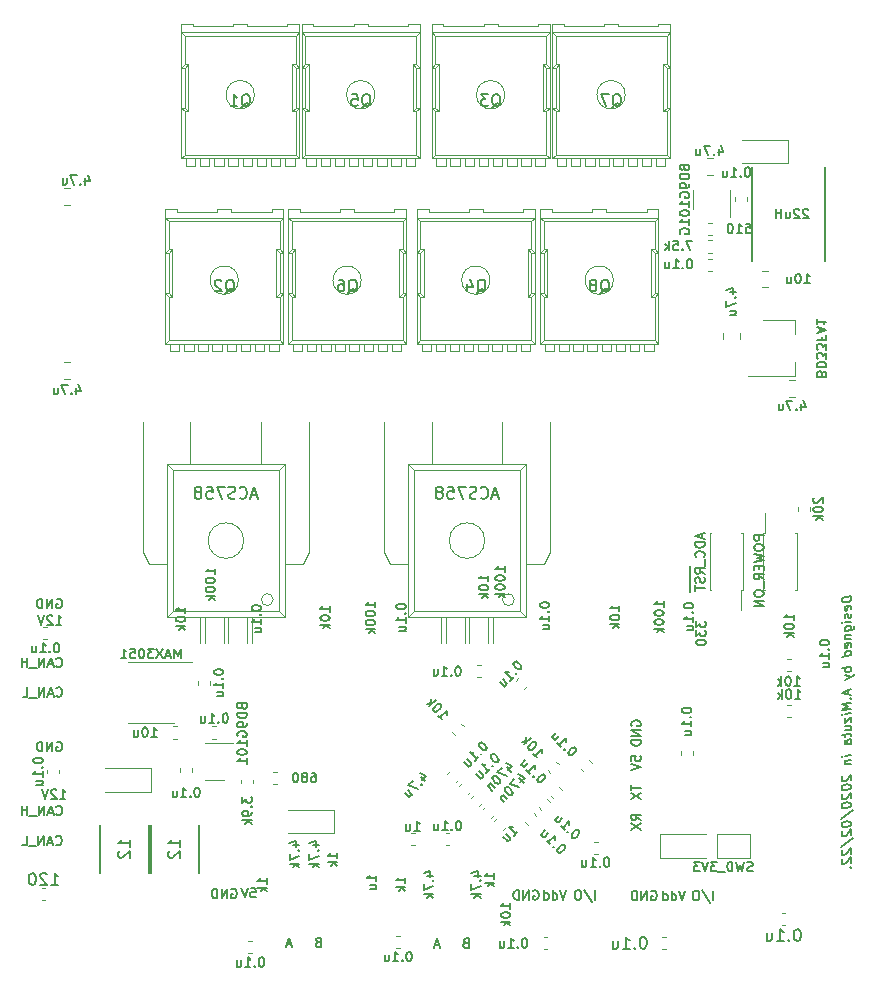
<source format=gbr>
G04 #@! TF.GenerationSoftware,KiCad,Pcbnew,(5.1.5)-3*
G04 #@! TF.CreationDate,2020-03-19T00:06:22+09:00*
G04 #@! TF.ProjectId,SteerMD,53746565-724d-4442-9e6b-696361645f70,rev?*
G04 #@! TF.SameCoordinates,Original*
G04 #@! TF.FileFunction,Legend,Bot*
G04 #@! TF.FilePolarity,Positive*
%FSLAX46Y46*%
G04 Gerber Fmt 4.6, Leading zero omitted, Abs format (unit mm)*
G04 Created by KiCad (PCBNEW (5.1.5)-3) date 2020-03-19 00:06:22*
%MOMM*%
%LPD*%
G04 APERTURE LIST*
%ADD10C,0.150000*%
%ADD11C,0.200000*%
%ADD12C,0.100000*%
%ADD13C,0.120000*%
G04 APERTURE END LIST*
D10*
X112140476Y-132133333D02*
X111759523Y-132133333D01*
X112216666Y-132361904D02*
X111950000Y-131561904D01*
X111683333Y-132361904D01*
X114392857Y-131942857D02*
X114278571Y-131980952D01*
X114240476Y-132019047D01*
X114202380Y-132095238D01*
X114202380Y-132209523D01*
X114240476Y-132285714D01*
X114278571Y-132323809D01*
X114354761Y-132361904D01*
X114659523Y-132361904D01*
X114659523Y-131561904D01*
X114392857Y-131561904D01*
X114316666Y-131600000D01*
X114278571Y-131638095D01*
X114240476Y-131714285D01*
X114240476Y-131790476D01*
X114278571Y-131866666D01*
X114316666Y-131904761D01*
X114392857Y-131942857D01*
X114659523Y-131942857D01*
X101892857Y-131892857D02*
X101778571Y-131930952D01*
X101740476Y-131969047D01*
X101702380Y-132045238D01*
X101702380Y-132159523D01*
X101740476Y-132235714D01*
X101778571Y-132273809D01*
X101854761Y-132311904D01*
X102159523Y-132311904D01*
X102159523Y-131511904D01*
X101892857Y-131511904D01*
X101816666Y-131550000D01*
X101778571Y-131588095D01*
X101740476Y-131664285D01*
X101740476Y-131740476D01*
X101778571Y-131816666D01*
X101816666Y-131854761D01*
X101892857Y-131892857D01*
X102159523Y-131892857D01*
X99640476Y-132083333D02*
X99259523Y-132083333D01*
X99716666Y-132311904D02*
X99450000Y-131511904D01*
X99183333Y-132311904D01*
X122890476Y-127511904D02*
X122623809Y-128311904D01*
X122357142Y-127511904D01*
X121747619Y-128311904D02*
X121747619Y-127511904D01*
X121747619Y-128273809D02*
X121823809Y-128311904D01*
X121976190Y-128311904D01*
X122052380Y-128273809D01*
X122090476Y-128235714D01*
X122128571Y-128159523D01*
X122128571Y-127930952D01*
X122090476Y-127854761D01*
X122052380Y-127816666D01*
X121976190Y-127778571D01*
X121823809Y-127778571D01*
X121747619Y-127816666D01*
X121023809Y-128311904D02*
X121023809Y-127511904D01*
X121023809Y-128273809D02*
X121100000Y-128311904D01*
X121252380Y-128311904D01*
X121328571Y-128273809D01*
X121366666Y-128235714D01*
X121404761Y-128159523D01*
X121404761Y-127930952D01*
X121366666Y-127854761D01*
X121328571Y-127816666D01*
X121252380Y-127778571D01*
X121100000Y-127778571D01*
X121023809Y-127816666D01*
X80045238Y-119761904D02*
X80502380Y-119761904D01*
X80273809Y-119761904D02*
X80273809Y-118961904D01*
X80350000Y-119076190D01*
X80426190Y-119152380D01*
X80502380Y-119190476D01*
X79740476Y-119038095D02*
X79702380Y-119000000D01*
X79626190Y-118961904D01*
X79435714Y-118961904D01*
X79359523Y-119000000D01*
X79321428Y-119038095D01*
X79283333Y-119114285D01*
X79283333Y-119190476D01*
X79321428Y-119304761D01*
X79778571Y-119761904D01*
X79283333Y-119761904D01*
X79054761Y-118961904D02*
X78788095Y-119761904D01*
X78521428Y-118961904D01*
X79759523Y-114950000D02*
X79835714Y-114911904D01*
X79950000Y-114911904D01*
X80064285Y-114950000D01*
X80140476Y-115026190D01*
X80178571Y-115102380D01*
X80216666Y-115254761D01*
X80216666Y-115369047D01*
X80178571Y-115521428D01*
X80140476Y-115597619D01*
X80064285Y-115673809D01*
X79950000Y-115711904D01*
X79873809Y-115711904D01*
X79759523Y-115673809D01*
X79721428Y-115635714D01*
X79721428Y-115369047D01*
X79873809Y-115369047D01*
X79378571Y-115711904D02*
X79378571Y-114911904D01*
X78921428Y-115711904D01*
X78921428Y-114911904D01*
X78540476Y-115711904D02*
X78540476Y-114911904D01*
X78350000Y-114911904D01*
X78235714Y-114950000D01*
X78159523Y-115026190D01*
X78121428Y-115102380D01*
X78083333Y-115254761D01*
X78083333Y-115369047D01*
X78121428Y-115521428D01*
X78159523Y-115597619D01*
X78235714Y-115673809D01*
X78350000Y-115711904D01*
X78540476Y-115711904D01*
X79738095Y-121085714D02*
X79776190Y-121123809D01*
X79890476Y-121161904D01*
X79966666Y-121161904D01*
X80080952Y-121123809D01*
X80157142Y-121047619D01*
X80195238Y-120971428D01*
X80233333Y-120819047D01*
X80233333Y-120704761D01*
X80195238Y-120552380D01*
X80157142Y-120476190D01*
X80080952Y-120400000D01*
X79966666Y-120361904D01*
X79890476Y-120361904D01*
X79776190Y-120400000D01*
X79738095Y-120438095D01*
X79433333Y-120933333D02*
X79052380Y-120933333D01*
X79509523Y-121161904D02*
X79242857Y-120361904D01*
X78976190Y-121161904D01*
X78709523Y-121161904D02*
X78709523Y-120361904D01*
X78252380Y-121161904D01*
X78252380Y-120361904D01*
X78061904Y-121238095D02*
X77452380Y-121238095D01*
X77261904Y-121161904D02*
X77261904Y-120361904D01*
X77261904Y-120742857D02*
X76804761Y-120742857D01*
X76804761Y-121161904D02*
X76804761Y-120361904D01*
X79692857Y-123635714D02*
X79730952Y-123673809D01*
X79845238Y-123711904D01*
X79921428Y-123711904D01*
X80035714Y-123673809D01*
X80111904Y-123597619D01*
X80150000Y-123521428D01*
X80188095Y-123369047D01*
X80188095Y-123254761D01*
X80150000Y-123102380D01*
X80111904Y-123026190D01*
X80035714Y-122950000D01*
X79921428Y-122911904D01*
X79845238Y-122911904D01*
X79730952Y-122950000D01*
X79692857Y-122988095D01*
X79388095Y-123483333D02*
X79007142Y-123483333D01*
X79464285Y-123711904D02*
X79197619Y-122911904D01*
X78930952Y-123711904D01*
X78664285Y-123711904D02*
X78664285Y-122911904D01*
X78207142Y-123711904D01*
X78207142Y-122911904D01*
X78016666Y-123788095D02*
X77407142Y-123788095D01*
X76835714Y-123711904D02*
X77216666Y-123711904D01*
X77216666Y-122911904D01*
X79742857Y-111035714D02*
X79780952Y-111073809D01*
X79895238Y-111111904D01*
X79971428Y-111111904D01*
X80085714Y-111073809D01*
X80161904Y-110997619D01*
X80200000Y-110921428D01*
X80238095Y-110769047D01*
X80238095Y-110654761D01*
X80200000Y-110502380D01*
X80161904Y-110426190D01*
X80085714Y-110350000D01*
X79971428Y-110311904D01*
X79895238Y-110311904D01*
X79780952Y-110350000D01*
X79742857Y-110388095D01*
X79438095Y-110883333D02*
X79057142Y-110883333D01*
X79514285Y-111111904D02*
X79247619Y-110311904D01*
X78980952Y-111111904D01*
X78714285Y-111111904D02*
X78714285Y-110311904D01*
X78257142Y-111111904D01*
X78257142Y-110311904D01*
X78066666Y-111188095D02*
X77457142Y-111188095D01*
X76885714Y-111111904D02*
X77266666Y-111111904D01*
X77266666Y-110311904D01*
X79738095Y-108535714D02*
X79776190Y-108573809D01*
X79890476Y-108611904D01*
X79966666Y-108611904D01*
X80080952Y-108573809D01*
X80157142Y-108497619D01*
X80195238Y-108421428D01*
X80233333Y-108269047D01*
X80233333Y-108154761D01*
X80195238Y-108002380D01*
X80157142Y-107926190D01*
X80080952Y-107850000D01*
X79966666Y-107811904D01*
X79890476Y-107811904D01*
X79776190Y-107850000D01*
X79738095Y-107888095D01*
X79433333Y-108383333D02*
X79052380Y-108383333D01*
X79509523Y-108611904D02*
X79242857Y-107811904D01*
X78976190Y-108611904D01*
X78709523Y-108611904D02*
X78709523Y-107811904D01*
X78252380Y-108611904D01*
X78252380Y-107811904D01*
X78061904Y-108688095D02*
X77452380Y-108688095D01*
X77261904Y-108611904D02*
X77261904Y-107811904D01*
X77261904Y-108192857D02*
X76804761Y-108192857D01*
X76804761Y-108611904D02*
X76804761Y-107811904D01*
X79695238Y-105011904D02*
X80152380Y-105011904D01*
X79923809Y-105011904D02*
X79923809Y-104211904D01*
X80000000Y-104326190D01*
X80076190Y-104402380D01*
X80152380Y-104440476D01*
X79390476Y-104288095D02*
X79352380Y-104250000D01*
X79276190Y-104211904D01*
X79085714Y-104211904D01*
X79009523Y-104250000D01*
X78971428Y-104288095D01*
X78933333Y-104364285D01*
X78933333Y-104440476D01*
X78971428Y-104554761D01*
X79428571Y-105011904D01*
X78933333Y-105011904D01*
X78704761Y-104211904D02*
X78438095Y-105011904D01*
X78171428Y-104211904D01*
X79759523Y-102850000D02*
X79835714Y-102811904D01*
X79950000Y-102811904D01*
X80064285Y-102850000D01*
X80140476Y-102926190D01*
X80178571Y-103002380D01*
X80216666Y-103154761D01*
X80216666Y-103269047D01*
X80178571Y-103421428D01*
X80140476Y-103497619D01*
X80064285Y-103573809D01*
X79950000Y-103611904D01*
X79873809Y-103611904D01*
X79759523Y-103573809D01*
X79721428Y-103535714D01*
X79721428Y-103269047D01*
X79873809Y-103269047D01*
X79378571Y-103611904D02*
X79378571Y-102811904D01*
X78921428Y-103611904D01*
X78921428Y-102811904D01*
X78540476Y-103611904D02*
X78540476Y-102811904D01*
X78350000Y-102811904D01*
X78235714Y-102850000D01*
X78159523Y-102926190D01*
X78121428Y-103002380D01*
X78083333Y-103154761D01*
X78083333Y-103269047D01*
X78121428Y-103421428D01*
X78159523Y-103497619D01*
X78235714Y-103573809D01*
X78350000Y-103611904D01*
X78540476Y-103611904D01*
X96202380Y-127311904D02*
X96583333Y-127311904D01*
X96621428Y-127692857D01*
X96583333Y-127654761D01*
X96507142Y-127616666D01*
X96316666Y-127616666D01*
X96240476Y-127654761D01*
X96202380Y-127692857D01*
X96164285Y-127769047D01*
X96164285Y-127959523D01*
X96202380Y-128035714D01*
X96240476Y-128073809D01*
X96316666Y-128111904D01*
X96507142Y-128111904D01*
X96583333Y-128073809D01*
X96621428Y-128035714D01*
X95935714Y-127311904D02*
X95669047Y-128111904D01*
X95402380Y-127311904D01*
X94559523Y-127400000D02*
X94635714Y-127361904D01*
X94750000Y-127361904D01*
X94864285Y-127400000D01*
X94940476Y-127476190D01*
X94978571Y-127552380D01*
X95016666Y-127704761D01*
X95016666Y-127819047D01*
X94978571Y-127971428D01*
X94940476Y-128047619D01*
X94864285Y-128123809D01*
X94750000Y-128161904D01*
X94673809Y-128161904D01*
X94559523Y-128123809D01*
X94521428Y-128085714D01*
X94521428Y-127819047D01*
X94673809Y-127819047D01*
X94178571Y-128161904D02*
X94178571Y-127361904D01*
X93721428Y-128161904D01*
X93721428Y-127361904D01*
X93340476Y-128161904D02*
X93340476Y-127361904D01*
X93150000Y-127361904D01*
X93035714Y-127400000D01*
X92959523Y-127476190D01*
X92921428Y-127552380D01*
X92883333Y-127704761D01*
X92883333Y-127819047D01*
X92921428Y-127971428D01*
X92959523Y-128047619D01*
X93035714Y-128123809D01*
X93150000Y-128161904D01*
X93340476Y-128161904D01*
X129211904Y-121566666D02*
X128830952Y-121300000D01*
X129211904Y-121109523D02*
X128411904Y-121109523D01*
X128411904Y-121414285D01*
X128450000Y-121490476D01*
X128488095Y-121528571D01*
X128564285Y-121566666D01*
X128678571Y-121566666D01*
X128754761Y-121528571D01*
X128792857Y-121490476D01*
X128830952Y-121414285D01*
X128830952Y-121109523D01*
X128411904Y-121833333D02*
X129211904Y-122366666D01*
X128411904Y-122366666D02*
X129211904Y-121833333D01*
X128411904Y-118590476D02*
X128411904Y-119047619D01*
X129211904Y-118819047D02*
X128411904Y-118819047D01*
X128411904Y-119238095D02*
X129211904Y-119771428D01*
X128411904Y-119771428D02*
X129211904Y-119238095D01*
X128450000Y-113590476D02*
X128411904Y-113514285D01*
X128411904Y-113400000D01*
X128450000Y-113285714D01*
X128526190Y-113209523D01*
X128602380Y-113171428D01*
X128754761Y-113133333D01*
X128869047Y-113133333D01*
X129021428Y-113171428D01*
X129097619Y-113209523D01*
X129173809Y-113285714D01*
X129211904Y-113400000D01*
X129211904Y-113476190D01*
X129173809Y-113590476D01*
X129135714Y-113628571D01*
X128869047Y-113628571D01*
X128869047Y-113476190D01*
X129211904Y-113971428D02*
X128411904Y-113971428D01*
X129211904Y-114428571D01*
X128411904Y-114428571D01*
X129211904Y-114809523D02*
X128411904Y-114809523D01*
X128411904Y-115000000D01*
X128450000Y-115114285D01*
X128526190Y-115190476D01*
X128602380Y-115228571D01*
X128754761Y-115266666D01*
X128869047Y-115266666D01*
X129021428Y-115228571D01*
X129097619Y-115190476D01*
X129173809Y-115114285D01*
X129211904Y-115000000D01*
X129211904Y-114809523D01*
X128411904Y-116547619D02*
X128411904Y-116166666D01*
X128792857Y-116128571D01*
X128754761Y-116166666D01*
X128716666Y-116242857D01*
X128716666Y-116433333D01*
X128754761Y-116509523D01*
X128792857Y-116547619D01*
X128869047Y-116585714D01*
X129059523Y-116585714D01*
X129135714Y-116547619D01*
X129173809Y-116509523D01*
X129211904Y-116433333D01*
X129211904Y-116242857D01*
X129173809Y-116166666D01*
X129135714Y-116128571D01*
X128411904Y-116814285D02*
X129211904Y-117080952D01*
X128411904Y-117347619D01*
X120109523Y-127550000D02*
X120185714Y-127511904D01*
X120300000Y-127511904D01*
X120414285Y-127550000D01*
X120490476Y-127626190D01*
X120528571Y-127702380D01*
X120566666Y-127854761D01*
X120566666Y-127969047D01*
X120528571Y-128121428D01*
X120490476Y-128197619D01*
X120414285Y-128273809D01*
X120300000Y-128311904D01*
X120223809Y-128311904D01*
X120109523Y-128273809D01*
X120071428Y-128235714D01*
X120071428Y-127969047D01*
X120223809Y-127969047D01*
X119728571Y-128311904D02*
X119728571Y-127511904D01*
X119271428Y-128311904D01*
X119271428Y-127511904D01*
X118890476Y-128311904D02*
X118890476Y-127511904D01*
X118700000Y-127511904D01*
X118585714Y-127550000D01*
X118509523Y-127626190D01*
X118471428Y-127702380D01*
X118433333Y-127854761D01*
X118433333Y-127969047D01*
X118471428Y-128121428D01*
X118509523Y-128197619D01*
X118585714Y-128273809D01*
X118700000Y-128311904D01*
X118890476Y-128311904D01*
X125338095Y-128311904D02*
X125338095Y-127511904D01*
X124385714Y-127473809D02*
X125071428Y-128502380D01*
X123966666Y-127511904D02*
X123814285Y-127511904D01*
X123738095Y-127550000D01*
X123661904Y-127626190D01*
X123623809Y-127778571D01*
X123623809Y-128045238D01*
X123661904Y-128197619D01*
X123738095Y-128273809D01*
X123814285Y-128311904D01*
X123966666Y-128311904D01*
X124042857Y-128273809D01*
X124119047Y-128197619D01*
X124157142Y-128045238D01*
X124157142Y-127778571D01*
X124119047Y-127626190D01*
X124042857Y-127550000D01*
X123966666Y-127511904D01*
X135338095Y-128361904D02*
X135338095Y-127561904D01*
X134385714Y-127523809D02*
X135071428Y-128552380D01*
X133966666Y-127561904D02*
X133814285Y-127561904D01*
X133738095Y-127600000D01*
X133661904Y-127676190D01*
X133623809Y-127828571D01*
X133623809Y-128095238D01*
X133661904Y-128247619D01*
X133738095Y-128323809D01*
X133814285Y-128361904D01*
X133966666Y-128361904D01*
X134042857Y-128323809D01*
X134119047Y-128247619D01*
X134157142Y-128095238D01*
X134157142Y-127828571D01*
X134119047Y-127676190D01*
X134042857Y-127600000D01*
X133966666Y-127561904D01*
X132990476Y-127561904D02*
X132723809Y-128361904D01*
X132457142Y-127561904D01*
X131847619Y-128361904D02*
X131847619Y-127561904D01*
X131847619Y-128323809D02*
X131923809Y-128361904D01*
X132076190Y-128361904D01*
X132152380Y-128323809D01*
X132190476Y-128285714D01*
X132228571Y-128209523D01*
X132228571Y-127980952D01*
X132190476Y-127904761D01*
X132152380Y-127866666D01*
X132076190Y-127828571D01*
X131923809Y-127828571D01*
X131847619Y-127866666D01*
X131123809Y-128361904D02*
X131123809Y-127561904D01*
X131123809Y-128323809D02*
X131200000Y-128361904D01*
X131352380Y-128361904D01*
X131428571Y-128323809D01*
X131466666Y-128285714D01*
X131504761Y-128209523D01*
X131504761Y-127980952D01*
X131466666Y-127904761D01*
X131428571Y-127866666D01*
X131352380Y-127828571D01*
X131200000Y-127828571D01*
X131123809Y-127866666D01*
X130109523Y-127600000D02*
X130185714Y-127561904D01*
X130300000Y-127561904D01*
X130414285Y-127600000D01*
X130490476Y-127676190D01*
X130528571Y-127752380D01*
X130566666Y-127904761D01*
X130566666Y-128019047D01*
X130528571Y-128171428D01*
X130490476Y-128247619D01*
X130414285Y-128323809D01*
X130300000Y-128361904D01*
X130223809Y-128361904D01*
X130109523Y-128323809D01*
X130071428Y-128285714D01*
X130071428Y-128019047D01*
X130223809Y-128019047D01*
X129728571Y-128361904D02*
X129728571Y-127561904D01*
X129271428Y-128361904D01*
X129271428Y-127561904D01*
X128890476Y-128361904D02*
X128890476Y-127561904D01*
X128700000Y-127561904D01*
X128585714Y-127600000D01*
X128509523Y-127676190D01*
X128471428Y-127752380D01*
X128433333Y-127904761D01*
X128433333Y-128019047D01*
X128471428Y-128171428D01*
X128509523Y-128247619D01*
X128585714Y-128323809D01*
X128700000Y-128361904D01*
X128890476Y-128361904D01*
D11*
X147011904Y-102625238D02*
X146211904Y-102725238D01*
X146211904Y-102915714D01*
X146250000Y-103025238D01*
X146326190Y-103091904D01*
X146402380Y-103120476D01*
X146554761Y-103139523D01*
X146669047Y-103125238D01*
X146821428Y-103068095D01*
X146897619Y-103020476D01*
X146973809Y-102934761D01*
X147011904Y-102815714D01*
X147011904Y-102625238D01*
X146973809Y-103734761D02*
X147011904Y-103653809D01*
X147011904Y-103501428D01*
X146973809Y-103430000D01*
X146897619Y-103401428D01*
X146592857Y-103439523D01*
X146516666Y-103487142D01*
X146478571Y-103568095D01*
X146478571Y-103720476D01*
X146516666Y-103791904D01*
X146592857Y-103820476D01*
X146669047Y-103810952D01*
X146745238Y-103420476D01*
X146973809Y-104077619D02*
X147011904Y-104149047D01*
X147011904Y-104301428D01*
X146973809Y-104382380D01*
X146897619Y-104430000D01*
X146859523Y-104434761D01*
X146783333Y-104406190D01*
X146745238Y-104334761D01*
X146745238Y-104220476D01*
X146707142Y-104149047D01*
X146630952Y-104120476D01*
X146592857Y-104125238D01*
X146516666Y-104172857D01*
X146478571Y-104253809D01*
X146478571Y-104368095D01*
X146516666Y-104439523D01*
X147011904Y-104758571D02*
X146478571Y-104825238D01*
X146211904Y-104858571D02*
X146250000Y-104815714D01*
X146288095Y-104849047D01*
X146250000Y-104891904D01*
X146211904Y-104858571D01*
X146288095Y-104849047D01*
X146478571Y-105549047D02*
X147126190Y-105468095D01*
X147202380Y-105420476D01*
X147240476Y-105377619D01*
X147278571Y-105296666D01*
X147278571Y-105182380D01*
X147240476Y-105110952D01*
X146973809Y-105487142D02*
X147011904Y-105406190D01*
X147011904Y-105253809D01*
X146973809Y-105182380D01*
X146935714Y-105149047D01*
X146859523Y-105120476D01*
X146630952Y-105149047D01*
X146554761Y-105196666D01*
X146516666Y-105239523D01*
X146478571Y-105320476D01*
X146478571Y-105472857D01*
X146516666Y-105544285D01*
X146478571Y-105930000D02*
X147011904Y-105863333D01*
X146554761Y-105920476D02*
X146516666Y-105963333D01*
X146478571Y-106044285D01*
X146478571Y-106158571D01*
X146516666Y-106230000D01*
X146592857Y-106258571D01*
X147011904Y-106206190D01*
X146973809Y-106896666D02*
X147011904Y-106815714D01*
X147011904Y-106663333D01*
X146973809Y-106591904D01*
X146897619Y-106563333D01*
X146592857Y-106601428D01*
X146516666Y-106649047D01*
X146478571Y-106730000D01*
X146478571Y-106882380D01*
X146516666Y-106953809D01*
X146592857Y-106982380D01*
X146669047Y-106972857D01*
X146745238Y-106582380D01*
X147011904Y-107615714D02*
X146211904Y-107715714D01*
X146973809Y-107620476D02*
X147011904Y-107539523D01*
X147011904Y-107387142D01*
X146973809Y-107315714D01*
X146935714Y-107282380D01*
X146859523Y-107253809D01*
X146630952Y-107282380D01*
X146554761Y-107330000D01*
X146516666Y-107372857D01*
X146478571Y-107453809D01*
X146478571Y-107606190D01*
X146516666Y-107677619D01*
X147011904Y-108606190D02*
X146211904Y-108706190D01*
X146516666Y-108668095D02*
X146478571Y-108749047D01*
X146478571Y-108901428D01*
X146516666Y-108972857D01*
X146554761Y-109006190D01*
X146630952Y-109034761D01*
X146859523Y-109006190D01*
X146935714Y-108958571D01*
X146973809Y-108915714D01*
X147011904Y-108834761D01*
X147011904Y-108682380D01*
X146973809Y-108610952D01*
X146478571Y-109320476D02*
X147011904Y-109444285D01*
X146478571Y-109701428D02*
X147011904Y-109444285D01*
X147202380Y-109344285D01*
X147240476Y-109301428D01*
X147278571Y-109220476D01*
X146783333Y-110539523D02*
X146783333Y-110920476D01*
X147011904Y-110434761D02*
X146211904Y-110801428D01*
X147011904Y-110968095D01*
X146935714Y-111244285D02*
X146973809Y-111277619D01*
X147011904Y-111234761D01*
X146973809Y-111201428D01*
X146935714Y-111244285D01*
X147011904Y-111234761D01*
X147011904Y-111615714D02*
X146211904Y-111715714D01*
X146783333Y-111910952D01*
X146211904Y-112249047D01*
X147011904Y-112149047D01*
X147011904Y-112530000D02*
X146478571Y-112596666D01*
X146211904Y-112630000D02*
X146250000Y-112587142D01*
X146288095Y-112620476D01*
X146250000Y-112663333D01*
X146211904Y-112630000D01*
X146288095Y-112620476D01*
X146478571Y-112901428D02*
X146478571Y-113320476D01*
X147011904Y-112834761D01*
X147011904Y-113253809D01*
X146478571Y-113968095D02*
X147011904Y-113901428D01*
X146478571Y-113625238D02*
X146897619Y-113572857D01*
X146973809Y-113601428D01*
X147011904Y-113672857D01*
X147011904Y-113787142D01*
X146973809Y-113868095D01*
X146935714Y-113910952D01*
X146478571Y-114234761D02*
X146478571Y-114539523D01*
X146211904Y-114382380D02*
X146897619Y-114296666D01*
X146973809Y-114325238D01*
X147011904Y-114396666D01*
X147011904Y-114472857D01*
X147011904Y-115082380D02*
X146592857Y-115134761D01*
X146516666Y-115106190D01*
X146478571Y-115034761D01*
X146478571Y-114882380D01*
X146516666Y-114801428D01*
X146973809Y-115087142D02*
X147011904Y-115006190D01*
X147011904Y-114815714D01*
X146973809Y-114744285D01*
X146897619Y-114715714D01*
X146821428Y-114725238D01*
X146745238Y-114772857D01*
X146707142Y-114853809D01*
X146707142Y-115044285D01*
X146669047Y-115125238D01*
X147011904Y-116072857D02*
X146478571Y-116139523D01*
X146211904Y-116172857D02*
X146250000Y-116130000D01*
X146288095Y-116163333D01*
X146250000Y-116206190D01*
X146211904Y-116172857D01*
X146288095Y-116163333D01*
X146478571Y-116520476D02*
X147011904Y-116453809D01*
X146554761Y-116510952D02*
X146516666Y-116553809D01*
X146478571Y-116634761D01*
X146478571Y-116749047D01*
X146516666Y-116820476D01*
X146592857Y-116849047D01*
X147011904Y-116796666D01*
X146288095Y-117839523D02*
X146250000Y-117882380D01*
X146211904Y-117963333D01*
X146211904Y-118153809D01*
X146250000Y-118225238D01*
X146288095Y-118258571D01*
X146364285Y-118287142D01*
X146440476Y-118277619D01*
X146554761Y-118225238D01*
X147011904Y-117710952D01*
X147011904Y-118206190D01*
X146211904Y-118801428D02*
X146211904Y-118877619D01*
X146250000Y-118949047D01*
X146288095Y-118982380D01*
X146364285Y-119010952D01*
X146516666Y-119030000D01*
X146707142Y-119006190D01*
X146859523Y-118949047D01*
X146935714Y-118901428D01*
X146973809Y-118858571D01*
X147011904Y-118777619D01*
X147011904Y-118701428D01*
X146973809Y-118630000D01*
X146935714Y-118596666D01*
X146859523Y-118568095D01*
X146707142Y-118549047D01*
X146516666Y-118572857D01*
X146364285Y-118630000D01*
X146288095Y-118677619D01*
X146250000Y-118720476D01*
X146211904Y-118801428D01*
X146288095Y-119363333D02*
X146250000Y-119406190D01*
X146211904Y-119487142D01*
X146211904Y-119677619D01*
X146250000Y-119749047D01*
X146288095Y-119782380D01*
X146364285Y-119810952D01*
X146440476Y-119801428D01*
X146554761Y-119749047D01*
X147011904Y-119234761D01*
X147011904Y-119730000D01*
X146211904Y-120325238D02*
X146211904Y-120401428D01*
X146250000Y-120472857D01*
X146288095Y-120506190D01*
X146364285Y-120534761D01*
X146516666Y-120553809D01*
X146707142Y-120530000D01*
X146859523Y-120472857D01*
X146935714Y-120425238D01*
X146973809Y-120382380D01*
X147011904Y-120301428D01*
X147011904Y-120225238D01*
X146973809Y-120153809D01*
X146935714Y-120120476D01*
X146859523Y-120091904D01*
X146707142Y-120072857D01*
X146516666Y-120096666D01*
X146364285Y-120153809D01*
X146288095Y-120201428D01*
X146250000Y-120244285D01*
X146211904Y-120325238D01*
X146173809Y-121510952D02*
X147202380Y-120696666D01*
X146211904Y-121925238D02*
X146211904Y-122001428D01*
X146250000Y-122072857D01*
X146288095Y-122106190D01*
X146364285Y-122134761D01*
X146516666Y-122153809D01*
X146707142Y-122130000D01*
X146859523Y-122072857D01*
X146935714Y-122025238D01*
X146973809Y-121982380D01*
X147011904Y-121901428D01*
X147011904Y-121825238D01*
X146973809Y-121753809D01*
X146935714Y-121720476D01*
X146859523Y-121691904D01*
X146707142Y-121672857D01*
X146516666Y-121696666D01*
X146364285Y-121753809D01*
X146288095Y-121801428D01*
X146250000Y-121844285D01*
X146211904Y-121925238D01*
X146288095Y-122487142D02*
X146250000Y-122530000D01*
X146211904Y-122610952D01*
X146211904Y-122801428D01*
X146250000Y-122872857D01*
X146288095Y-122906190D01*
X146364285Y-122934761D01*
X146440476Y-122925238D01*
X146554761Y-122872857D01*
X147011904Y-122358571D01*
X147011904Y-122853809D01*
X146173809Y-123872857D02*
X147202380Y-123058571D01*
X146288095Y-124087142D02*
X146250000Y-124130000D01*
X146211904Y-124210952D01*
X146211904Y-124401428D01*
X146250000Y-124472857D01*
X146288095Y-124506190D01*
X146364285Y-124534761D01*
X146440476Y-124525238D01*
X146554761Y-124472857D01*
X147011904Y-123958571D01*
X147011904Y-124453809D01*
X146288095Y-124849047D02*
X146250000Y-124891904D01*
X146211904Y-124972857D01*
X146211904Y-125163333D01*
X146250000Y-125234761D01*
X146288095Y-125268095D01*
X146364285Y-125296666D01*
X146440476Y-125287142D01*
X146554761Y-125234761D01*
X147011904Y-124720476D01*
X147011904Y-125215714D01*
X146935714Y-125568095D02*
X146973809Y-125601428D01*
X147011904Y-125558571D01*
X146973809Y-125525238D01*
X146935714Y-125568095D01*
X147011904Y-125558571D01*
D12*
X98590000Y-103900000D02*
X98590000Y-91900000D01*
X89590000Y-103900000D02*
X98590000Y-103900000D01*
X98590000Y-103900000D02*
X99090000Y-104400000D01*
X89590000Y-91900000D02*
X89590000Y-103900000D01*
X89590000Y-103900000D02*
X89090000Y-104400000D01*
X89590000Y-91900000D02*
X89090000Y-91400000D01*
X98590000Y-91900000D02*
X89590000Y-91900000D01*
X99090000Y-91400000D02*
X98590000Y-91900000D01*
X87090000Y-98900000D02*
X87090000Y-87900000D01*
X87590000Y-99900000D02*
X89090000Y-99900000D01*
X87590000Y-99900000D02*
X87090000Y-98900000D01*
X101090000Y-98900000D02*
X101090000Y-87900000D01*
X100590000Y-99900000D02*
X99090000Y-99900000D01*
X101090000Y-98900000D02*
X100590000Y-99900000D01*
X98090000Y-102900000D02*
G75*
G03X98090000Y-102900000I-500000J0D01*
G01*
X95590000Y-97900000D02*
G75*
G03X95590000Y-97900000I-1500000J0D01*
G01*
X91890000Y-104400000D02*
X91890000Y-106600000D01*
X92290000Y-104400000D02*
X92290000Y-106600000D01*
X95890000Y-104400000D02*
X95890000Y-106600000D01*
X96290000Y-104400000D02*
X96290000Y-106600000D01*
X93890000Y-104400000D02*
X93890000Y-106600000D01*
X94290000Y-104400000D02*
X94290000Y-106600000D01*
X91090000Y-87900000D02*
X91090000Y-91400000D01*
X97090000Y-87900000D02*
X97090000Y-91400000D01*
X89090000Y-104400000D02*
X99090000Y-104400000D01*
X99090000Y-91400000D02*
X89090000Y-91400000D01*
X99090000Y-91400000D02*
X99090000Y-104400000D01*
X89090000Y-91400000D02*
X89090000Y-104400000D01*
X109500000Y-91400000D02*
X109500000Y-104400000D01*
X119500000Y-91400000D02*
X119500000Y-104400000D01*
X119500000Y-91400000D02*
X109500000Y-91400000D01*
X109500000Y-104400000D02*
X119500000Y-104400000D01*
X117500000Y-87900000D02*
X117500000Y-91400000D01*
X111500000Y-87900000D02*
X111500000Y-91400000D01*
X114700000Y-104400000D02*
X114700000Y-106600000D01*
X114300000Y-104400000D02*
X114300000Y-106600000D01*
X116700000Y-104400000D02*
X116700000Y-106600000D01*
X116300000Y-104400000D02*
X116300000Y-106600000D01*
X112700000Y-104400000D02*
X112700000Y-106600000D01*
X112300000Y-104400000D02*
X112300000Y-106600000D01*
X116000000Y-97900000D02*
G75*
G03X116000000Y-97900000I-1500000J0D01*
G01*
X118500000Y-102900000D02*
G75*
G03X118500000Y-102900000I-500000J0D01*
G01*
X121500000Y-98900000D02*
X121000000Y-99900000D01*
X121000000Y-99900000D02*
X119500000Y-99900000D01*
X121500000Y-98900000D02*
X121500000Y-87900000D01*
X108000000Y-99900000D02*
X107500000Y-98900000D01*
X108000000Y-99900000D02*
X109500000Y-99900000D01*
X107500000Y-98900000D02*
X107500000Y-87900000D01*
X119500000Y-91400000D02*
X119000000Y-91900000D01*
X119000000Y-91900000D02*
X110000000Y-91900000D01*
X110000000Y-91900000D02*
X109500000Y-91400000D01*
X110000000Y-103900000D02*
X109500000Y-104400000D01*
X110000000Y-91900000D02*
X110000000Y-103900000D01*
X119000000Y-103900000D02*
X119500000Y-104400000D01*
X110000000Y-103900000D02*
X119000000Y-103900000D01*
X119000000Y-103900000D02*
X119000000Y-91900000D01*
X100350000Y-69850000D02*
X99350000Y-69850000D01*
X104950000Y-69850000D02*
X103750000Y-69850000D01*
X108350000Y-69850000D02*
X109350000Y-69850000D01*
X104950000Y-69850000D02*
X104950000Y-70050000D01*
X104950000Y-70050000D02*
X108350000Y-70050000D01*
X108350000Y-70050000D02*
X108350000Y-69850000D01*
X100350000Y-70050000D02*
X103750000Y-70050000D01*
X100350000Y-69850000D02*
X100350000Y-70050000D01*
X103750000Y-69850000D02*
X103750000Y-70050000D01*
X99350000Y-69850000D02*
X99350000Y-70550000D01*
X109350000Y-69850000D02*
X109350000Y-70550000D01*
X106950000Y-81250000D02*
X106950000Y-81850000D01*
X106950000Y-81850000D02*
X107750000Y-81850000D01*
X107750000Y-81850000D02*
X107750000Y-81250000D01*
X105750000Y-81250000D02*
X105750000Y-81850000D01*
X105750000Y-81850000D02*
X106550000Y-81850000D01*
X106550000Y-81850000D02*
X106550000Y-81250000D01*
X100550000Y-81250000D02*
X100550000Y-81850000D01*
X100550000Y-81850000D02*
X99750000Y-81850000D01*
X99750000Y-81850000D02*
X99750000Y-81250000D01*
X101750000Y-81250000D02*
X101750000Y-81850000D01*
X101750000Y-81850000D02*
X100950000Y-81850000D01*
X100950000Y-81850000D02*
X100950000Y-81250000D01*
X102950000Y-81250000D02*
X102950000Y-81850000D01*
X102950000Y-81850000D02*
X102150000Y-81850000D01*
X102150000Y-81850000D02*
X102150000Y-81250000D01*
X104550000Y-81250000D02*
X104550000Y-81850000D01*
X104550000Y-81850000D02*
X105350000Y-81850000D01*
X105350000Y-81850000D02*
X105350000Y-81250000D01*
X104150000Y-81250000D02*
X104150000Y-81850000D01*
X104150000Y-81850000D02*
X103350000Y-81850000D01*
X103350000Y-81850000D02*
X103350000Y-81250000D01*
X108150000Y-81250000D02*
X108150000Y-81850000D01*
X108150000Y-81850000D02*
X108950000Y-81850000D01*
X108950000Y-81250000D02*
X108950000Y-81850000D01*
X99650000Y-76950000D02*
X99350000Y-76950000D01*
X99650000Y-73550000D02*
X99650000Y-76950000D01*
X99650000Y-76950000D02*
X99950000Y-77250000D01*
X99950000Y-73250000D02*
X99650000Y-73550000D01*
X99650000Y-73550000D02*
X99350000Y-73550000D01*
X99650000Y-77250000D02*
X99950000Y-77250000D01*
X99950000Y-77250000D02*
X99950000Y-73250000D01*
X99950000Y-73250000D02*
X99650000Y-73250000D01*
X99650000Y-80950000D02*
X99650000Y-77250000D01*
X99650000Y-77250000D02*
X99350000Y-76950000D01*
X99650000Y-73250000D02*
X99650000Y-70850000D01*
X99650000Y-73250000D02*
X99350000Y-73550000D01*
X109050000Y-76950000D02*
X109350000Y-76950000D01*
X109050000Y-73550000D02*
X109050000Y-76950000D01*
X109050000Y-76950000D02*
X108750000Y-77250000D01*
X108750000Y-73250000D02*
X109050000Y-73550000D01*
X109050000Y-73550000D02*
X109350000Y-73550000D01*
X109050000Y-77250000D02*
X108750000Y-77250000D01*
X108750000Y-77250000D02*
X108750000Y-73250000D01*
X108750000Y-73250000D02*
X109050000Y-73250000D01*
X109050000Y-73250000D02*
X109050000Y-70850000D01*
X109050000Y-73250000D02*
X109350000Y-73550000D01*
X109050000Y-77250000D02*
X109050000Y-80950000D01*
X109050000Y-77250000D02*
X109350000Y-76950000D01*
X109350000Y-70550000D02*
X109350000Y-81250000D01*
X99350000Y-81250000D02*
X99350000Y-70550000D01*
X109050000Y-80950000D02*
X99650000Y-80950000D01*
X109050000Y-80950000D02*
X109350000Y-81250000D01*
X99350000Y-81250000D02*
X99650000Y-80950000D01*
X109350000Y-81250000D02*
X99350000Y-81250000D01*
X109350000Y-70550000D02*
X109050000Y-70850000D01*
X109050000Y-70850000D02*
X99650000Y-70850000D01*
X99650000Y-70850000D02*
X99350000Y-70550000D01*
X109350000Y-70550000D02*
X99350000Y-70550000D01*
X105550000Y-75850000D02*
G75*
G03X105550000Y-75850000I-1200000J0D01*
G01*
D13*
X115662779Y-108465000D02*
X115337221Y-108465000D01*
X115662779Y-109485000D02*
X115337221Y-109485000D01*
X116054478Y-120424273D02*
X115824273Y-120654478D01*
X116775727Y-121145522D02*
X116545522Y-121375727D01*
X113504478Y-114350727D02*
X113274273Y-114120522D01*
X114225727Y-113629478D02*
X113995522Y-113399273D01*
X141700000Y-63950000D02*
X141700000Y-65950000D01*
X141700000Y-65950000D02*
X137800000Y-65950000D01*
X141700000Y-63950000D02*
X137800000Y-63950000D01*
D12*
X95150000Y-75850000D02*
G75*
G03X95150000Y-75850000I-1200000J0D01*
G01*
X98950000Y-70550000D02*
X88950000Y-70550000D01*
X89250000Y-70850000D02*
X88950000Y-70550000D01*
X98650000Y-70850000D02*
X89250000Y-70850000D01*
X98950000Y-70550000D02*
X98650000Y-70850000D01*
X98950000Y-81250000D02*
X88950000Y-81250000D01*
X88950000Y-81250000D02*
X89250000Y-80950000D01*
X98650000Y-80950000D02*
X98950000Y-81250000D01*
X98650000Y-80950000D02*
X89250000Y-80950000D01*
X88950000Y-81250000D02*
X88950000Y-70550000D01*
X98950000Y-70550000D02*
X98950000Y-81250000D01*
X98650000Y-77250000D02*
X98950000Y-76950000D01*
X98650000Y-77250000D02*
X98650000Y-80950000D01*
X98650000Y-73250000D02*
X98950000Y-73550000D01*
X98650000Y-73250000D02*
X98650000Y-70850000D01*
X98350000Y-73250000D02*
X98650000Y-73250000D01*
X98350000Y-77250000D02*
X98350000Y-73250000D01*
X98650000Y-77250000D02*
X98350000Y-77250000D01*
X98650000Y-73550000D02*
X98950000Y-73550000D01*
X98350000Y-73250000D02*
X98650000Y-73550000D01*
X98650000Y-76950000D02*
X98350000Y-77250000D01*
X98650000Y-73550000D02*
X98650000Y-76950000D01*
X98650000Y-76950000D02*
X98950000Y-76950000D01*
X89250000Y-73250000D02*
X88950000Y-73550000D01*
X89250000Y-73250000D02*
X89250000Y-70850000D01*
X89250000Y-77250000D02*
X88950000Y-76950000D01*
X89250000Y-80950000D02*
X89250000Y-77250000D01*
X89550000Y-73250000D02*
X89250000Y-73250000D01*
X89550000Y-77250000D02*
X89550000Y-73250000D01*
X89250000Y-77250000D02*
X89550000Y-77250000D01*
X89250000Y-73550000D02*
X88950000Y-73550000D01*
X89550000Y-73250000D02*
X89250000Y-73550000D01*
X89250000Y-76950000D02*
X89550000Y-77250000D01*
X89250000Y-73550000D02*
X89250000Y-76950000D01*
X89250000Y-76950000D02*
X88950000Y-76950000D01*
X98550000Y-81250000D02*
X98550000Y-81850000D01*
X97750000Y-81850000D02*
X98550000Y-81850000D01*
X97750000Y-81250000D02*
X97750000Y-81850000D01*
X92950000Y-81850000D02*
X92950000Y-81250000D01*
X93750000Y-81850000D02*
X92950000Y-81850000D01*
X93750000Y-81250000D02*
X93750000Y-81850000D01*
X94950000Y-81850000D02*
X94950000Y-81250000D01*
X94150000Y-81850000D02*
X94950000Y-81850000D01*
X94150000Y-81250000D02*
X94150000Y-81850000D01*
X91750000Y-81850000D02*
X91750000Y-81250000D01*
X92550000Y-81850000D02*
X91750000Y-81850000D01*
X92550000Y-81250000D02*
X92550000Y-81850000D01*
X90550000Y-81850000D02*
X90550000Y-81250000D01*
X91350000Y-81850000D02*
X90550000Y-81850000D01*
X91350000Y-81250000D02*
X91350000Y-81850000D01*
X89350000Y-81850000D02*
X89350000Y-81250000D01*
X90150000Y-81850000D02*
X89350000Y-81850000D01*
X90150000Y-81250000D02*
X90150000Y-81850000D01*
X96150000Y-81850000D02*
X96150000Y-81250000D01*
X95350000Y-81850000D02*
X96150000Y-81850000D01*
X95350000Y-81250000D02*
X95350000Y-81850000D01*
X97350000Y-81850000D02*
X97350000Y-81250000D01*
X96550000Y-81850000D02*
X97350000Y-81850000D01*
X96550000Y-81250000D02*
X96550000Y-81850000D01*
X98950000Y-69850000D02*
X98950000Y-70550000D01*
X88950000Y-69850000D02*
X88950000Y-70550000D01*
X93350000Y-69850000D02*
X93350000Y-70050000D01*
X89950000Y-69850000D02*
X89950000Y-70050000D01*
X89950000Y-70050000D02*
X93350000Y-70050000D01*
X97950000Y-70050000D02*
X97950000Y-69850000D01*
X94550000Y-70050000D02*
X97950000Y-70050000D01*
X94550000Y-69850000D02*
X94550000Y-70050000D01*
X97950000Y-69850000D02*
X98950000Y-69850000D01*
X94550000Y-69850000D02*
X93350000Y-69850000D01*
X89950000Y-69850000D02*
X88950000Y-69850000D01*
D13*
X87750000Y-117150000D02*
X87750000Y-119150000D01*
X87750000Y-119150000D02*
X83850000Y-119150000D01*
X87750000Y-117150000D02*
X83850000Y-117150000D01*
X78812779Y-127340000D02*
X78487221Y-127340000D01*
X78812779Y-128360000D02*
X78487221Y-128360000D01*
X115054478Y-119424273D02*
X114824273Y-119654478D01*
X115775727Y-120145522D02*
X115545522Y-120375727D01*
X141462779Y-129390000D02*
X141137221Y-129390000D01*
X141462779Y-130410000D02*
X141137221Y-130410000D01*
X119424273Y-121720522D02*
X119654478Y-121950727D01*
X120145522Y-120999273D02*
X120375727Y-121229478D01*
X124845522Y-116499273D02*
X125075727Y-116729478D01*
X124124273Y-117220522D02*
X124354478Y-117450727D01*
X78637221Y-105240000D02*
X78962779Y-105240000D01*
X78637221Y-106260000D02*
X78962779Y-106260000D01*
X118612076Y-109804712D02*
X118829917Y-109562775D01*
X119370083Y-110487225D02*
X119587924Y-110245288D01*
X117775727Y-122145522D02*
X117545522Y-122375727D01*
X117054478Y-121424273D02*
X116824273Y-121654478D01*
X79960000Y-117287221D02*
X79960000Y-117612779D01*
X78940000Y-117287221D02*
X78940000Y-117612779D01*
X132615000Y-115737221D02*
X132615000Y-116062779D01*
X133635000Y-115737221D02*
X133635000Y-116062779D01*
X120987221Y-131490000D02*
X121312779Y-131490000D01*
X120987221Y-132510000D02*
X121312779Y-132510000D01*
X135212779Y-74040000D02*
X134887221Y-74040000D01*
X135212779Y-75060000D02*
X134887221Y-75060000D01*
X138210000Y-68837221D02*
X138210000Y-69162779D01*
X137190000Y-68837221D02*
X137190000Y-69162779D01*
X139491422Y-76460000D02*
X140008578Y-76460000D01*
X139491422Y-75040000D02*
X140008578Y-75040000D01*
X136190000Y-80291422D02*
X136190000Y-80808578D01*
X137610000Y-80291422D02*
X137610000Y-80808578D01*
X141741422Y-84290000D02*
X142258578Y-84290000D01*
X141741422Y-85710000D02*
X142258578Y-85710000D01*
X130850000Y-124750000D02*
X134750000Y-124750000D01*
X130850000Y-122750000D02*
X134750000Y-122750000D01*
X130850000Y-124750000D02*
X130850000Y-122750000D01*
X103250000Y-120700000D02*
X103250000Y-122700000D01*
X103250000Y-122700000D02*
X99350000Y-122700000D01*
X103250000Y-120700000D02*
X99350000Y-120700000D01*
X138500000Y-124750000D02*
X138500000Y-122750000D01*
X135700000Y-124750000D02*
X138500000Y-124750000D01*
X135700000Y-122750000D02*
X135700000Y-124750000D01*
X138500000Y-122750000D02*
X135700000Y-122750000D01*
D10*
X144850000Y-66250000D02*
X144850000Y-74250000D01*
X138650000Y-66250000D02*
X138650000Y-74250000D01*
D13*
X141912779Y-108970000D02*
X141587221Y-108970000D01*
X141912779Y-107950000D02*
X141587221Y-107950000D01*
X141962779Y-112800000D02*
X141637221Y-112800000D01*
X141962779Y-111780000D02*
X141637221Y-111780000D01*
X121324273Y-117345522D02*
X121554478Y-117575727D01*
X122045522Y-116624273D02*
X122275727Y-116854478D01*
X135212779Y-73510000D02*
X134887221Y-73510000D01*
X135212779Y-72490000D02*
X134887221Y-72490000D01*
X134887221Y-72010000D02*
X135212779Y-72010000D01*
X134887221Y-70990000D02*
X135212779Y-70990000D01*
X96410000Y-118462779D02*
X96410000Y-118137221D01*
X95390000Y-118462779D02*
X95390000Y-118137221D01*
X98087221Y-118510000D02*
X98412779Y-118510000D01*
X98087221Y-117490000D02*
X98412779Y-117490000D01*
X142490000Y-95362779D02*
X142490000Y-95037221D01*
X143510000Y-95362779D02*
X143510000Y-95037221D01*
X87750000Y-108190000D02*
X91200000Y-108190000D01*
X87750000Y-108190000D02*
X85800000Y-108190000D01*
X87750000Y-113310000D02*
X89700000Y-113310000D01*
X87750000Y-113310000D02*
X85800000Y-113310000D01*
X93950000Y-118200000D02*
X92350000Y-118200000D01*
X92350000Y-115000000D02*
X94650000Y-115000000D01*
X137700000Y-102100000D02*
X137700000Y-103800000D01*
X135200000Y-97300000D02*
X135050000Y-97300000D01*
X135050000Y-97300000D02*
X135050000Y-102100000D01*
X135050000Y-102100000D02*
X135200000Y-102100000D01*
X137700000Y-102100000D02*
X137850000Y-102100000D01*
X137850000Y-102100000D02*
X137850000Y-97300000D01*
X137850000Y-97300000D02*
X137700000Y-97300000D01*
X136800000Y-68200000D02*
X136800000Y-70500000D01*
X133600000Y-69800000D02*
X133600000Y-68200000D01*
X142280000Y-80400000D02*
X142280000Y-79200000D01*
X142280000Y-79200000D02*
X139580000Y-79200000D01*
X138280000Y-84000000D02*
X142280000Y-84000000D01*
X142280000Y-84000000D02*
X142280000Y-82800000D01*
X139600000Y-102100000D02*
X139750000Y-102100000D01*
X139600000Y-97300000D02*
X139600000Y-102100000D01*
X139750000Y-97300000D02*
X139600000Y-97300000D01*
X142400000Y-97300000D02*
X142250000Y-97300000D01*
X142400000Y-102100000D02*
X142400000Y-97300000D01*
X142250000Y-102100000D02*
X142400000Y-102100000D01*
X139750000Y-97300000D02*
X139750000Y-95600000D01*
X134791422Y-66960000D02*
X135308578Y-66960000D01*
X134791422Y-65540000D02*
X135308578Y-65540000D01*
X95987221Y-132810000D02*
X96312779Y-132810000D01*
X95987221Y-131790000D02*
X96312779Y-131790000D01*
X90190000Y-117187221D02*
X90190000Y-117512779D01*
X91210000Y-117187221D02*
X91210000Y-117512779D01*
X92937221Y-114660000D02*
X93262779Y-114660000D01*
X92937221Y-113640000D02*
X93262779Y-113640000D01*
X92760000Y-110112779D02*
X92760000Y-109787221D01*
X91740000Y-110112779D02*
X91740000Y-109787221D01*
X80858578Y-68090000D02*
X80341422Y-68090000D01*
X80858578Y-69510000D02*
X80341422Y-69510000D01*
X80883578Y-84185000D02*
X80366422Y-84185000D01*
X80883578Y-82765000D02*
X80366422Y-82765000D01*
X108487221Y-132410000D02*
X108812779Y-132410000D01*
X108487221Y-131390000D02*
X108812779Y-131390000D01*
X130987221Y-132510000D02*
X131312779Y-132510000D01*
X130987221Y-131490000D02*
X131312779Y-131490000D01*
X89937779Y-113640000D02*
X89612221Y-113640000D01*
X89937779Y-114660000D02*
X89612221Y-114660000D01*
D12*
X96500000Y-60150000D02*
G75*
G03X96500000Y-60150000I-1200000J0D01*
G01*
X100300000Y-54850000D02*
X90300000Y-54850000D01*
X90600000Y-55150000D02*
X90300000Y-54850000D01*
X100000000Y-55150000D02*
X90600000Y-55150000D01*
X100300000Y-54850000D02*
X100000000Y-55150000D01*
X100300000Y-65550000D02*
X90300000Y-65550000D01*
X90300000Y-65550000D02*
X90600000Y-65250000D01*
X100000000Y-65250000D02*
X100300000Y-65550000D01*
X100000000Y-65250000D02*
X90600000Y-65250000D01*
X90300000Y-65550000D02*
X90300000Y-54850000D01*
X100300000Y-54850000D02*
X100300000Y-65550000D01*
X100000000Y-61550000D02*
X100300000Y-61250000D01*
X100000000Y-61550000D02*
X100000000Y-65250000D01*
X100000000Y-57550000D02*
X100300000Y-57850000D01*
X100000000Y-57550000D02*
X100000000Y-55150000D01*
X99700000Y-57550000D02*
X100000000Y-57550000D01*
X99700000Y-61550000D02*
X99700000Y-57550000D01*
X100000000Y-61550000D02*
X99700000Y-61550000D01*
X100000000Y-57850000D02*
X100300000Y-57850000D01*
X99700000Y-57550000D02*
X100000000Y-57850000D01*
X100000000Y-61250000D02*
X99700000Y-61550000D01*
X100000000Y-57850000D02*
X100000000Y-61250000D01*
X100000000Y-61250000D02*
X100300000Y-61250000D01*
X90600000Y-57550000D02*
X90300000Y-57850000D01*
X90600000Y-57550000D02*
X90600000Y-55150000D01*
X90600000Y-61550000D02*
X90300000Y-61250000D01*
X90600000Y-65250000D02*
X90600000Y-61550000D01*
X90900000Y-57550000D02*
X90600000Y-57550000D01*
X90900000Y-61550000D02*
X90900000Y-57550000D01*
X90600000Y-61550000D02*
X90900000Y-61550000D01*
X90600000Y-57850000D02*
X90300000Y-57850000D01*
X90900000Y-57550000D02*
X90600000Y-57850000D01*
X90600000Y-61250000D02*
X90900000Y-61550000D01*
X90600000Y-57850000D02*
X90600000Y-61250000D01*
X90600000Y-61250000D02*
X90300000Y-61250000D01*
X99900000Y-65550000D02*
X99900000Y-66150000D01*
X99100000Y-66150000D02*
X99900000Y-66150000D01*
X99100000Y-65550000D02*
X99100000Y-66150000D01*
X94300000Y-66150000D02*
X94300000Y-65550000D01*
X95100000Y-66150000D02*
X94300000Y-66150000D01*
X95100000Y-65550000D02*
X95100000Y-66150000D01*
X96300000Y-66150000D02*
X96300000Y-65550000D01*
X95500000Y-66150000D02*
X96300000Y-66150000D01*
X95500000Y-65550000D02*
X95500000Y-66150000D01*
X93100000Y-66150000D02*
X93100000Y-65550000D01*
X93900000Y-66150000D02*
X93100000Y-66150000D01*
X93900000Y-65550000D02*
X93900000Y-66150000D01*
X91900000Y-66150000D02*
X91900000Y-65550000D01*
X92700000Y-66150000D02*
X91900000Y-66150000D01*
X92700000Y-65550000D02*
X92700000Y-66150000D01*
X90700000Y-66150000D02*
X90700000Y-65550000D01*
X91500000Y-66150000D02*
X90700000Y-66150000D01*
X91500000Y-65550000D02*
X91500000Y-66150000D01*
X97500000Y-66150000D02*
X97500000Y-65550000D01*
X96700000Y-66150000D02*
X97500000Y-66150000D01*
X96700000Y-65550000D02*
X96700000Y-66150000D01*
X98700000Y-66150000D02*
X98700000Y-65550000D01*
X97900000Y-66150000D02*
X98700000Y-66150000D01*
X97900000Y-65550000D02*
X97900000Y-66150000D01*
X100300000Y-54150000D02*
X100300000Y-54850000D01*
X90300000Y-54150000D02*
X90300000Y-54850000D01*
X94700000Y-54150000D02*
X94700000Y-54350000D01*
X91300000Y-54150000D02*
X91300000Y-54350000D01*
X91300000Y-54350000D02*
X94700000Y-54350000D01*
X99300000Y-54350000D02*
X99300000Y-54150000D01*
X95900000Y-54350000D02*
X99300000Y-54350000D01*
X95900000Y-54150000D02*
X95900000Y-54350000D01*
X99300000Y-54150000D02*
X100300000Y-54150000D01*
X95900000Y-54150000D02*
X94700000Y-54150000D01*
X91300000Y-54150000D02*
X90300000Y-54150000D01*
X117700000Y-60150000D02*
G75*
G03X117700000Y-60150000I-1200000J0D01*
G01*
X121500000Y-54850000D02*
X111500000Y-54850000D01*
X111800000Y-55150000D02*
X111500000Y-54850000D01*
X121200000Y-55150000D02*
X111800000Y-55150000D01*
X121500000Y-54850000D02*
X121200000Y-55150000D01*
X121500000Y-65550000D02*
X111500000Y-65550000D01*
X111500000Y-65550000D02*
X111800000Y-65250000D01*
X121200000Y-65250000D02*
X121500000Y-65550000D01*
X121200000Y-65250000D02*
X111800000Y-65250000D01*
X111500000Y-65550000D02*
X111500000Y-54850000D01*
X121500000Y-54850000D02*
X121500000Y-65550000D01*
X121200000Y-61550000D02*
X121500000Y-61250000D01*
X121200000Y-61550000D02*
X121200000Y-65250000D01*
X121200000Y-57550000D02*
X121500000Y-57850000D01*
X121200000Y-57550000D02*
X121200000Y-55150000D01*
X120900000Y-57550000D02*
X121200000Y-57550000D01*
X120900000Y-61550000D02*
X120900000Y-57550000D01*
X121200000Y-61550000D02*
X120900000Y-61550000D01*
X121200000Y-57850000D02*
X121500000Y-57850000D01*
X120900000Y-57550000D02*
X121200000Y-57850000D01*
X121200000Y-61250000D02*
X120900000Y-61550000D01*
X121200000Y-57850000D02*
X121200000Y-61250000D01*
X121200000Y-61250000D02*
X121500000Y-61250000D01*
X111800000Y-57550000D02*
X111500000Y-57850000D01*
X111800000Y-57550000D02*
X111800000Y-55150000D01*
X111800000Y-61550000D02*
X111500000Y-61250000D01*
X111800000Y-65250000D02*
X111800000Y-61550000D01*
X112100000Y-57550000D02*
X111800000Y-57550000D01*
X112100000Y-61550000D02*
X112100000Y-57550000D01*
X111800000Y-61550000D02*
X112100000Y-61550000D01*
X111800000Y-57850000D02*
X111500000Y-57850000D01*
X112100000Y-57550000D02*
X111800000Y-57850000D01*
X111800000Y-61250000D02*
X112100000Y-61550000D01*
X111800000Y-57850000D02*
X111800000Y-61250000D01*
X111800000Y-61250000D02*
X111500000Y-61250000D01*
X121100000Y-65550000D02*
X121100000Y-66150000D01*
X120300000Y-66150000D02*
X121100000Y-66150000D01*
X120300000Y-65550000D02*
X120300000Y-66150000D01*
X115500000Y-66150000D02*
X115500000Y-65550000D01*
X116300000Y-66150000D02*
X115500000Y-66150000D01*
X116300000Y-65550000D02*
X116300000Y-66150000D01*
X117500000Y-66150000D02*
X117500000Y-65550000D01*
X116700000Y-66150000D02*
X117500000Y-66150000D01*
X116700000Y-65550000D02*
X116700000Y-66150000D01*
X114300000Y-66150000D02*
X114300000Y-65550000D01*
X115100000Y-66150000D02*
X114300000Y-66150000D01*
X115100000Y-65550000D02*
X115100000Y-66150000D01*
X113100000Y-66150000D02*
X113100000Y-65550000D01*
X113900000Y-66150000D02*
X113100000Y-66150000D01*
X113900000Y-65550000D02*
X113900000Y-66150000D01*
X111900000Y-66150000D02*
X111900000Y-65550000D01*
X112700000Y-66150000D02*
X111900000Y-66150000D01*
X112700000Y-65550000D02*
X112700000Y-66150000D01*
X118700000Y-66150000D02*
X118700000Y-65550000D01*
X117900000Y-66150000D02*
X118700000Y-66150000D01*
X117900000Y-65550000D02*
X117900000Y-66150000D01*
X119900000Y-66150000D02*
X119900000Y-65550000D01*
X119100000Y-66150000D02*
X119900000Y-66150000D01*
X119100000Y-65550000D02*
X119100000Y-66150000D01*
X121500000Y-54150000D02*
X121500000Y-54850000D01*
X111500000Y-54150000D02*
X111500000Y-54850000D01*
X115900000Y-54150000D02*
X115900000Y-54350000D01*
X112500000Y-54150000D02*
X112500000Y-54350000D01*
X112500000Y-54350000D02*
X115900000Y-54350000D01*
X120500000Y-54350000D02*
X120500000Y-54150000D01*
X117100000Y-54350000D02*
X120500000Y-54350000D01*
X117100000Y-54150000D02*
X117100000Y-54350000D01*
X120500000Y-54150000D02*
X121500000Y-54150000D01*
X117100000Y-54150000D02*
X115900000Y-54150000D01*
X112500000Y-54150000D02*
X111500000Y-54150000D01*
X111250000Y-69850000D02*
X110250000Y-69850000D01*
X115850000Y-69850000D02*
X114650000Y-69850000D01*
X119250000Y-69850000D02*
X120250000Y-69850000D01*
X115850000Y-69850000D02*
X115850000Y-70050000D01*
X115850000Y-70050000D02*
X119250000Y-70050000D01*
X119250000Y-70050000D02*
X119250000Y-69850000D01*
X111250000Y-70050000D02*
X114650000Y-70050000D01*
X111250000Y-69850000D02*
X111250000Y-70050000D01*
X114650000Y-69850000D02*
X114650000Y-70050000D01*
X110250000Y-69850000D02*
X110250000Y-70550000D01*
X120250000Y-69850000D02*
X120250000Y-70550000D01*
X117850000Y-81250000D02*
X117850000Y-81850000D01*
X117850000Y-81850000D02*
X118650000Y-81850000D01*
X118650000Y-81850000D02*
X118650000Y-81250000D01*
X116650000Y-81250000D02*
X116650000Y-81850000D01*
X116650000Y-81850000D02*
X117450000Y-81850000D01*
X117450000Y-81850000D02*
X117450000Y-81250000D01*
X111450000Y-81250000D02*
X111450000Y-81850000D01*
X111450000Y-81850000D02*
X110650000Y-81850000D01*
X110650000Y-81850000D02*
X110650000Y-81250000D01*
X112650000Y-81250000D02*
X112650000Y-81850000D01*
X112650000Y-81850000D02*
X111850000Y-81850000D01*
X111850000Y-81850000D02*
X111850000Y-81250000D01*
X113850000Y-81250000D02*
X113850000Y-81850000D01*
X113850000Y-81850000D02*
X113050000Y-81850000D01*
X113050000Y-81850000D02*
X113050000Y-81250000D01*
X115450000Y-81250000D02*
X115450000Y-81850000D01*
X115450000Y-81850000D02*
X116250000Y-81850000D01*
X116250000Y-81850000D02*
X116250000Y-81250000D01*
X115050000Y-81250000D02*
X115050000Y-81850000D01*
X115050000Y-81850000D02*
X114250000Y-81850000D01*
X114250000Y-81850000D02*
X114250000Y-81250000D01*
X119050000Y-81250000D02*
X119050000Y-81850000D01*
X119050000Y-81850000D02*
X119850000Y-81850000D01*
X119850000Y-81250000D02*
X119850000Y-81850000D01*
X110550000Y-76950000D02*
X110250000Y-76950000D01*
X110550000Y-73550000D02*
X110550000Y-76950000D01*
X110550000Y-76950000D02*
X110850000Y-77250000D01*
X110850000Y-73250000D02*
X110550000Y-73550000D01*
X110550000Y-73550000D02*
X110250000Y-73550000D01*
X110550000Y-77250000D02*
X110850000Y-77250000D01*
X110850000Y-77250000D02*
X110850000Y-73250000D01*
X110850000Y-73250000D02*
X110550000Y-73250000D01*
X110550000Y-80950000D02*
X110550000Y-77250000D01*
X110550000Y-77250000D02*
X110250000Y-76950000D01*
X110550000Y-73250000D02*
X110550000Y-70850000D01*
X110550000Y-73250000D02*
X110250000Y-73550000D01*
X119950000Y-76950000D02*
X120250000Y-76950000D01*
X119950000Y-73550000D02*
X119950000Y-76950000D01*
X119950000Y-76950000D02*
X119650000Y-77250000D01*
X119650000Y-73250000D02*
X119950000Y-73550000D01*
X119950000Y-73550000D02*
X120250000Y-73550000D01*
X119950000Y-77250000D02*
X119650000Y-77250000D01*
X119650000Y-77250000D02*
X119650000Y-73250000D01*
X119650000Y-73250000D02*
X119950000Y-73250000D01*
X119950000Y-73250000D02*
X119950000Y-70850000D01*
X119950000Y-73250000D02*
X120250000Y-73550000D01*
X119950000Y-77250000D02*
X119950000Y-80950000D01*
X119950000Y-77250000D02*
X120250000Y-76950000D01*
X120250000Y-70550000D02*
X120250000Y-81250000D01*
X110250000Y-81250000D02*
X110250000Y-70550000D01*
X119950000Y-80950000D02*
X110550000Y-80950000D01*
X119950000Y-80950000D02*
X120250000Y-81250000D01*
X110250000Y-81250000D02*
X110550000Y-80950000D01*
X120250000Y-81250000D02*
X110250000Y-81250000D01*
X120250000Y-70550000D02*
X119950000Y-70850000D01*
X119950000Y-70850000D02*
X110550000Y-70850000D01*
X110550000Y-70850000D02*
X110250000Y-70550000D01*
X120250000Y-70550000D02*
X110250000Y-70550000D01*
X116450000Y-75850000D02*
G75*
G03X116450000Y-75850000I-1200000J0D01*
G01*
X101500000Y-54150000D02*
X100500000Y-54150000D01*
X106100000Y-54150000D02*
X104900000Y-54150000D01*
X109500000Y-54150000D02*
X110500000Y-54150000D01*
X106100000Y-54150000D02*
X106100000Y-54350000D01*
X106100000Y-54350000D02*
X109500000Y-54350000D01*
X109500000Y-54350000D02*
X109500000Y-54150000D01*
X101500000Y-54350000D02*
X104900000Y-54350000D01*
X101500000Y-54150000D02*
X101500000Y-54350000D01*
X104900000Y-54150000D02*
X104900000Y-54350000D01*
X100500000Y-54150000D02*
X100500000Y-54850000D01*
X110500000Y-54150000D02*
X110500000Y-54850000D01*
X108100000Y-65550000D02*
X108100000Y-66150000D01*
X108100000Y-66150000D02*
X108900000Y-66150000D01*
X108900000Y-66150000D02*
X108900000Y-65550000D01*
X106900000Y-65550000D02*
X106900000Y-66150000D01*
X106900000Y-66150000D02*
X107700000Y-66150000D01*
X107700000Y-66150000D02*
X107700000Y-65550000D01*
X101700000Y-65550000D02*
X101700000Y-66150000D01*
X101700000Y-66150000D02*
X100900000Y-66150000D01*
X100900000Y-66150000D02*
X100900000Y-65550000D01*
X102900000Y-65550000D02*
X102900000Y-66150000D01*
X102900000Y-66150000D02*
X102100000Y-66150000D01*
X102100000Y-66150000D02*
X102100000Y-65550000D01*
X104100000Y-65550000D02*
X104100000Y-66150000D01*
X104100000Y-66150000D02*
X103300000Y-66150000D01*
X103300000Y-66150000D02*
X103300000Y-65550000D01*
X105700000Y-65550000D02*
X105700000Y-66150000D01*
X105700000Y-66150000D02*
X106500000Y-66150000D01*
X106500000Y-66150000D02*
X106500000Y-65550000D01*
X105300000Y-65550000D02*
X105300000Y-66150000D01*
X105300000Y-66150000D02*
X104500000Y-66150000D01*
X104500000Y-66150000D02*
X104500000Y-65550000D01*
X109300000Y-65550000D02*
X109300000Y-66150000D01*
X109300000Y-66150000D02*
X110100000Y-66150000D01*
X110100000Y-65550000D02*
X110100000Y-66150000D01*
X100800000Y-61250000D02*
X100500000Y-61250000D01*
X100800000Y-57850000D02*
X100800000Y-61250000D01*
X100800000Y-61250000D02*
X101100000Y-61550000D01*
X101100000Y-57550000D02*
X100800000Y-57850000D01*
X100800000Y-57850000D02*
X100500000Y-57850000D01*
X100800000Y-61550000D02*
X101100000Y-61550000D01*
X101100000Y-61550000D02*
X101100000Y-57550000D01*
X101100000Y-57550000D02*
X100800000Y-57550000D01*
X100800000Y-65250000D02*
X100800000Y-61550000D01*
X100800000Y-61550000D02*
X100500000Y-61250000D01*
X100800000Y-57550000D02*
X100800000Y-55150000D01*
X100800000Y-57550000D02*
X100500000Y-57850000D01*
X110200000Y-61250000D02*
X110500000Y-61250000D01*
X110200000Y-57850000D02*
X110200000Y-61250000D01*
X110200000Y-61250000D02*
X109900000Y-61550000D01*
X109900000Y-57550000D02*
X110200000Y-57850000D01*
X110200000Y-57850000D02*
X110500000Y-57850000D01*
X110200000Y-61550000D02*
X109900000Y-61550000D01*
X109900000Y-61550000D02*
X109900000Y-57550000D01*
X109900000Y-57550000D02*
X110200000Y-57550000D01*
X110200000Y-57550000D02*
X110200000Y-55150000D01*
X110200000Y-57550000D02*
X110500000Y-57850000D01*
X110200000Y-61550000D02*
X110200000Y-65250000D01*
X110200000Y-61550000D02*
X110500000Y-61250000D01*
X110500000Y-54850000D02*
X110500000Y-65550000D01*
X100500000Y-65550000D02*
X100500000Y-54850000D01*
X110200000Y-65250000D02*
X100800000Y-65250000D01*
X110200000Y-65250000D02*
X110500000Y-65550000D01*
X100500000Y-65550000D02*
X100800000Y-65250000D01*
X110500000Y-65550000D02*
X100500000Y-65550000D01*
X110500000Y-54850000D02*
X110200000Y-55150000D01*
X110200000Y-55150000D02*
X100800000Y-55150000D01*
X100800000Y-55150000D02*
X100500000Y-54850000D01*
X110500000Y-54850000D02*
X100500000Y-54850000D01*
X106700000Y-60150000D02*
G75*
G03X106700000Y-60150000I-1200000J0D01*
G01*
X122700000Y-54150000D02*
X121700000Y-54150000D01*
X127300000Y-54150000D02*
X126100000Y-54150000D01*
X130700000Y-54150000D02*
X131700000Y-54150000D01*
X127300000Y-54150000D02*
X127300000Y-54350000D01*
X127300000Y-54350000D02*
X130700000Y-54350000D01*
X130700000Y-54350000D02*
X130700000Y-54150000D01*
X122700000Y-54350000D02*
X126100000Y-54350000D01*
X122700000Y-54150000D02*
X122700000Y-54350000D01*
X126100000Y-54150000D02*
X126100000Y-54350000D01*
X121700000Y-54150000D02*
X121700000Y-54850000D01*
X131700000Y-54150000D02*
X131700000Y-54850000D01*
X129300000Y-65550000D02*
X129300000Y-66150000D01*
X129300000Y-66150000D02*
X130100000Y-66150000D01*
X130100000Y-66150000D02*
X130100000Y-65550000D01*
X128100000Y-65550000D02*
X128100000Y-66150000D01*
X128100000Y-66150000D02*
X128900000Y-66150000D01*
X128900000Y-66150000D02*
X128900000Y-65550000D01*
X122900000Y-65550000D02*
X122900000Y-66150000D01*
X122900000Y-66150000D02*
X122100000Y-66150000D01*
X122100000Y-66150000D02*
X122100000Y-65550000D01*
X124100000Y-65550000D02*
X124100000Y-66150000D01*
X124100000Y-66150000D02*
X123300000Y-66150000D01*
X123300000Y-66150000D02*
X123300000Y-65550000D01*
X125300000Y-65550000D02*
X125300000Y-66150000D01*
X125300000Y-66150000D02*
X124500000Y-66150000D01*
X124500000Y-66150000D02*
X124500000Y-65550000D01*
X126900000Y-65550000D02*
X126900000Y-66150000D01*
X126900000Y-66150000D02*
X127700000Y-66150000D01*
X127700000Y-66150000D02*
X127700000Y-65550000D01*
X126500000Y-65550000D02*
X126500000Y-66150000D01*
X126500000Y-66150000D02*
X125700000Y-66150000D01*
X125700000Y-66150000D02*
X125700000Y-65550000D01*
X130500000Y-65550000D02*
X130500000Y-66150000D01*
X130500000Y-66150000D02*
X131300000Y-66150000D01*
X131300000Y-65550000D02*
X131300000Y-66150000D01*
X122000000Y-61250000D02*
X121700000Y-61250000D01*
X122000000Y-57850000D02*
X122000000Y-61250000D01*
X122000000Y-61250000D02*
X122300000Y-61550000D01*
X122300000Y-57550000D02*
X122000000Y-57850000D01*
X122000000Y-57850000D02*
X121700000Y-57850000D01*
X122000000Y-61550000D02*
X122300000Y-61550000D01*
X122300000Y-61550000D02*
X122300000Y-57550000D01*
X122300000Y-57550000D02*
X122000000Y-57550000D01*
X122000000Y-65250000D02*
X122000000Y-61550000D01*
X122000000Y-61550000D02*
X121700000Y-61250000D01*
X122000000Y-57550000D02*
X122000000Y-55150000D01*
X122000000Y-57550000D02*
X121700000Y-57850000D01*
X131400000Y-61250000D02*
X131700000Y-61250000D01*
X131400000Y-57850000D02*
X131400000Y-61250000D01*
X131400000Y-61250000D02*
X131100000Y-61550000D01*
X131100000Y-57550000D02*
X131400000Y-57850000D01*
X131400000Y-57850000D02*
X131700000Y-57850000D01*
X131400000Y-61550000D02*
X131100000Y-61550000D01*
X131100000Y-61550000D02*
X131100000Y-57550000D01*
X131100000Y-57550000D02*
X131400000Y-57550000D01*
X131400000Y-57550000D02*
X131400000Y-55150000D01*
X131400000Y-57550000D02*
X131700000Y-57850000D01*
X131400000Y-61550000D02*
X131400000Y-65250000D01*
X131400000Y-61550000D02*
X131700000Y-61250000D01*
X131700000Y-54850000D02*
X131700000Y-65550000D01*
X121700000Y-65550000D02*
X121700000Y-54850000D01*
X131400000Y-65250000D02*
X122000000Y-65250000D01*
X131400000Y-65250000D02*
X131700000Y-65550000D01*
X121700000Y-65550000D02*
X122000000Y-65250000D01*
X131700000Y-65550000D02*
X121700000Y-65550000D01*
X131700000Y-54850000D02*
X131400000Y-55150000D01*
X131400000Y-55150000D02*
X122000000Y-55150000D01*
X122000000Y-55150000D02*
X121700000Y-54850000D01*
X131700000Y-54850000D02*
X121700000Y-54850000D01*
X127900000Y-60150000D02*
G75*
G03X127900000Y-60150000I-1200000J0D01*
G01*
X126900000Y-75850000D02*
G75*
G03X126900000Y-75850000I-1200000J0D01*
G01*
X130700000Y-70550000D02*
X120700000Y-70550000D01*
X121000000Y-70850000D02*
X120700000Y-70550000D01*
X130400000Y-70850000D02*
X121000000Y-70850000D01*
X130700000Y-70550000D02*
X130400000Y-70850000D01*
X130700000Y-81250000D02*
X120700000Y-81250000D01*
X120700000Y-81250000D02*
X121000000Y-80950000D01*
X130400000Y-80950000D02*
X130700000Y-81250000D01*
X130400000Y-80950000D02*
X121000000Y-80950000D01*
X120700000Y-81250000D02*
X120700000Y-70550000D01*
X130700000Y-70550000D02*
X130700000Y-81250000D01*
X130400000Y-77250000D02*
X130700000Y-76950000D01*
X130400000Y-77250000D02*
X130400000Y-80950000D01*
X130400000Y-73250000D02*
X130700000Y-73550000D01*
X130400000Y-73250000D02*
X130400000Y-70850000D01*
X130100000Y-73250000D02*
X130400000Y-73250000D01*
X130100000Y-77250000D02*
X130100000Y-73250000D01*
X130400000Y-77250000D02*
X130100000Y-77250000D01*
X130400000Y-73550000D02*
X130700000Y-73550000D01*
X130100000Y-73250000D02*
X130400000Y-73550000D01*
X130400000Y-76950000D02*
X130100000Y-77250000D01*
X130400000Y-73550000D02*
X130400000Y-76950000D01*
X130400000Y-76950000D02*
X130700000Y-76950000D01*
X121000000Y-73250000D02*
X120700000Y-73550000D01*
X121000000Y-73250000D02*
X121000000Y-70850000D01*
X121000000Y-77250000D02*
X120700000Y-76950000D01*
X121000000Y-80950000D02*
X121000000Y-77250000D01*
X121300000Y-73250000D02*
X121000000Y-73250000D01*
X121300000Y-77250000D02*
X121300000Y-73250000D01*
X121000000Y-77250000D02*
X121300000Y-77250000D01*
X121000000Y-73550000D02*
X120700000Y-73550000D01*
X121300000Y-73250000D02*
X121000000Y-73550000D01*
X121000000Y-76950000D02*
X121300000Y-77250000D01*
X121000000Y-73550000D02*
X121000000Y-76950000D01*
X121000000Y-76950000D02*
X120700000Y-76950000D01*
X130300000Y-81250000D02*
X130300000Y-81850000D01*
X129500000Y-81850000D02*
X130300000Y-81850000D01*
X129500000Y-81250000D02*
X129500000Y-81850000D01*
X124700000Y-81850000D02*
X124700000Y-81250000D01*
X125500000Y-81850000D02*
X124700000Y-81850000D01*
X125500000Y-81250000D02*
X125500000Y-81850000D01*
X126700000Y-81850000D02*
X126700000Y-81250000D01*
X125900000Y-81850000D02*
X126700000Y-81850000D01*
X125900000Y-81250000D02*
X125900000Y-81850000D01*
X123500000Y-81850000D02*
X123500000Y-81250000D01*
X124300000Y-81850000D02*
X123500000Y-81850000D01*
X124300000Y-81250000D02*
X124300000Y-81850000D01*
X122300000Y-81850000D02*
X122300000Y-81250000D01*
X123100000Y-81850000D02*
X122300000Y-81850000D01*
X123100000Y-81250000D02*
X123100000Y-81850000D01*
X121100000Y-81850000D02*
X121100000Y-81250000D01*
X121900000Y-81850000D02*
X121100000Y-81850000D01*
X121900000Y-81250000D02*
X121900000Y-81850000D01*
X127900000Y-81850000D02*
X127900000Y-81250000D01*
X127100000Y-81850000D02*
X127900000Y-81850000D01*
X127100000Y-81250000D02*
X127100000Y-81850000D01*
X129100000Y-81850000D02*
X129100000Y-81250000D01*
X128300000Y-81850000D02*
X129100000Y-81850000D01*
X128300000Y-81250000D02*
X128300000Y-81850000D01*
X130700000Y-69850000D02*
X130700000Y-70550000D01*
X120700000Y-69850000D02*
X120700000Y-70550000D01*
X125100000Y-69850000D02*
X125100000Y-70050000D01*
X121700000Y-69850000D02*
X121700000Y-70050000D01*
X121700000Y-70050000D02*
X125100000Y-70050000D01*
X129700000Y-70050000D02*
X129700000Y-69850000D01*
X126300000Y-70050000D02*
X129700000Y-70050000D01*
X126300000Y-69850000D02*
X126300000Y-70050000D01*
X129700000Y-69850000D02*
X130700000Y-69850000D01*
X126300000Y-69850000D02*
X125100000Y-69850000D01*
X121700000Y-69850000D02*
X120700000Y-69850000D01*
D13*
X114054478Y-118424273D02*
X113824273Y-118654478D01*
X114775727Y-119145522D02*
X114545522Y-119375727D01*
X122295522Y-118774273D02*
X122525727Y-119004478D01*
X121574273Y-119495522D02*
X121804478Y-119725727D01*
X113775727Y-118145522D02*
X113545522Y-118375727D01*
X113054478Y-117424273D02*
X112824273Y-117654478D01*
X120574273Y-120495522D02*
X120804478Y-120725727D01*
X121295522Y-119774273D02*
X121525727Y-120004478D01*
X125237221Y-123390000D02*
X125562779Y-123390000D01*
X125237221Y-124410000D02*
X125562779Y-124410000D01*
D10*
X87540000Y-126032000D02*
X87540000Y-121968000D01*
X83460000Y-126032000D02*
X83460000Y-121968000D01*
X87710000Y-126032000D02*
X87710000Y-121968000D01*
X91790000Y-126032000D02*
X91790000Y-121968000D01*
D13*
X113012779Y-122690000D02*
X112687221Y-122690000D01*
X113012779Y-123710000D02*
X112687221Y-123710000D01*
X109737221Y-122690000D02*
X110062779Y-122690000D01*
X109737221Y-123710000D02*
X110062779Y-123710000D01*
D10*
X96732857Y-94066666D02*
X96256666Y-94066666D01*
X96828095Y-94352380D02*
X96494761Y-93352380D01*
X96161428Y-94352380D01*
X95256666Y-94257142D02*
X95304285Y-94304761D01*
X95447142Y-94352380D01*
X95542380Y-94352380D01*
X95685238Y-94304761D01*
X95780476Y-94209523D01*
X95828095Y-94114285D01*
X95875714Y-93923809D01*
X95875714Y-93780952D01*
X95828095Y-93590476D01*
X95780476Y-93495238D01*
X95685238Y-93400000D01*
X95542380Y-93352380D01*
X95447142Y-93352380D01*
X95304285Y-93400000D01*
X95256666Y-93447619D01*
X94875714Y-94304761D02*
X94732857Y-94352380D01*
X94494761Y-94352380D01*
X94399523Y-94304761D01*
X94351904Y-94257142D01*
X94304285Y-94161904D01*
X94304285Y-94066666D01*
X94351904Y-93971428D01*
X94399523Y-93923809D01*
X94494761Y-93876190D01*
X94685238Y-93828571D01*
X94780476Y-93780952D01*
X94828095Y-93733333D01*
X94875714Y-93638095D01*
X94875714Y-93542857D01*
X94828095Y-93447619D01*
X94780476Y-93400000D01*
X94685238Y-93352380D01*
X94447142Y-93352380D01*
X94304285Y-93400000D01*
X93970952Y-93352380D02*
X93304285Y-93352380D01*
X93732857Y-94352380D01*
X92447142Y-93352380D02*
X92923333Y-93352380D01*
X92970952Y-93828571D01*
X92923333Y-93780952D01*
X92828095Y-93733333D01*
X92590000Y-93733333D01*
X92494761Y-93780952D01*
X92447142Y-93828571D01*
X92399523Y-93923809D01*
X92399523Y-94161904D01*
X92447142Y-94257142D01*
X92494761Y-94304761D01*
X92590000Y-94352380D01*
X92828095Y-94352380D01*
X92923333Y-94304761D01*
X92970952Y-94257142D01*
X91828095Y-93780952D02*
X91923333Y-93733333D01*
X91970952Y-93685714D01*
X92018571Y-93590476D01*
X92018571Y-93542857D01*
X91970952Y-93447619D01*
X91923333Y-93400000D01*
X91828095Y-93352380D01*
X91637619Y-93352380D01*
X91542380Y-93400000D01*
X91494761Y-93447619D01*
X91447142Y-93542857D01*
X91447142Y-93590476D01*
X91494761Y-93685714D01*
X91542380Y-93733333D01*
X91637619Y-93780952D01*
X91828095Y-93780952D01*
X91923333Y-93828571D01*
X91970952Y-93876190D01*
X92018571Y-93971428D01*
X92018571Y-94161904D01*
X91970952Y-94257142D01*
X91923333Y-94304761D01*
X91828095Y-94352380D01*
X91637619Y-94352380D01*
X91542380Y-94304761D01*
X91494761Y-94257142D01*
X91447142Y-94161904D01*
X91447142Y-93971428D01*
X91494761Y-93876190D01*
X91542380Y-93828571D01*
X91637619Y-93780952D01*
X117142857Y-94066666D02*
X116666666Y-94066666D01*
X117238095Y-94352380D02*
X116904761Y-93352380D01*
X116571428Y-94352380D01*
X115666666Y-94257142D02*
X115714285Y-94304761D01*
X115857142Y-94352380D01*
X115952380Y-94352380D01*
X116095238Y-94304761D01*
X116190476Y-94209523D01*
X116238095Y-94114285D01*
X116285714Y-93923809D01*
X116285714Y-93780952D01*
X116238095Y-93590476D01*
X116190476Y-93495238D01*
X116095238Y-93400000D01*
X115952380Y-93352380D01*
X115857142Y-93352380D01*
X115714285Y-93400000D01*
X115666666Y-93447619D01*
X115285714Y-94304761D02*
X115142857Y-94352380D01*
X114904761Y-94352380D01*
X114809523Y-94304761D01*
X114761904Y-94257142D01*
X114714285Y-94161904D01*
X114714285Y-94066666D01*
X114761904Y-93971428D01*
X114809523Y-93923809D01*
X114904761Y-93876190D01*
X115095238Y-93828571D01*
X115190476Y-93780952D01*
X115238095Y-93733333D01*
X115285714Y-93638095D01*
X115285714Y-93542857D01*
X115238095Y-93447619D01*
X115190476Y-93400000D01*
X115095238Y-93352380D01*
X114857142Y-93352380D01*
X114714285Y-93400000D01*
X114380952Y-93352380D02*
X113714285Y-93352380D01*
X114142857Y-94352380D01*
X112857142Y-93352380D02*
X113333333Y-93352380D01*
X113380952Y-93828571D01*
X113333333Y-93780952D01*
X113238095Y-93733333D01*
X113000000Y-93733333D01*
X112904761Y-93780952D01*
X112857142Y-93828571D01*
X112809523Y-93923809D01*
X112809523Y-94161904D01*
X112857142Y-94257142D01*
X112904761Y-94304761D01*
X113000000Y-94352380D01*
X113238095Y-94352380D01*
X113333333Y-94304761D01*
X113380952Y-94257142D01*
X112238095Y-93780952D02*
X112333333Y-93733333D01*
X112380952Y-93685714D01*
X112428571Y-93590476D01*
X112428571Y-93542857D01*
X112380952Y-93447619D01*
X112333333Y-93400000D01*
X112238095Y-93352380D01*
X112047619Y-93352380D01*
X111952380Y-93400000D01*
X111904761Y-93447619D01*
X111857142Y-93542857D01*
X111857142Y-93590476D01*
X111904761Y-93685714D01*
X111952380Y-93733333D01*
X112047619Y-93780952D01*
X112238095Y-93780952D01*
X112333333Y-93828571D01*
X112380952Y-93876190D01*
X112428571Y-93971428D01*
X112428571Y-94161904D01*
X112380952Y-94257142D01*
X112333333Y-94304761D01*
X112238095Y-94352380D01*
X112047619Y-94352380D01*
X111952380Y-94304761D01*
X111904761Y-94257142D01*
X111857142Y-94161904D01*
X111857142Y-93971428D01*
X111904761Y-93876190D01*
X111952380Y-93828571D01*
X112047619Y-93780952D01*
X104445238Y-76897619D02*
X104540476Y-76850000D01*
X104635714Y-76754761D01*
X104778571Y-76611904D01*
X104873809Y-76564285D01*
X104969047Y-76564285D01*
X104921428Y-76802380D02*
X105016666Y-76754761D01*
X105111904Y-76659523D01*
X105159523Y-76469047D01*
X105159523Y-76135714D01*
X105111904Y-75945238D01*
X105016666Y-75850000D01*
X104921428Y-75802380D01*
X104730952Y-75802380D01*
X104635714Y-75850000D01*
X104540476Y-75945238D01*
X104492857Y-76135714D01*
X104492857Y-76469047D01*
X104540476Y-76659523D01*
X104635714Y-76754761D01*
X104730952Y-76802380D01*
X104921428Y-76802380D01*
X103635714Y-75802380D02*
X103826190Y-75802380D01*
X103921428Y-75850000D01*
X103969047Y-75897619D01*
X104064285Y-76040476D01*
X104111904Y-76230952D01*
X104111904Y-76611904D01*
X104064285Y-76707142D01*
X104016666Y-76754761D01*
X103921428Y-76802380D01*
X103730952Y-76802380D01*
X103635714Y-76754761D01*
X103588095Y-76707142D01*
X103540476Y-76611904D01*
X103540476Y-76373809D01*
X103588095Y-76278571D01*
X103635714Y-76230952D01*
X103730952Y-76183333D01*
X103921428Y-76183333D01*
X104016666Y-76230952D01*
X104064285Y-76278571D01*
X104111904Y-76373809D01*
X113771428Y-108536904D02*
X113695238Y-108536904D01*
X113619047Y-108575000D01*
X113580952Y-108613095D01*
X113542857Y-108689285D01*
X113504761Y-108841666D01*
X113504761Y-109032142D01*
X113542857Y-109184523D01*
X113580952Y-109260714D01*
X113619047Y-109298809D01*
X113695238Y-109336904D01*
X113771428Y-109336904D01*
X113847619Y-109298809D01*
X113885714Y-109260714D01*
X113923809Y-109184523D01*
X113961904Y-109032142D01*
X113961904Y-108841666D01*
X113923809Y-108689285D01*
X113885714Y-108613095D01*
X113847619Y-108575000D01*
X113771428Y-108536904D01*
X113161904Y-109260714D02*
X113123809Y-109298809D01*
X113161904Y-109336904D01*
X113200000Y-109298809D01*
X113161904Y-109260714D01*
X113161904Y-109336904D01*
X112361904Y-109336904D02*
X112819047Y-109336904D01*
X112590476Y-109336904D02*
X112590476Y-108536904D01*
X112666666Y-108651190D01*
X112742857Y-108727380D01*
X112819047Y-108765476D01*
X111676190Y-108803571D02*
X111676190Y-109336904D01*
X112019047Y-108803571D02*
X112019047Y-109222619D01*
X111980952Y-109298809D01*
X111904761Y-109336904D01*
X111790476Y-109336904D01*
X111714285Y-109298809D01*
X111676190Y-109260714D01*
X118915685Y-118041877D02*
X119292809Y-118419001D01*
X118834873Y-117691691D02*
X119373621Y-117961065D01*
X119023435Y-118311251D01*
X118484687Y-118095752D02*
X118107563Y-118472876D01*
X118915685Y-118796125D01*
X117784314Y-118796125D02*
X117730439Y-118850000D01*
X117703502Y-118930812D01*
X117703502Y-118984687D01*
X117730439Y-119065499D01*
X117811251Y-119200186D01*
X117945938Y-119334873D01*
X118080625Y-119415685D01*
X118161438Y-119442622D01*
X118215312Y-119442622D01*
X118296125Y-119415685D01*
X118350000Y-119361810D01*
X118376937Y-119280998D01*
X118376937Y-119227123D01*
X118349999Y-119146311D01*
X118269187Y-119011624D01*
X118134500Y-118876937D01*
X117999813Y-118796125D01*
X117919001Y-118769187D01*
X117865126Y-118769187D01*
X117784314Y-118796125D01*
X117541877Y-119415685D02*
X117919001Y-119792809D01*
X117595752Y-119469560D02*
X117541877Y-119469560D01*
X117461065Y-119496497D01*
X117380253Y-119577309D01*
X117353316Y-119658122D01*
X117380253Y-119738934D01*
X117676564Y-120035245D01*
X112080812Y-112717622D02*
X112404061Y-113040871D01*
X112242436Y-112879247D02*
X112808122Y-112313561D01*
X112781184Y-112448248D01*
X112781184Y-112555998D01*
X112808122Y-112636810D01*
X112296311Y-111801751D02*
X112242436Y-111747876D01*
X112161624Y-111720938D01*
X112107749Y-111720938D01*
X112026937Y-111747876D01*
X111892250Y-111828688D01*
X111757563Y-111963375D01*
X111676751Y-112098062D01*
X111649813Y-112178874D01*
X111649813Y-112232749D01*
X111676751Y-112313561D01*
X111730625Y-112367436D01*
X111811438Y-112394374D01*
X111865312Y-112394374D01*
X111946125Y-112367436D01*
X112080812Y-112286624D01*
X112215499Y-112151937D01*
X112296311Y-112017250D01*
X112323248Y-111936438D01*
X112323248Y-111882563D01*
X112296311Y-111801751D01*
X111299627Y-111936438D02*
X111865312Y-111370752D01*
X111461251Y-111667064D02*
X111084128Y-111720938D01*
X111461251Y-111343815D02*
X111461251Y-111774813D01*
X94045238Y-76897619D02*
X94140476Y-76850000D01*
X94235714Y-76754761D01*
X94378571Y-76611904D01*
X94473809Y-76564285D01*
X94569047Y-76564285D01*
X94521428Y-76802380D02*
X94616666Y-76754761D01*
X94711904Y-76659523D01*
X94759523Y-76469047D01*
X94759523Y-76135714D01*
X94711904Y-75945238D01*
X94616666Y-75850000D01*
X94521428Y-75802380D01*
X94330952Y-75802380D01*
X94235714Y-75850000D01*
X94140476Y-75945238D01*
X94092857Y-76135714D01*
X94092857Y-76469047D01*
X94140476Y-76659523D01*
X94235714Y-76754761D01*
X94330952Y-76802380D01*
X94521428Y-76802380D01*
X93711904Y-75897619D02*
X93664285Y-75850000D01*
X93569047Y-75802380D01*
X93330952Y-75802380D01*
X93235714Y-75850000D01*
X93188095Y-75897619D01*
X93140476Y-75992857D01*
X93140476Y-76088095D01*
X93188095Y-76230952D01*
X93759523Y-76802380D01*
X93140476Y-76802380D01*
X79316666Y-127052380D02*
X79888095Y-127052380D01*
X79602380Y-127052380D02*
X79602380Y-126052380D01*
X79697619Y-126195238D01*
X79792857Y-126290476D01*
X79888095Y-126338095D01*
X78935714Y-126147619D02*
X78888095Y-126100000D01*
X78792857Y-126052380D01*
X78554761Y-126052380D01*
X78459523Y-126100000D01*
X78411904Y-126147619D01*
X78364285Y-126242857D01*
X78364285Y-126338095D01*
X78411904Y-126480952D01*
X78983333Y-127052380D01*
X78364285Y-127052380D01*
X77745238Y-126052380D02*
X77650000Y-126052380D01*
X77554761Y-126100000D01*
X77507142Y-126147619D01*
X77459523Y-126242857D01*
X77411904Y-126433333D01*
X77411904Y-126671428D01*
X77459523Y-126861904D01*
X77507142Y-126957142D01*
X77554761Y-127004761D01*
X77650000Y-127052380D01*
X77745238Y-127052380D01*
X77840476Y-127004761D01*
X77888095Y-126957142D01*
X77935714Y-126861904D01*
X77983333Y-126671428D01*
X77983333Y-126433333D01*
X77935714Y-126242857D01*
X77888095Y-126147619D01*
X77840476Y-126100000D01*
X77745238Y-126052380D01*
X117865685Y-117091877D02*
X118242809Y-117469001D01*
X117784873Y-116741691D02*
X118323621Y-117011065D01*
X117973435Y-117361251D01*
X117434687Y-117145752D02*
X117057563Y-117522876D01*
X117865685Y-117846125D01*
X116734314Y-117846125D02*
X116680439Y-117900000D01*
X116653502Y-117980812D01*
X116653502Y-118034687D01*
X116680439Y-118115499D01*
X116761251Y-118250186D01*
X116895938Y-118384873D01*
X117030625Y-118465685D01*
X117111438Y-118492622D01*
X117165312Y-118492622D01*
X117246125Y-118465685D01*
X117300000Y-118411810D01*
X117326937Y-118330998D01*
X117326937Y-118277123D01*
X117299999Y-118196311D01*
X117219187Y-118061624D01*
X117084500Y-117926937D01*
X116949813Y-117846125D01*
X116869001Y-117819187D01*
X116815126Y-117819187D01*
X116734314Y-117846125D01*
X116491877Y-118465685D02*
X116869001Y-118842809D01*
X116545752Y-118519560D02*
X116491877Y-118519560D01*
X116411065Y-118546497D01*
X116330253Y-118627309D01*
X116303316Y-118708122D01*
X116330253Y-118788934D01*
X116626564Y-119085245D01*
X142514285Y-130782380D02*
X142419047Y-130782380D01*
X142323809Y-130830000D01*
X142276190Y-130877619D01*
X142228571Y-130972857D01*
X142180952Y-131163333D01*
X142180952Y-131401428D01*
X142228571Y-131591904D01*
X142276190Y-131687142D01*
X142323809Y-131734761D01*
X142419047Y-131782380D01*
X142514285Y-131782380D01*
X142609523Y-131734761D01*
X142657142Y-131687142D01*
X142704761Y-131591904D01*
X142752380Y-131401428D01*
X142752380Y-131163333D01*
X142704761Y-130972857D01*
X142657142Y-130877619D01*
X142609523Y-130830000D01*
X142514285Y-130782380D01*
X141752380Y-131687142D02*
X141704761Y-131734761D01*
X141752380Y-131782380D01*
X141800000Y-131734761D01*
X141752380Y-131687142D01*
X141752380Y-131782380D01*
X140752380Y-131782380D02*
X141323809Y-131782380D01*
X141038095Y-131782380D02*
X141038095Y-130782380D01*
X141133333Y-130925238D01*
X141228571Y-131020476D01*
X141323809Y-131068095D01*
X139895238Y-131115714D02*
X139895238Y-131782380D01*
X140323809Y-131115714D02*
X140323809Y-131639523D01*
X140276190Y-131734761D01*
X140180952Y-131782380D01*
X140038095Y-131782380D01*
X139942857Y-131734761D01*
X139895238Y-131687142D01*
X122796683Y-123727123D02*
X122742809Y-123673248D01*
X122661996Y-123646311D01*
X122608122Y-123646311D01*
X122527309Y-123673248D01*
X122392622Y-123754061D01*
X122257935Y-123888748D01*
X122177123Y-124023435D01*
X122150186Y-124104247D01*
X122150186Y-124158122D01*
X122177123Y-124238934D01*
X122230998Y-124292809D01*
X122311810Y-124319746D01*
X122365685Y-124319746D01*
X122446497Y-124292809D01*
X122581184Y-124211996D01*
X122715871Y-124077309D01*
X122796683Y-123942622D01*
X122823621Y-123861810D01*
X122823621Y-123807935D01*
X122796683Y-123727123D01*
X121853874Y-123807935D02*
X121800000Y-123807935D01*
X121800000Y-123861810D01*
X121853874Y-123861810D01*
X121853874Y-123807935D01*
X121800000Y-123861810D01*
X121234314Y-123296125D02*
X121557563Y-123619374D01*
X121395938Y-123457749D02*
X121961624Y-122892064D01*
X121934687Y-123026751D01*
X121934687Y-123134500D01*
X121961624Y-123215312D01*
X121126564Y-122434128D02*
X120749441Y-122811251D01*
X121369001Y-122676564D02*
X121072690Y-122972876D01*
X120991877Y-122999813D01*
X120911065Y-122972876D01*
X120830253Y-122892064D01*
X120803316Y-122811251D01*
X120803316Y-122757377D01*
X123721683Y-115477123D02*
X123667809Y-115423248D01*
X123586996Y-115396311D01*
X123533122Y-115396311D01*
X123452309Y-115423248D01*
X123317622Y-115504061D01*
X123182935Y-115638748D01*
X123102123Y-115773435D01*
X123075186Y-115854247D01*
X123075186Y-115908122D01*
X123102123Y-115988934D01*
X123155998Y-116042809D01*
X123236810Y-116069746D01*
X123290685Y-116069746D01*
X123371497Y-116042809D01*
X123506184Y-115961996D01*
X123640871Y-115827309D01*
X123721683Y-115692622D01*
X123748621Y-115611810D01*
X123748621Y-115557935D01*
X123721683Y-115477123D01*
X122778874Y-115557935D02*
X122725000Y-115557935D01*
X122725000Y-115611810D01*
X122778874Y-115611810D01*
X122778874Y-115557935D01*
X122725000Y-115611810D01*
X122159314Y-115046125D02*
X122482563Y-115369374D01*
X122320938Y-115207749D02*
X122886624Y-114642064D01*
X122859687Y-114776751D01*
X122859687Y-114884500D01*
X122886624Y-114965312D01*
X122051564Y-114184128D02*
X121674441Y-114561251D01*
X122294001Y-114426564D02*
X121997690Y-114722876D01*
X121916877Y-114749813D01*
X121836065Y-114722876D01*
X121755253Y-114642064D01*
X121728316Y-114561251D01*
X121728316Y-114507377D01*
X79771428Y-106561904D02*
X79695238Y-106561904D01*
X79619047Y-106600000D01*
X79580952Y-106638095D01*
X79542857Y-106714285D01*
X79504761Y-106866666D01*
X79504761Y-107057142D01*
X79542857Y-107209523D01*
X79580952Y-107285714D01*
X79619047Y-107323809D01*
X79695238Y-107361904D01*
X79771428Y-107361904D01*
X79847619Y-107323809D01*
X79885714Y-107285714D01*
X79923809Y-107209523D01*
X79961904Y-107057142D01*
X79961904Y-106866666D01*
X79923809Y-106714285D01*
X79885714Y-106638095D01*
X79847619Y-106600000D01*
X79771428Y-106561904D01*
X79161904Y-107285714D02*
X79123809Y-107323809D01*
X79161904Y-107361904D01*
X79200000Y-107323809D01*
X79161904Y-107285714D01*
X79161904Y-107361904D01*
X78361904Y-107361904D02*
X78819047Y-107361904D01*
X78590476Y-107361904D02*
X78590476Y-106561904D01*
X78666666Y-106676190D01*
X78742857Y-106752380D01*
X78819047Y-106790476D01*
X77676190Y-106828571D02*
X77676190Y-107361904D01*
X78019047Y-106828571D02*
X78019047Y-107247619D01*
X77980952Y-107323809D01*
X77904761Y-107361904D01*
X77790476Y-107361904D01*
X77714285Y-107323809D01*
X77676190Y-107285714D01*
X118491798Y-108170186D02*
X118440817Y-108226807D01*
X118418145Y-108308918D01*
X118420965Y-108362719D01*
X118452095Y-108442011D01*
X118539845Y-108572284D01*
X118681397Y-108699737D01*
X118820128Y-108773390D01*
X118902240Y-108796061D01*
X118956041Y-108793241D01*
X119035332Y-108762111D01*
X119086314Y-108705491D01*
X119108985Y-108623380D01*
X119106165Y-108569579D01*
X119075035Y-108490287D01*
X118987285Y-108360014D01*
X118845734Y-108232561D01*
X118707002Y-108158908D01*
X118624891Y-108136237D01*
X118571090Y-108139057D01*
X118491798Y-108170186D01*
X118621842Y-109107474D02*
X118624662Y-109161275D01*
X118678463Y-109158455D01*
X118675643Y-109104654D01*
X118621842Y-109107474D01*
X118678463Y-109158455D01*
X118143158Y-109752971D02*
X118449046Y-109413248D01*
X118296102Y-109583110D02*
X117701586Y-109047805D01*
X117837499Y-109067657D01*
X117945101Y-109062017D01*
X118024392Y-109030888D01*
X117287982Y-109905687D02*
X117684326Y-110262556D01*
X117517398Y-109650894D02*
X117828811Y-109931292D01*
X117859941Y-110010583D01*
X117837270Y-110092695D01*
X117760798Y-110177625D01*
X117681506Y-110208755D01*
X117627705Y-110211575D01*
X118450186Y-122886625D02*
X118773435Y-122563376D01*
X118611810Y-122725001D02*
X118046125Y-122159315D01*
X118180812Y-122186252D01*
X118288561Y-122186252D01*
X118369374Y-122159315D01*
X117588189Y-122994375D02*
X117965312Y-123371498D01*
X117830625Y-122751938D02*
X118126937Y-123048249D01*
X118153874Y-123129062D01*
X118126937Y-123209874D01*
X118046125Y-123290686D01*
X117965312Y-123317623D01*
X117911438Y-123317623D01*
X77761904Y-116478571D02*
X77761904Y-116554761D01*
X77800000Y-116630952D01*
X77838095Y-116669047D01*
X77914285Y-116707142D01*
X78066666Y-116745238D01*
X78257142Y-116745238D01*
X78409523Y-116707142D01*
X78485714Y-116669047D01*
X78523809Y-116630952D01*
X78561904Y-116554761D01*
X78561904Y-116478571D01*
X78523809Y-116402380D01*
X78485714Y-116364285D01*
X78409523Y-116326190D01*
X78257142Y-116288095D01*
X78066666Y-116288095D01*
X77914285Y-116326190D01*
X77838095Y-116364285D01*
X77800000Y-116402380D01*
X77761904Y-116478571D01*
X78485714Y-117088095D02*
X78523809Y-117126190D01*
X78561904Y-117088095D01*
X78523809Y-117050000D01*
X78485714Y-117088095D01*
X78561904Y-117088095D01*
X78561904Y-117888095D02*
X78561904Y-117430952D01*
X78561904Y-117659523D02*
X77761904Y-117659523D01*
X77876190Y-117583333D01*
X77952380Y-117507142D01*
X77990476Y-117430952D01*
X78028571Y-118573809D02*
X78561904Y-118573809D01*
X78028571Y-118230952D02*
X78447619Y-118230952D01*
X78523809Y-118269047D01*
X78561904Y-118345238D01*
X78561904Y-118459523D01*
X78523809Y-118535714D01*
X78485714Y-118573809D01*
X132686904Y-112228571D02*
X132686904Y-112304761D01*
X132725000Y-112380952D01*
X132763095Y-112419047D01*
X132839285Y-112457142D01*
X132991666Y-112495238D01*
X133182142Y-112495238D01*
X133334523Y-112457142D01*
X133410714Y-112419047D01*
X133448809Y-112380952D01*
X133486904Y-112304761D01*
X133486904Y-112228571D01*
X133448809Y-112152380D01*
X133410714Y-112114285D01*
X133334523Y-112076190D01*
X133182142Y-112038095D01*
X132991666Y-112038095D01*
X132839285Y-112076190D01*
X132763095Y-112114285D01*
X132725000Y-112152380D01*
X132686904Y-112228571D01*
X133410714Y-112838095D02*
X133448809Y-112876190D01*
X133486904Y-112838095D01*
X133448809Y-112800000D01*
X133410714Y-112838095D01*
X133486904Y-112838095D01*
X133486904Y-113638095D02*
X133486904Y-113180952D01*
X133486904Y-113409523D02*
X132686904Y-113409523D01*
X132801190Y-113333333D01*
X132877380Y-113257142D01*
X132915476Y-113180952D01*
X132953571Y-114323809D02*
X133486904Y-114323809D01*
X132953571Y-113980952D02*
X133372619Y-113980952D01*
X133448809Y-114019047D01*
X133486904Y-114095238D01*
X133486904Y-114209523D01*
X133448809Y-114285714D01*
X133410714Y-114323809D01*
X119421428Y-131561904D02*
X119345238Y-131561904D01*
X119269047Y-131600000D01*
X119230952Y-131638095D01*
X119192857Y-131714285D01*
X119154761Y-131866666D01*
X119154761Y-132057142D01*
X119192857Y-132209523D01*
X119230952Y-132285714D01*
X119269047Y-132323809D01*
X119345238Y-132361904D01*
X119421428Y-132361904D01*
X119497619Y-132323809D01*
X119535714Y-132285714D01*
X119573809Y-132209523D01*
X119611904Y-132057142D01*
X119611904Y-131866666D01*
X119573809Y-131714285D01*
X119535714Y-131638095D01*
X119497619Y-131600000D01*
X119421428Y-131561904D01*
X118811904Y-132285714D02*
X118773809Y-132323809D01*
X118811904Y-132361904D01*
X118850000Y-132323809D01*
X118811904Y-132285714D01*
X118811904Y-132361904D01*
X118011904Y-132361904D02*
X118469047Y-132361904D01*
X118240476Y-132361904D02*
X118240476Y-131561904D01*
X118316666Y-131676190D01*
X118392857Y-131752380D01*
X118469047Y-131790476D01*
X117326190Y-131828571D02*
X117326190Y-132361904D01*
X117669047Y-131828571D02*
X117669047Y-132247619D01*
X117630952Y-132323809D01*
X117554761Y-132361904D01*
X117440476Y-132361904D01*
X117364285Y-132323809D01*
X117326190Y-132285714D01*
X133371428Y-74061904D02*
X133295238Y-74061904D01*
X133219047Y-74100000D01*
X133180952Y-74138095D01*
X133142857Y-74214285D01*
X133104761Y-74366666D01*
X133104761Y-74557142D01*
X133142857Y-74709523D01*
X133180952Y-74785714D01*
X133219047Y-74823809D01*
X133295238Y-74861904D01*
X133371428Y-74861904D01*
X133447619Y-74823809D01*
X133485714Y-74785714D01*
X133523809Y-74709523D01*
X133561904Y-74557142D01*
X133561904Y-74366666D01*
X133523809Y-74214285D01*
X133485714Y-74138095D01*
X133447619Y-74100000D01*
X133371428Y-74061904D01*
X132761904Y-74785714D02*
X132723809Y-74823809D01*
X132761904Y-74861904D01*
X132800000Y-74823809D01*
X132761904Y-74785714D01*
X132761904Y-74861904D01*
X131961904Y-74861904D02*
X132419047Y-74861904D01*
X132190476Y-74861904D02*
X132190476Y-74061904D01*
X132266666Y-74176190D01*
X132342857Y-74252380D01*
X132419047Y-74290476D01*
X131276190Y-74328571D02*
X131276190Y-74861904D01*
X131619047Y-74328571D02*
X131619047Y-74747619D01*
X131580952Y-74823809D01*
X131504761Y-74861904D01*
X131390476Y-74861904D01*
X131314285Y-74823809D01*
X131276190Y-74785714D01*
X138271428Y-66311904D02*
X138195238Y-66311904D01*
X138119047Y-66350000D01*
X138080952Y-66388095D01*
X138042857Y-66464285D01*
X138004761Y-66616666D01*
X138004761Y-66807142D01*
X138042857Y-66959523D01*
X138080952Y-67035714D01*
X138119047Y-67073809D01*
X138195238Y-67111904D01*
X138271428Y-67111904D01*
X138347619Y-67073809D01*
X138385714Y-67035714D01*
X138423809Y-66959523D01*
X138461904Y-66807142D01*
X138461904Y-66616666D01*
X138423809Y-66464285D01*
X138385714Y-66388095D01*
X138347619Y-66350000D01*
X138271428Y-66311904D01*
X137661904Y-67035714D02*
X137623809Y-67073809D01*
X137661904Y-67111904D01*
X137700000Y-67073809D01*
X137661904Y-67035714D01*
X137661904Y-67111904D01*
X136861904Y-67111904D02*
X137319047Y-67111904D01*
X137090476Y-67111904D02*
X137090476Y-66311904D01*
X137166666Y-66426190D01*
X137242857Y-66502380D01*
X137319047Y-66540476D01*
X136176190Y-66578571D02*
X136176190Y-67111904D01*
X136519047Y-66578571D02*
X136519047Y-66997619D01*
X136480952Y-67073809D01*
X136404761Y-67111904D01*
X136290476Y-67111904D01*
X136214285Y-67073809D01*
X136176190Y-67035714D01*
X143064285Y-76111904D02*
X143521428Y-76111904D01*
X143292857Y-76111904D02*
X143292857Y-75311904D01*
X143369047Y-75426190D01*
X143445238Y-75502380D01*
X143521428Y-75540476D01*
X142569047Y-75311904D02*
X142492857Y-75311904D01*
X142416666Y-75350000D01*
X142378571Y-75388095D01*
X142340476Y-75464285D01*
X142302380Y-75616666D01*
X142302380Y-75807142D01*
X142340476Y-75959523D01*
X142378571Y-76035714D01*
X142416666Y-76073809D01*
X142492857Y-76111904D01*
X142569047Y-76111904D01*
X142645238Y-76073809D01*
X142683333Y-76035714D01*
X142721428Y-75959523D01*
X142759523Y-75807142D01*
X142759523Y-75616666D01*
X142721428Y-75464285D01*
X142683333Y-75388095D01*
X142645238Y-75350000D01*
X142569047Y-75311904D01*
X141616666Y-75578571D02*
X141616666Y-76111904D01*
X141959523Y-75578571D02*
X141959523Y-75997619D01*
X141921428Y-76073809D01*
X141845238Y-76111904D01*
X141730952Y-76111904D01*
X141654761Y-76073809D01*
X141616666Y-76035714D01*
X136728571Y-76869047D02*
X137261904Y-76869047D01*
X136423809Y-76678571D02*
X136995238Y-76488095D01*
X136995238Y-76983333D01*
X137185714Y-77288095D02*
X137223809Y-77326190D01*
X137261904Y-77288095D01*
X137223809Y-77250000D01*
X137185714Y-77288095D01*
X137261904Y-77288095D01*
X136461904Y-77592857D02*
X136461904Y-78126190D01*
X137261904Y-77783333D01*
X136728571Y-78773809D02*
X137261904Y-78773809D01*
X136728571Y-78430952D02*
X137147619Y-78430952D01*
X137223809Y-78469047D01*
X137261904Y-78545238D01*
X137261904Y-78659523D01*
X137223809Y-78735714D01*
X137185714Y-78773809D01*
X142780952Y-86328571D02*
X142780952Y-86861904D01*
X142971428Y-86023809D02*
X143161904Y-86595238D01*
X142666666Y-86595238D01*
X142361904Y-86785714D02*
X142323809Y-86823809D01*
X142361904Y-86861904D01*
X142400000Y-86823809D01*
X142361904Y-86785714D01*
X142361904Y-86861904D01*
X142057142Y-86061904D02*
X141523809Y-86061904D01*
X141866666Y-86861904D01*
X140876190Y-86328571D02*
X140876190Y-86861904D01*
X141219047Y-86328571D02*
X141219047Y-86747619D01*
X141180952Y-86823809D01*
X141104761Y-86861904D01*
X140990476Y-86861904D01*
X140914285Y-86823809D01*
X140876190Y-86785714D01*
X138695238Y-125873809D02*
X138580952Y-125911904D01*
X138390476Y-125911904D01*
X138314285Y-125873809D01*
X138276190Y-125835714D01*
X138238095Y-125759523D01*
X138238095Y-125683333D01*
X138276190Y-125607142D01*
X138314285Y-125569047D01*
X138390476Y-125530952D01*
X138542857Y-125492857D01*
X138619047Y-125454761D01*
X138657142Y-125416666D01*
X138695238Y-125340476D01*
X138695238Y-125264285D01*
X138657142Y-125188095D01*
X138619047Y-125150000D01*
X138542857Y-125111904D01*
X138352380Y-125111904D01*
X138238095Y-125150000D01*
X137971428Y-125111904D02*
X137780952Y-125911904D01*
X137628571Y-125340476D01*
X137476190Y-125911904D01*
X137285714Y-125111904D01*
X136980952Y-125911904D02*
X136980952Y-125111904D01*
X136790476Y-125111904D01*
X136676190Y-125150000D01*
X136600000Y-125226190D01*
X136561904Y-125302380D01*
X136523809Y-125454761D01*
X136523809Y-125569047D01*
X136561904Y-125721428D01*
X136600000Y-125797619D01*
X136676190Y-125873809D01*
X136790476Y-125911904D01*
X136980952Y-125911904D01*
X136371428Y-125988095D02*
X135761904Y-125988095D01*
X135647619Y-125111904D02*
X135152380Y-125111904D01*
X135419047Y-125416666D01*
X135304761Y-125416666D01*
X135228571Y-125454761D01*
X135190476Y-125492857D01*
X135152380Y-125569047D01*
X135152380Y-125759523D01*
X135190476Y-125835714D01*
X135228571Y-125873809D01*
X135304761Y-125911904D01*
X135533333Y-125911904D01*
X135609523Y-125873809D01*
X135647619Y-125835714D01*
X134923809Y-125111904D02*
X134657142Y-125911904D01*
X134390476Y-125111904D01*
X134200000Y-125111904D02*
X133704761Y-125111904D01*
X133971428Y-125416666D01*
X133857142Y-125416666D01*
X133780952Y-125454761D01*
X133742857Y-125492857D01*
X133704761Y-125569047D01*
X133704761Y-125759523D01*
X133742857Y-125835714D01*
X133780952Y-125873809D01*
X133857142Y-125911904D01*
X134085714Y-125911904D01*
X134161904Y-125873809D01*
X134200000Y-125835714D01*
D11*
X143390476Y-69888095D02*
X143352380Y-69850000D01*
X143276190Y-69811904D01*
X143085714Y-69811904D01*
X143009523Y-69850000D01*
X142971428Y-69888095D01*
X142933333Y-69964285D01*
X142933333Y-70040476D01*
X142971428Y-70154761D01*
X143428571Y-70611904D01*
X142933333Y-70611904D01*
X142628571Y-69888095D02*
X142590476Y-69850000D01*
X142514285Y-69811904D01*
X142323809Y-69811904D01*
X142247619Y-69850000D01*
X142209523Y-69888095D01*
X142171428Y-69964285D01*
X142171428Y-70040476D01*
X142209523Y-70154761D01*
X142666666Y-70611904D01*
X142171428Y-70611904D01*
X141485714Y-70078571D02*
X141485714Y-70611904D01*
X141828571Y-70078571D02*
X141828571Y-70497619D01*
X141790476Y-70573809D01*
X141714285Y-70611904D01*
X141600000Y-70611904D01*
X141523809Y-70573809D01*
X141485714Y-70535714D01*
X141104761Y-70611904D02*
X141104761Y-69811904D01*
X141104761Y-70192857D02*
X140647619Y-70192857D01*
X140647619Y-70611904D02*
X140647619Y-69811904D01*
D10*
X142226190Y-110171904D02*
X142683333Y-110171904D01*
X142454761Y-110171904D02*
X142454761Y-109371904D01*
X142530952Y-109486190D01*
X142607142Y-109562380D01*
X142683333Y-109600476D01*
X141730952Y-109371904D02*
X141654761Y-109371904D01*
X141578571Y-109410000D01*
X141540476Y-109448095D01*
X141502380Y-109524285D01*
X141464285Y-109676666D01*
X141464285Y-109867142D01*
X141502380Y-110019523D01*
X141540476Y-110095714D01*
X141578571Y-110133809D01*
X141654761Y-110171904D01*
X141730952Y-110171904D01*
X141807142Y-110133809D01*
X141845238Y-110095714D01*
X141883333Y-110019523D01*
X141921428Y-109867142D01*
X141921428Y-109676666D01*
X141883333Y-109524285D01*
X141845238Y-109448095D01*
X141807142Y-109410000D01*
X141730952Y-109371904D01*
X141121428Y-110171904D02*
X141121428Y-109371904D01*
X141045238Y-109867142D02*
X140816666Y-110171904D01*
X140816666Y-109638571D02*
X141121428Y-109943333D01*
X142276190Y-111301904D02*
X142733333Y-111301904D01*
X142504761Y-111301904D02*
X142504761Y-110501904D01*
X142580952Y-110616190D01*
X142657142Y-110692380D01*
X142733333Y-110730476D01*
X141780952Y-110501904D02*
X141704761Y-110501904D01*
X141628571Y-110540000D01*
X141590476Y-110578095D01*
X141552380Y-110654285D01*
X141514285Y-110806666D01*
X141514285Y-110997142D01*
X141552380Y-111149523D01*
X141590476Y-111225714D01*
X141628571Y-111263809D01*
X141704761Y-111301904D01*
X141780952Y-111301904D01*
X141857142Y-111263809D01*
X141895238Y-111225714D01*
X141933333Y-111149523D01*
X141971428Y-110997142D01*
X141971428Y-110806666D01*
X141933333Y-110654285D01*
X141895238Y-110578095D01*
X141857142Y-110540000D01*
X141780952Y-110501904D01*
X141171428Y-111301904D02*
X141171428Y-110501904D01*
X141095238Y-110997142D02*
X140866666Y-111301904D01*
X140866666Y-110768571D02*
X141171428Y-111073333D01*
X120130812Y-115942622D02*
X120454061Y-116265871D01*
X120292436Y-116104247D02*
X120858122Y-115538561D01*
X120831184Y-115673248D01*
X120831184Y-115780998D01*
X120858122Y-115861810D01*
X120346311Y-115026751D02*
X120292436Y-114972876D01*
X120211624Y-114945938D01*
X120157749Y-114945938D01*
X120076937Y-114972876D01*
X119942250Y-115053688D01*
X119807563Y-115188375D01*
X119726751Y-115323062D01*
X119699813Y-115403874D01*
X119699813Y-115457749D01*
X119726751Y-115538561D01*
X119780625Y-115592436D01*
X119861438Y-115619374D01*
X119915312Y-115619374D01*
X119996125Y-115592436D01*
X120130812Y-115511624D01*
X120265499Y-115376937D01*
X120346311Y-115242250D01*
X120373248Y-115161438D01*
X120373248Y-115107563D01*
X120346311Y-115026751D01*
X119349627Y-115161438D02*
X119915312Y-114595752D01*
X119511251Y-114892064D02*
X119134128Y-114945938D01*
X119511251Y-114568815D02*
X119511251Y-114999813D01*
X133561904Y-72511904D02*
X133028571Y-72511904D01*
X133371428Y-73311904D01*
X132723809Y-73235714D02*
X132685714Y-73273809D01*
X132723809Y-73311904D01*
X132761904Y-73273809D01*
X132723809Y-73235714D01*
X132723809Y-73311904D01*
X131961904Y-72511904D02*
X132342857Y-72511904D01*
X132380952Y-72892857D01*
X132342857Y-72854761D01*
X132266666Y-72816666D01*
X132076190Y-72816666D01*
X132000000Y-72854761D01*
X131961904Y-72892857D01*
X131923809Y-72969047D01*
X131923809Y-73159523D01*
X131961904Y-73235714D01*
X132000000Y-73273809D01*
X132076190Y-73311904D01*
X132266666Y-73311904D01*
X132342857Y-73273809D01*
X132380952Y-73235714D01*
X131580952Y-73311904D02*
X131580952Y-72511904D01*
X131504761Y-73007142D02*
X131276190Y-73311904D01*
X131276190Y-72778571D02*
X131580952Y-73083333D01*
X138121428Y-71061904D02*
X138502380Y-71061904D01*
X138540476Y-71442857D01*
X138502380Y-71404761D01*
X138426190Y-71366666D01*
X138235714Y-71366666D01*
X138159523Y-71404761D01*
X138121428Y-71442857D01*
X138083333Y-71519047D01*
X138083333Y-71709523D01*
X138121428Y-71785714D01*
X138159523Y-71823809D01*
X138235714Y-71861904D01*
X138426190Y-71861904D01*
X138502380Y-71823809D01*
X138540476Y-71785714D01*
X137321428Y-71861904D02*
X137778571Y-71861904D01*
X137550000Y-71861904D02*
X137550000Y-71061904D01*
X137626190Y-71176190D01*
X137702380Y-71252380D01*
X137778571Y-71290476D01*
X136826190Y-71061904D02*
X136750000Y-71061904D01*
X136673809Y-71100000D01*
X136635714Y-71138095D01*
X136597619Y-71214285D01*
X136559523Y-71366666D01*
X136559523Y-71557142D01*
X136597619Y-71709523D01*
X136635714Y-71785714D01*
X136673809Y-71823809D01*
X136750000Y-71861904D01*
X136826190Y-71861904D01*
X136902380Y-71823809D01*
X136940476Y-71785714D01*
X136978571Y-71709523D01*
X137016666Y-71557142D01*
X137016666Y-71366666D01*
X136978571Y-71214285D01*
X136940476Y-71138095D01*
X136902380Y-71100000D01*
X136826190Y-71061904D01*
X95461904Y-119588095D02*
X95461904Y-120083333D01*
X95766666Y-119816666D01*
X95766666Y-119930952D01*
X95804761Y-120007142D01*
X95842857Y-120045238D01*
X95919047Y-120083333D01*
X96109523Y-120083333D01*
X96185714Y-120045238D01*
X96223809Y-120007142D01*
X96261904Y-119930952D01*
X96261904Y-119702380D01*
X96223809Y-119626190D01*
X96185714Y-119588095D01*
X96185714Y-120426190D02*
X96223809Y-120464285D01*
X96261904Y-120426190D01*
X96223809Y-120388095D01*
X96185714Y-120426190D01*
X96261904Y-120426190D01*
X96261904Y-120845238D02*
X96261904Y-120997619D01*
X96223809Y-121073809D01*
X96185714Y-121111904D01*
X96071428Y-121188095D01*
X95919047Y-121226190D01*
X95614285Y-121226190D01*
X95538095Y-121188095D01*
X95500000Y-121150000D01*
X95461904Y-121073809D01*
X95461904Y-120921428D01*
X95500000Y-120845238D01*
X95538095Y-120807142D01*
X95614285Y-120769047D01*
X95804761Y-120769047D01*
X95880952Y-120807142D01*
X95919047Y-120845238D01*
X95957142Y-120921428D01*
X95957142Y-121073809D01*
X95919047Y-121150000D01*
X95880952Y-121188095D01*
X95804761Y-121226190D01*
X96261904Y-121569047D02*
X95461904Y-121569047D01*
X95957142Y-121645238D02*
X96261904Y-121873809D01*
X95728571Y-121873809D02*
X96033333Y-121569047D01*
X101359523Y-117561904D02*
X101511904Y-117561904D01*
X101588095Y-117600000D01*
X101626190Y-117638095D01*
X101702380Y-117752380D01*
X101740476Y-117904761D01*
X101740476Y-118209523D01*
X101702380Y-118285714D01*
X101664285Y-118323809D01*
X101588095Y-118361904D01*
X101435714Y-118361904D01*
X101359523Y-118323809D01*
X101321428Y-118285714D01*
X101283333Y-118209523D01*
X101283333Y-118019047D01*
X101321428Y-117942857D01*
X101359523Y-117904761D01*
X101435714Y-117866666D01*
X101588095Y-117866666D01*
X101664285Y-117904761D01*
X101702380Y-117942857D01*
X101740476Y-118019047D01*
X100826190Y-117904761D02*
X100902380Y-117866666D01*
X100940476Y-117828571D01*
X100978571Y-117752380D01*
X100978571Y-117714285D01*
X100940476Y-117638095D01*
X100902380Y-117600000D01*
X100826190Y-117561904D01*
X100673809Y-117561904D01*
X100597619Y-117600000D01*
X100559523Y-117638095D01*
X100521428Y-117714285D01*
X100521428Y-117752380D01*
X100559523Y-117828571D01*
X100597619Y-117866666D01*
X100673809Y-117904761D01*
X100826190Y-117904761D01*
X100902380Y-117942857D01*
X100940476Y-117980952D01*
X100978571Y-118057142D01*
X100978571Y-118209523D01*
X100940476Y-118285714D01*
X100902380Y-118323809D01*
X100826190Y-118361904D01*
X100673809Y-118361904D01*
X100597619Y-118323809D01*
X100559523Y-118285714D01*
X100521428Y-118209523D01*
X100521428Y-118057142D01*
X100559523Y-117980952D01*
X100597619Y-117942857D01*
X100673809Y-117904761D01*
X100026190Y-117561904D02*
X99950000Y-117561904D01*
X99873809Y-117600000D01*
X99835714Y-117638095D01*
X99797619Y-117714285D01*
X99759523Y-117866666D01*
X99759523Y-118057142D01*
X99797619Y-118209523D01*
X99835714Y-118285714D01*
X99873809Y-118323809D01*
X99950000Y-118361904D01*
X100026190Y-118361904D01*
X100102380Y-118323809D01*
X100140476Y-118285714D01*
X100178571Y-118209523D01*
X100216666Y-118057142D01*
X100216666Y-117866666D01*
X100178571Y-117714285D01*
X100140476Y-117638095D01*
X100102380Y-117600000D01*
X100026190Y-117561904D01*
X143888095Y-94266666D02*
X143850000Y-94304761D01*
X143811904Y-94380952D01*
X143811904Y-94571428D01*
X143850000Y-94647619D01*
X143888095Y-94685714D01*
X143964285Y-94723809D01*
X144040476Y-94723809D01*
X144154761Y-94685714D01*
X144611904Y-94228571D01*
X144611904Y-94723809D01*
X143811904Y-95219047D02*
X143811904Y-95295238D01*
X143850000Y-95371428D01*
X143888095Y-95409523D01*
X143964285Y-95447619D01*
X144116666Y-95485714D01*
X144307142Y-95485714D01*
X144459523Y-95447619D01*
X144535714Y-95409523D01*
X144573809Y-95371428D01*
X144611904Y-95295238D01*
X144611904Y-95219047D01*
X144573809Y-95142857D01*
X144535714Y-95104761D01*
X144459523Y-95066666D01*
X144307142Y-95028571D01*
X144116666Y-95028571D01*
X143964285Y-95066666D01*
X143888095Y-95104761D01*
X143850000Y-95142857D01*
X143811904Y-95219047D01*
X144611904Y-95828571D02*
X143811904Y-95828571D01*
X144307142Y-95904761D02*
X144611904Y-96133333D01*
X144078571Y-96133333D02*
X144383333Y-95828571D01*
X90264285Y-107861904D02*
X90264285Y-107061904D01*
X89997619Y-107633333D01*
X89730952Y-107061904D01*
X89730952Y-107861904D01*
X89388095Y-107633333D02*
X89007142Y-107633333D01*
X89464285Y-107861904D02*
X89197619Y-107061904D01*
X88930952Y-107861904D01*
X88740476Y-107061904D02*
X88207142Y-107861904D01*
X88207142Y-107061904D02*
X88740476Y-107861904D01*
X87978571Y-107061904D02*
X87483333Y-107061904D01*
X87750000Y-107366666D01*
X87635714Y-107366666D01*
X87559523Y-107404761D01*
X87521428Y-107442857D01*
X87483333Y-107519047D01*
X87483333Y-107709523D01*
X87521428Y-107785714D01*
X87559523Y-107823809D01*
X87635714Y-107861904D01*
X87864285Y-107861904D01*
X87940476Y-107823809D01*
X87978571Y-107785714D01*
X86988095Y-107061904D02*
X86911904Y-107061904D01*
X86835714Y-107100000D01*
X86797619Y-107138095D01*
X86759523Y-107214285D01*
X86721428Y-107366666D01*
X86721428Y-107557142D01*
X86759523Y-107709523D01*
X86797619Y-107785714D01*
X86835714Y-107823809D01*
X86911904Y-107861904D01*
X86988095Y-107861904D01*
X87064285Y-107823809D01*
X87102380Y-107785714D01*
X87140476Y-107709523D01*
X87178571Y-107557142D01*
X87178571Y-107366666D01*
X87140476Y-107214285D01*
X87102380Y-107138095D01*
X87064285Y-107100000D01*
X86988095Y-107061904D01*
X85997619Y-107061904D02*
X86378571Y-107061904D01*
X86416666Y-107442857D01*
X86378571Y-107404761D01*
X86302380Y-107366666D01*
X86111904Y-107366666D01*
X86035714Y-107404761D01*
X85997619Y-107442857D01*
X85959523Y-107519047D01*
X85959523Y-107709523D01*
X85997619Y-107785714D01*
X86035714Y-107823809D01*
X86111904Y-107861904D01*
X86302380Y-107861904D01*
X86378571Y-107823809D01*
X86416666Y-107785714D01*
X85197619Y-107861904D02*
X85654761Y-107861904D01*
X85426190Y-107861904D02*
X85426190Y-107061904D01*
X85502380Y-107176190D01*
X85578571Y-107252380D01*
X85654761Y-107290476D01*
X95442857Y-111958333D02*
X95480952Y-112072619D01*
X95519047Y-112110714D01*
X95595238Y-112148809D01*
X95709523Y-112148809D01*
X95785714Y-112110714D01*
X95823809Y-112072619D01*
X95861904Y-111996428D01*
X95861904Y-111691666D01*
X95061904Y-111691666D01*
X95061904Y-111958333D01*
X95100000Y-112034523D01*
X95138095Y-112072619D01*
X95214285Y-112110714D01*
X95290476Y-112110714D01*
X95366666Y-112072619D01*
X95404761Y-112034523D01*
X95442857Y-111958333D01*
X95442857Y-111691666D01*
X95861904Y-112491666D02*
X95061904Y-112491666D01*
X95061904Y-112682142D01*
X95100000Y-112796428D01*
X95176190Y-112872619D01*
X95252380Y-112910714D01*
X95404761Y-112948809D01*
X95519047Y-112948809D01*
X95671428Y-112910714D01*
X95747619Y-112872619D01*
X95823809Y-112796428D01*
X95861904Y-112682142D01*
X95861904Y-112491666D01*
X95861904Y-113329761D02*
X95861904Y-113482142D01*
X95823809Y-113558333D01*
X95785714Y-113596428D01*
X95671428Y-113672619D01*
X95519047Y-113710714D01*
X95214285Y-113710714D01*
X95138095Y-113672619D01*
X95100000Y-113634523D01*
X95061904Y-113558333D01*
X95061904Y-113405952D01*
X95100000Y-113329761D01*
X95138095Y-113291666D01*
X95214285Y-113253571D01*
X95404761Y-113253571D01*
X95480952Y-113291666D01*
X95519047Y-113329761D01*
X95557142Y-113405952D01*
X95557142Y-113558333D01*
X95519047Y-113634523D01*
X95480952Y-113672619D01*
X95404761Y-113710714D01*
X95100000Y-114472619D02*
X95061904Y-114396428D01*
X95061904Y-114282142D01*
X95100000Y-114167857D01*
X95176190Y-114091666D01*
X95252380Y-114053571D01*
X95404761Y-114015476D01*
X95519047Y-114015476D01*
X95671428Y-114053571D01*
X95747619Y-114091666D01*
X95823809Y-114167857D01*
X95861904Y-114282142D01*
X95861904Y-114358333D01*
X95823809Y-114472619D01*
X95785714Y-114510714D01*
X95519047Y-114510714D01*
X95519047Y-114358333D01*
X95861904Y-115272619D02*
X95861904Y-114815476D01*
X95861904Y-115044047D02*
X95061904Y-115044047D01*
X95176190Y-114967857D01*
X95252380Y-114891666D01*
X95290476Y-114815476D01*
X95061904Y-115767857D02*
X95061904Y-115844047D01*
X95100000Y-115920238D01*
X95138095Y-115958333D01*
X95214285Y-115996428D01*
X95366666Y-116034523D01*
X95557142Y-116034523D01*
X95709523Y-115996428D01*
X95785714Y-115958333D01*
X95823809Y-115920238D01*
X95861904Y-115844047D01*
X95861904Y-115767857D01*
X95823809Y-115691666D01*
X95785714Y-115653571D01*
X95709523Y-115615476D01*
X95557142Y-115577380D01*
X95366666Y-115577380D01*
X95214285Y-115615476D01*
X95138095Y-115653571D01*
X95100000Y-115691666D01*
X95061904Y-115767857D01*
X95861904Y-116796428D02*
X95861904Y-116339285D01*
X95861904Y-116567857D02*
X95061904Y-116567857D01*
X95176190Y-116491666D01*
X95252380Y-116415476D01*
X95290476Y-116339285D01*
D11*
X134383333Y-97319047D02*
X134383333Y-97700000D01*
X134611904Y-97242857D02*
X133811904Y-97509523D01*
X134611904Y-97776190D01*
X134611904Y-98042857D02*
X133811904Y-98042857D01*
X133811904Y-98233333D01*
X133850000Y-98347619D01*
X133926190Y-98423809D01*
X134002380Y-98461904D01*
X134154761Y-98500000D01*
X134269047Y-98500000D01*
X134421428Y-98461904D01*
X134497619Y-98423809D01*
X134573809Y-98347619D01*
X134611904Y-98233333D01*
X134611904Y-98042857D01*
X134535714Y-99300000D02*
X134573809Y-99261904D01*
X134611904Y-99147619D01*
X134611904Y-99071428D01*
X134573809Y-98957142D01*
X134497619Y-98880952D01*
X134421428Y-98842857D01*
X134269047Y-98804761D01*
X134154761Y-98804761D01*
X134002380Y-98842857D01*
X133926190Y-98880952D01*
X133850000Y-98957142D01*
X133811904Y-99071428D01*
X133811904Y-99147619D01*
X133850000Y-99261904D01*
X133888095Y-99300000D01*
X134688095Y-99452380D02*
X134688095Y-100061904D01*
X133414000Y-100061904D02*
X133414000Y-100861904D01*
X134611904Y-100709523D02*
X134230952Y-100442857D01*
X134611904Y-100252380D02*
X133811904Y-100252380D01*
X133811904Y-100557142D01*
X133850000Y-100633333D01*
X133888095Y-100671428D01*
X133964285Y-100709523D01*
X134078571Y-100709523D01*
X134154761Y-100671428D01*
X134192857Y-100633333D01*
X134230952Y-100557142D01*
X134230952Y-100252380D01*
X133414000Y-100861904D02*
X133414000Y-101623809D01*
X134573809Y-101014285D02*
X134611904Y-101128571D01*
X134611904Y-101319047D01*
X134573809Y-101395238D01*
X134535714Y-101433333D01*
X134459523Y-101471428D01*
X134383333Y-101471428D01*
X134307142Y-101433333D01*
X134269047Y-101395238D01*
X134230952Y-101319047D01*
X134192857Y-101166666D01*
X134154761Y-101090476D01*
X134116666Y-101052380D01*
X134040476Y-101014285D01*
X133964285Y-101014285D01*
X133888095Y-101052380D01*
X133850000Y-101090476D01*
X133811904Y-101166666D01*
X133811904Y-101357142D01*
X133850000Y-101471428D01*
X133414000Y-101623809D02*
X133414000Y-102233333D01*
X133811904Y-101700000D02*
X133811904Y-102157142D01*
X134611904Y-101928571D02*
X133811904Y-101928571D01*
D10*
X132892857Y-66333333D02*
X132930952Y-66447619D01*
X132969047Y-66485714D01*
X133045238Y-66523809D01*
X133159523Y-66523809D01*
X133235714Y-66485714D01*
X133273809Y-66447619D01*
X133311904Y-66371428D01*
X133311904Y-66066666D01*
X132511904Y-66066666D01*
X132511904Y-66333333D01*
X132550000Y-66409523D01*
X132588095Y-66447619D01*
X132664285Y-66485714D01*
X132740476Y-66485714D01*
X132816666Y-66447619D01*
X132854761Y-66409523D01*
X132892857Y-66333333D01*
X132892857Y-66066666D01*
X133311904Y-66866666D02*
X132511904Y-66866666D01*
X132511904Y-67057142D01*
X132550000Y-67171428D01*
X132626190Y-67247619D01*
X132702380Y-67285714D01*
X132854761Y-67323809D01*
X132969047Y-67323809D01*
X133121428Y-67285714D01*
X133197619Y-67247619D01*
X133273809Y-67171428D01*
X133311904Y-67057142D01*
X133311904Y-66866666D01*
X133311904Y-67704761D02*
X133311904Y-67857142D01*
X133273809Y-67933333D01*
X133235714Y-67971428D01*
X133121428Y-68047619D01*
X132969047Y-68085714D01*
X132664285Y-68085714D01*
X132588095Y-68047619D01*
X132550000Y-68009523D01*
X132511904Y-67933333D01*
X132511904Y-67780952D01*
X132550000Y-67704761D01*
X132588095Y-67666666D01*
X132664285Y-67628571D01*
X132854761Y-67628571D01*
X132930952Y-67666666D01*
X132969047Y-67704761D01*
X133007142Y-67780952D01*
X133007142Y-67933333D01*
X132969047Y-68009523D01*
X132930952Y-68047619D01*
X132854761Y-68085714D01*
X132550000Y-68847619D02*
X132511904Y-68771428D01*
X132511904Y-68657142D01*
X132550000Y-68542857D01*
X132626190Y-68466666D01*
X132702380Y-68428571D01*
X132854761Y-68390476D01*
X132969047Y-68390476D01*
X133121428Y-68428571D01*
X133197619Y-68466666D01*
X133273809Y-68542857D01*
X133311904Y-68657142D01*
X133311904Y-68733333D01*
X133273809Y-68847619D01*
X133235714Y-68885714D01*
X132969047Y-68885714D01*
X132969047Y-68733333D01*
X133311904Y-69647619D02*
X133311904Y-69190476D01*
X133311904Y-69419047D02*
X132511904Y-69419047D01*
X132626190Y-69342857D01*
X132702380Y-69266666D01*
X132740476Y-69190476D01*
X132511904Y-70142857D02*
X132511904Y-70219047D01*
X132550000Y-70295238D01*
X132588095Y-70333333D01*
X132664285Y-70371428D01*
X132816666Y-70409523D01*
X133007142Y-70409523D01*
X133159523Y-70371428D01*
X133235714Y-70333333D01*
X133273809Y-70295238D01*
X133311904Y-70219047D01*
X133311904Y-70142857D01*
X133273809Y-70066666D01*
X133235714Y-70028571D01*
X133159523Y-69990476D01*
X133007142Y-69952380D01*
X132816666Y-69952380D01*
X132664285Y-69990476D01*
X132588095Y-70028571D01*
X132550000Y-70066666D01*
X132511904Y-70142857D01*
X133311904Y-71171428D02*
X133311904Y-70714285D01*
X133311904Y-70942857D02*
X132511904Y-70942857D01*
X132626190Y-70866666D01*
X132702380Y-70790476D01*
X132740476Y-70714285D01*
X132550000Y-71933333D02*
X132511904Y-71857142D01*
X132511904Y-71742857D01*
X132550000Y-71628571D01*
X132626190Y-71552380D01*
X132702380Y-71514285D01*
X132854761Y-71476190D01*
X132969047Y-71476190D01*
X133121428Y-71514285D01*
X133197619Y-71552380D01*
X133273809Y-71628571D01*
X133311904Y-71742857D01*
X133311904Y-71819047D01*
X133273809Y-71933333D01*
X133235714Y-71971428D01*
X132969047Y-71971428D01*
X132969047Y-71819047D01*
X144557142Y-83771428D02*
X144519047Y-83657142D01*
X144480952Y-83619047D01*
X144404761Y-83580952D01*
X144290476Y-83580952D01*
X144214285Y-83619047D01*
X144176190Y-83657142D01*
X144138095Y-83733333D01*
X144138095Y-84038095D01*
X144938095Y-84038095D01*
X144938095Y-83771428D01*
X144900000Y-83695238D01*
X144861904Y-83657142D01*
X144785714Y-83619047D01*
X144709523Y-83619047D01*
X144633333Y-83657142D01*
X144595238Y-83695238D01*
X144557142Y-83771428D01*
X144557142Y-84038095D01*
X144138095Y-83238095D02*
X144938095Y-83238095D01*
X144938095Y-83047619D01*
X144900000Y-82933333D01*
X144823809Y-82857142D01*
X144747619Y-82819047D01*
X144595238Y-82780952D01*
X144480952Y-82780952D01*
X144328571Y-82819047D01*
X144252380Y-82857142D01*
X144176190Y-82933333D01*
X144138095Y-83047619D01*
X144138095Y-83238095D01*
X144938095Y-82514285D02*
X144938095Y-82019047D01*
X144633333Y-82285714D01*
X144633333Y-82171428D01*
X144595238Y-82095238D01*
X144557142Y-82057142D01*
X144480952Y-82019047D01*
X144290476Y-82019047D01*
X144214285Y-82057142D01*
X144176190Y-82095238D01*
X144138095Y-82171428D01*
X144138095Y-82400000D01*
X144176190Y-82476190D01*
X144214285Y-82514285D01*
X144938095Y-81752380D02*
X144938095Y-81257142D01*
X144633333Y-81523809D01*
X144633333Y-81409523D01*
X144595238Y-81333333D01*
X144557142Y-81295238D01*
X144480952Y-81257142D01*
X144290476Y-81257142D01*
X144214285Y-81295238D01*
X144176190Y-81333333D01*
X144138095Y-81409523D01*
X144138095Y-81638095D01*
X144176190Y-81714285D01*
X144214285Y-81752380D01*
X144557142Y-80647619D02*
X144557142Y-80914285D01*
X144138095Y-80914285D02*
X144938095Y-80914285D01*
X144938095Y-80533333D01*
X144366666Y-80266666D02*
X144366666Y-79885714D01*
X144138095Y-80342857D02*
X144938095Y-80076190D01*
X144138095Y-79809523D01*
X144138095Y-79123809D02*
X144138095Y-79580952D01*
X144138095Y-79352380D02*
X144938095Y-79352380D01*
X144823809Y-79428571D01*
X144747619Y-79504761D01*
X144709523Y-79580952D01*
D11*
X139611904Y-97459523D02*
X138811904Y-97459523D01*
X138811904Y-97764285D01*
X138850000Y-97840476D01*
X138888095Y-97878571D01*
X138964285Y-97916666D01*
X139078571Y-97916666D01*
X139154761Y-97878571D01*
X139192857Y-97840476D01*
X139230952Y-97764285D01*
X139230952Y-97459523D01*
X138811904Y-98411904D02*
X138811904Y-98564285D01*
X138850000Y-98640476D01*
X138926190Y-98716666D01*
X139078571Y-98754761D01*
X139345238Y-98754761D01*
X139497619Y-98716666D01*
X139573809Y-98640476D01*
X139611904Y-98564285D01*
X139611904Y-98411904D01*
X139573809Y-98335714D01*
X139497619Y-98259523D01*
X139345238Y-98221428D01*
X139078571Y-98221428D01*
X138926190Y-98259523D01*
X138850000Y-98335714D01*
X138811904Y-98411904D01*
X138811904Y-99021428D02*
X139611904Y-99211904D01*
X139040476Y-99364285D01*
X139611904Y-99516666D01*
X138811904Y-99707142D01*
X139192857Y-100011904D02*
X139192857Y-100278571D01*
X139611904Y-100392857D02*
X139611904Y-100011904D01*
X138811904Y-100011904D01*
X138811904Y-100392857D01*
X139611904Y-101192857D02*
X139230952Y-100926190D01*
X139611904Y-100735714D02*
X138811904Y-100735714D01*
X138811904Y-101040476D01*
X138850000Y-101116666D01*
X138888095Y-101154761D01*
X138964285Y-101192857D01*
X139078571Y-101192857D01*
X139154761Y-101154761D01*
X139192857Y-101116666D01*
X139230952Y-101040476D01*
X139230952Y-100735714D01*
X139688095Y-101345238D02*
X139688095Y-101954761D01*
X138811904Y-102297619D02*
X138811904Y-102450000D01*
X138850000Y-102526190D01*
X138926190Y-102602380D01*
X139078571Y-102640476D01*
X139345238Y-102640476D01*
X139497619Y-102602380D01*
X139573809Y-102526190D01*
X139611904Y-102450000D01*
X139611904Y-102297619D01*
X139573809Y-102221428D01*
X139497619Y-102145238D01*
X139345238Y-102107142D01*
X139078571Y-102107142D01*
X138926190Y-102145238D01*
X138850000Y-102221428D01*
X138811904Y-102297619D01*
X139611904Y-102983333D02*
X138811904Y-102983333D01*
X139611904Y-103440476D01*
X138811904Y-103440476D01*
D10*
X135830952Y-64728571D02*
X135830952Y-65261904D01*
X136021428Y-64423809D02*
X136211904Y-64995238D01*
X135716666Y-64995238D01*
X135411904Y-65185714D02*
X135373809Y-65223809D01*
X135411904Y-65261904D01*
X135450000Y-65223809D01*
X135411904Y-65185714D01*
X135411904Y-65261904D01*
X135107142Y-64461904D02*
X134573809Y-64461904D01*
X134916666Y-65261904D01*
X133926190Y-64728571D02*
X133926190Y-65261904D01*
X134269047Y-64728571D02*
X134269047Y-65147619D01*
X134230952Y-65223809D01*
X134154761Y-65261904D01*
X134040476Y-65261904D01*
X133964285Y-65223809D01*
X133926190Y-65185714D01*
X97121428Y-133161904D02*
X97045238Y-133161904D01*
X96969047Y-133200000D01*
X96930952Y-133238095D01*
X96892857Y-133314285D01*
X96854761Y-133466666D01*
X96854761Y-133657142D01*
X96892857Y-133809523D01*
X96930952Y-133885714D01*
X96969047Y-133923809D01*
X97045238Y-133961904D01*
X97121428Y-133961904D01*
X97197619Y-133923809D01*
X97235714Y-133885714D01*
X97273809Y-133809523D01*
X97311904Y-133657142D01*
X97311904Y-133466666D01*
X97273809Y-133314285D01*
X97235714Y-133238095D01*
X97197619Y-133200000D01*
X97121428Y-133161904D01*
X96511904Y-133885714D02*
X96473809Y-133923809D01*
X96511904Y-133961904D01*
X96550000Y-133923809D01*
X96511904Y-133885714D01*
X96511904Y-133961904D01*
X95711904Y-133961904D02*
X96169047Y-133961904D01*
X95940476Y-133961904D02*
X95940476Y-133161904D01*
X96016666Y-133276190D01*
X96092857Y-133352380D01*
X96169047Y-133390476D01*
X95026190Y-133428571D02*
X95026190Y-133961904D01*
X95369047Y-133428571D02*
X95369047Y-133847619D01*
X95330952Y-133923809D01*
X95254761Y-133961904D01*
X95140476Y-133961904D01*
X95064285Y-133923809D01*
X95026190Y-133885714D01*
X91671428Y-118811904D02*
X91595238Y-118811904D01*
X91519047Y-118850000D01*
X91480952Y-118888095D01*
X91442857Y-118964285D01*
X91404761Y-119116666D01*
X91404761Y-119307142D01*
X91442857Y-119459523D01*
X91480952Y-119535714D01*
X91519047Y-119573809D01*
X91595238Y-119611904D01*
X91671428Y-119611904D01*
X91747619Y-119573809D01*
X91785714Y-119535714D01*
X91823809Y-119459523D01*
X91861904Y-119307142D01*
X91861904Y-119116666D01*
X91823809Y-118964285D01*
X91785714Y-118888095D01*
X91747619Y-118850000D01*
X91671428Y-118811904D01*
X91061904Y-119535714D02*
X91023809Y-119573809D01*
X91061904Y-119611904D01*
X91100000Y-119573809D01*
X91061904Y-119535714D01*
X91061904Y-119611904D01*
X90261904Y-119611904D02*
X90719047Y-119611904D01*
X90490476Y-119611904D02*
X90490476Y-118811904D01*
X90566666Y-118926190D01*
X90642857Y-119002380D01*
X90719047Y-119040476D01*
X89576190Y-119078571D02*
X89576190Y-119611904D01*
X89919047Y-119078571D02*
X89919047Y-119497619D01*
X89880952Y-119573809D01*
X89804761Y-119611904D01*
X89690476Y-119611904D01*
X89614285Y-119573809D01*
X89576190Y-119535714D01*
X94071428Y-112511904D02*
X93995238Y-112511904D01*
X93919047Y-112550000D01*
X93880952Y-112588095D01*
X93842857Y-112664285D01*
X93804761Y-112816666D01*
X93804761Y-113007142D01*
X93842857Y-113159523D01*
X93880952Y-113235714D01*
X93919047Y-113273809D01*
X93995238Y-113311904D01*
X94071428Y-113311904D01*
X94147619Y-113273809D01*
X94185714Y-113235714D01*
X94223809Y-113159523D01*
X94261904Y-113007142D01*
X94261904Y-112816666D01*
X94223809Y-112664285D01*
X94185714Y-112588095D01*
X94147619Y-112550000D01*
X94071428Y-112511904D01*
X93461904Y-113235714D02*
X93423809Y-113273809D01*
X93461904Y-113311904D01*
X93500000Y-113273809D01*
X93461904Y-113235714D01*
X93461904Y-113311904D01*
X92661904Y-113311904D02*
X93119047Y-113311904D01*
X92890476Y-113311904D02*
X92890476Y-112511904D01*
X92966666Y-112626190D01*
X93042857Y-112702380D01*
X93119047Y-112740476D01*
X91976190Y-112778571D02*
X91976190Y-113311904D01*
X92319047Y-112778571D02*
X92319047Y-113197619D01*
X92280952Y-113273809D01*
X92204761Y-113311904D01*
X92090476Y-113311904D01*
X92014285Y-113273809D01*
X91976190Y-113235714D01*
X93061904Y-108978571D02*
X93061904Y-109054761D01*
X93100000Y-109130952D01*
X93138095Y-109169047D01*
X93214285Y-109207142D01*
X93366666Y-109245238D01*
X93557142Y-109245238D01*
X93709523Y-109207142D01*
X93785714Y-109169047D01*
X93823809Y-109130952D01*
X93861904Y-109054761D01*
X93861904Y-108978571D01*
X93823809Y-108902380D01*
X93785714Y-108864285D01*
X93709523Y-108826190D01*
X93557142Y-108788095D01*
X93366666Y-108788095D01*
X93214285Y-108826190D01*
X93138095Y-108864285D01*
X93100000Y-108902380D01*
X93061904Y-108978571D01*
X93785714Y-109588095D02*
X93823809Y-109626190D01*
X93861904Y-109588095D01*
X93823809Y-109550000D01*
X93785714Y-109588095D01*
X93861904Y-109588095D01*
X93861904Y-110388095D02*
X93861904Y-109930952D01*
X93861904Y-110159523D02*
X93061904Y-110159523D01*
X93176190Y-110083333D01*
X93252380Y-110007142D01*
X93290476Y-109930952D01*
X93328571Y-111073809D02*
X93861904Y-111073809D01*
X93328571Y-110730952D02*
X93747619Y-110730952D01*
X93823809Y-110769047D01*
X93861904Y-110845238D01*
X93861904Y-110959523D01*
X93823809Y-111035714D01*
X93785714Y-111073809D01*
X82180952Y-67228571D02*
X82180952Y-67761904D01*
X82371428Y-66923809D02*
X82561904Y-67495238D01*
X82066666Y-67495238D01*
X81761904Y-67685714D02*
X81723809Y-67723809D01*
X81761904Y-67761904D01*
X81800000Y-67723809D01*
X81761904Y-67685714D01*
X81761904Y-67761904D01*
X81457142Y-66961904D02*
X80923809Y-66961904D01*
X81266666Y-67761904D01*
X80276190Y-67228571D02*
X80276190Y-67761904D01*
X80619047Y-67228571D02*
X80619047Y-67647619D01*
X80580952Y-67723809D01*
X80504761Y-67761904D01*
X80390476Y-67761904D01*
X80314285Y-67723809D01*
X80276190Y-67685714D01*
X81405952Y-84953571D02*
X81405952Y-85486904D01*
X81596428Y-84648809D02*
X81786904Y-85220238D01*
X81291666Y-85220238D01*
X80986904Y-85410714D02*
X80948809Y-85448809D01*
X80986904Y-85486904D01*
X81025000Y-85448809D01*
X80986904Y-85410714D01*
X80986904Y-85486904D01*
X80682142Y-84686904D02*
X80148809Y-84686904D01*
X80491666Y-85486904D01*
X79501190Y-84953571D02*
X79501190Y-85486904D01*
X79844047Y-84953571D02*
X79844047Y-85372619D01*
X79805952Y-85448809D01*
X79729761Y-85486904D01*
X79615476Y-85486904D01*
X79539285Y-85448809D01*
X79501190Y-85410714D01*
X109621428Y-132711904D02*
X109545238Y-132711904D01*
X109469047Y-132750000D01*
X109430952Y-132788095D01*
X109392857Y-132864285D01*
X109354761Y-133016666D01*
X109354761Y-133207142D01*
X109392857Y-133359523D01*
X109430952Y-133435714D01*
X109469047Y-133473809D01*
X109545238Y-133511904D01*
X109621428Y-133511904D01*
X109697619Y-133473809D01*
X109735714Y-133435714D01*
X109773809Y-133359523D01*
X109811904Y-133207142D01*
X109811904Y-133016666D01*
X109773809Y-132864285D01*
X109735714Y-132788095D01*
X109697619Y-132750000D01*
X109621428Y-132711904D01*
X109011904Y-133435714D02*
X108973809Y-133473809D01*
X109011904Y-133511904D01*
X109050000Y-133473809D01*
X109011904Y-133435714D01*
X109011904Y-133511904D01*
X108211904Y-133511904D02*
X108669047Y-133511904D01*
X108440476Y-133511904D02*
X108440476Y-132711904D01*
X108516666Y-132826190D01*
X108592857Y-132902380D01*
X108669047Y-132940476D01*
X107526190Y-132978571D02*
X107526190Y-133511904D01*
X107869047Y-132978571D02*
X107869047Y-133397619D01*
X107830952Y-133473809D01*
X107754761Y-133511904D01*
X107640476Y-133511904D01*
X107564285Y-133473809D01*
X107526190Y-133435714D01*
X129464285Y-131452380D02*
X129369047Y-131452380D01*
X129273809Y-131500000D01*
X129226190Y-131547619D01*
X129178571Y-131642857D01*
X129130952Y-131833333D01*
X129130952Y-132071428D01*
X129178571Y-132261904D01*
X129226190Y-132357142D01*
X129273809Y-132404761D01*
X129369047Y-132452380D01*
X129464285Y-132452380D01*
X129559523Y-132404761D01*
X129607142Y-132357142D01*
X129654761Y-132261904D01*
X129702380Y-132071428D01*
X129702380Y-131833333D01*
X129654761Y-131642857D01*
X129607142Y-131547619D01*
X129559523Y-131500000D01*
X129464285Y-131452380D01*
X128702380Y-132357142D02*
X128654761Y-132404761D01*
X128702380Y-132452380D01*
X128750000Y-132404761D01*
X128702380Y-132357142D01*
X128702380Y-132452380D01*
X127702380Y-132452380D02*
X128273809Y-132452380D01*
X127988095Y-132452380D02*
X127988095Y-131452380D01*
X128083333Y-131595238D01*
X128178571Y-131690476D01*
X128273809Y-131738095D01*
X126845238Y-131785714D02*
X126845238Y-132452380D01*
X127273809Y-131785714D02*
X127273809Y-132309523D01*
X127226190Y-132404761D01*
X127130952Y-132452380D01*
X126988095Y-132452380D01*
X126892857Y-132404761D01*
X126845238Y-132357142D01*
X87764285Y-114511904D02*
X88221428Y-114511904D01*
X87992857Y-114511904D02*
X87992857Y-113711904D01*
X88069047Y-113826190D01*
X88145238Y-113902380D01*
X88221428Y-113940476D01*
X87269047Y-113711904D02*
X87192857Y-113711904D01*
X87116666Y-113750000D01*
X87078571Y-113788095D01*
X87040476Y-113864285D01*
X87002380Y-114016666D01*
X87002380Y-114207142D01*
X87040476Y-114359523D01*
X87078571Y-114435714D01*
X87116666Y-114473809D01*
X87192857Y-114511904D01*
X87269047Y-114511904D01*
X87345238Y-114473809D01*
X87383333Y-114435714D01*
X87421428Y-114359523D01*
X87459523Y-114207142D01*
X87459523Y-114016666D01*
X87421428Y-113864285D01*
X87383333Y-113788095D01*
X87345238Y-113750000D01*
X87269047Y-113711904D01*
X86316666Y-113978571D02*
X86316666Y-114511904D01*
X86659523Y-113978571D02*
X86659523Y-114397619D01*
X86621428Y-114473809D01*
X86545238Y-114511904D01*
X86430952Y-114511904D01*
X86354761Y-114473809D01*
X86316666Y-114435714D01*
X95395238Y-61197619D02*
X95490476Y-61150000D01*
X95585714Y-61054761D01*
X95728571Y-60911904D01*
X95823809Y-60864285D01*
X95919047Y-60864285D01*
X95871428Y-61102380D02*
X95966666Y-61054761D01*
X96061904Y-60959523D01*
X96109523Y-60769047D01*
X96109523Y-60435714D01*
X96061904Y-60245238D01*
X95966666Y-60150000D01*
X95871428Y-60102380D01*
X95680952Y-60102380D01*
X95585714Y-60150000D01*
X95490476Y-60245238D01*
X95442857Y-60435714D01*
X95442857Y-60769047D01*
X95490476Y-60959523D01*
X95585714Y-61054761D01*
X95680952Y-61102380D01*
X95871428Y-61102380D01*
X94490476Y-61102380D02*
X95061904Y-61102380D01*
X94776190Y-61102380D02*
X94776190Y-60102380D01*
X94871428Y-60245238D01*
X94966666Y-60340476D01*
X95061904Y-60388095D01*
X116595238Y-61197619D02*
X116690476Y-61150000D01*
X116785714Y-61054761D01*
X116928571Y-60911904D01*
X117023809Y-60864285D01*
X117119047Y-60864285D01*
X117071428Y-61102380D02*
X117166666Y-61054761D01*
X117261904Y-60959523D01*
X117309523Y-60769047D01*
X117309523Y-60435714D01*
X117261904Y-60245238D01*
X117166666Y-60150000D01*
X117071428Y-60102380D01*
X116880952Y-60102380D01*
X116785714Y-60150000D01*
X116690476Y-60245238D01*
X116642857Y-60435714D01*
X116642857Y-60769047D01*
X116690476Y-60959523D01*
X116785714Y-61054761D01*
X116880952Y-61102380D01*
X117071428Y-61102380D01*
X116309523Y-60102380D02*
X115690476Y-60102380D01*
X116023809Y-60483333D01*
X115880952Y-60483333D01*
X115785714Y-60530952D01*
X115738095Y-60578571D01*
X115690476Y-60673809D01*
X115690476Y-60911904D01*
X115738095Y-61007142D01*
X115785714Y-61054761D01*
X115880952Y-61102380D01*
X116166666Y-61102380D01*
X116261904Y-61054761D01*
X116309523Y-61007142D01*
X115345238Y-76897619D02*
X115440476Y-76850000D01*
X115535714Y-76754761D01*
X115678571Y-76611904D01*
X115773809Y-76564285D01*
X115869047Y-76564285D01*
X115821428Y-76802380D02*
X115916666Y-76754761D01*
X116011904Y-76659523D01*
X116059523Y-76469047D01*
X116059523Y-76135714D01*
X116011904Y-75945238D01*
X115916666Y-75850000D01*
X115821428Y-75802380D01*
X115630952Y-75802380D01*
X115535714Y-75850000D01*
X115440476Y-75945238D01*
X115392857Y-76135714D01*
X115392857Y-76469047D01*
X115440476Y-76659523D01*
X115535714Y-76754761D01*
X115630952Y-76802380D01*
X115821428Y-76802380D01*
X114535714Y-76135714D02*
X114535714Y-76802380D01*
X114773809Y-75754761D02*
X115011904Y-76469047D01*
X114392857Y-76469047D01*
X105595238Y-61197619D02*
X105690476Y-61150000D01*
X105785714Y-61054761D01*
X105928571Y-60911904D01*
X106023809Y-60864285D01*
X106119047Y-60864285D01*
X106071428Y-61102380D02*
X106166666Y-61054761D01*
X106261904Y-60959523D01*
X106309523Y-60769047D01*
X106309523Y-60435714D01*
X106261904Y-60245238D01*
X106166666Y-60150000D01*
X106071428Y-60102380D01*
X105880952Y-60102380D01*
X105785714Y-60150000D01*
X105690476Y-60245238D01*
X105642857Y-60435714D01*
X105642857Y-60769047D01*
X105690476Y-60959523D01*
X105785714Y-61054761D01*
X105880952Y-61102380D01*
X106071428Y-61102380D01*
X104738095Y-60102380D02*
X105214285Y-60102380D01*
X105261904Y-60578571D01*
X105214285Y-60530952D01*
X105119047Y-60483333D01*
X104880952Y-60483333D01*
X104785714Y-60530952D01*
X104738095Y-60578571D01*
X104690476Y-60673809D01*
X104690476Y-60911904D01*
X104738095Y-61007142D01*
X104785714Y-61054761D01*
X104880952Y-61102380D01*
X105119047Y-61102380D01*
X105214285Y-61054761D01*
X105261904Y-61007142D01*
X126795238Y-61197619D02*
X126890476Y-61150000D01*
X126985714Y-61054761D01*
X127128571Y-60911904D01*
X127223809Y-60864285D01*
X127319047Y-60864285D01*
X127271428Y-61102380D02*
X127366666Y-61054761D01*
X127461904Y-60959523D01*
X127509523Y-60769047D01*
X127509523Y-60435714D01*
X127461904Y-60245238D01*
X127366666Y-60150000D01*
X127271428Y-60102380D01*
X127080952Y-60102380D01*
X126985714Y-60150000D01*
X126890476Y-60245238D01*
X126842857Y-60435714D01*
X126842857Y-60769047D01*
X126890476Y-60959523D01*
X126985714Y-61054761D01*
X127080952Y-61102380D01*
X127271428Y-61102380D01*
X126509523Y-60102380D02*
X125842857Y-60102380D01*
X126271428Y-61102380D01*
X125795238Y-76897619D02*
X125890476Y-76850000D01*
X125985714Y-76754761D01*
X126128571Y-76611904D01*
X126223809Y-76564285D01*
X126319047Y-76564285D01*
X126271428Y-76802380D02*
X126366666Y-76754761D01*
X126461904Y-76659523D01*
X126509523Y-76469047D01*
X126509523Y-76135714D01*
X126461904Y-75945238D01*
X126366666Y-75850000D01*
X126271428Y-75802380D01*
X126080952Y-75802380D01*
X125985714Y-75850000D01*
X125890476Y-75945238D01*
X125842857Y-76135714D01*
X125842857Y-76469047D01*
X125890476Y-76659523D01*
X125985714Y-76754761D01*
X126080952Y-76802380D01*
X126271428Y-76802380D01*
X125271428Y-76230952D02*
X125366666Y-76183333D01*
X125414285Y-76135714D01*
X125461904Y-76040476D01*
X125461904Y-75992857D01*
X125414285Y-75897619D01*
X125366666Y-75850000D01*
X125271428Y-75802380D01*
X125080952Y-75802380D01*
X124985714Y-75850000D01*
X124938095Y-75897619D01*
X124890476Y-75992857D01*
X124890476Y-76040476D01*
X124938095Y-76135714D01*
X124985714Y-76183333D01*
X125080952Y-76230952D01*
X125271428Y-76230952D01*
X125366666Y-76278571D01*
X125414285Y-76326190D01*
X125461904Y-76421428D01*
X125461904Y-76611904D01*
X125414285Y-76707142D01*
X125366666Y-76754761D01*
X125271428Y-76802380D01*
X125080952Y-76802380D01*
X124985714Y-76754761D01*
X124938095Y-76707142D01*
X124890476Y-76611904D01*
X124890476Y-76421428D01*
X124938095Y-76326190D01*
X124985714Y-76278571D01*
X125080952Y-76230952D01*
X116577123Y-116003316D02*
X116523248Y-116057190D01*
X116496311Y-116138003D01*
X116496311Y-116191877D01*
X116523248Y-116272690D01*
X116604061Y-116407377D01*
X116738748Y-116542064D01*
X116873435Y-116622876D01*
X116954247Y-116649813D01*
X117008122Y-116649813D01*
X117088934Y-116622876D01*
X117142809Y-116569001D01*
X117169746Y-116488189D01*
X117169746Y-116434314D01*
X117142809Y-116353502D01*
X117061996Y-116218815D01*
X116927309Y-116084128D01*
X116792622Y-116003316D01*
X116711810Y-115976378D01*
X116657935Y-115976378D01*
X116577123Y-116003316D01*
X116657935Y-116946125D02*
X116657935Y-117000000D01*
X116711810Y-117000000D01*
X116711810Y-116946125D01*
X116657935Y-116946125D01*
X116711810Y-117000000D01*
X116146125Y-117565685D02*
X116469374Y-117242436D01*
X116307749Y-117404061D02*
X115742064Y-116838375D01*
X115876751Y-116865312D01*
X115984500Y-116865312D01*
X116065312Y-116838375D01*
X115284128Y-117673435D02*
X115661251Y-118050558D01*
X115526564Y-117430998D02*
X115822876Y-117727309D01*
X115849813Y-117808122D01*
X115822876Y-117888934D01*
X115742064Y-117969746D01*
X115661251Y-117996683D01*
X115607377Y-117996683D01*
X121096683Y-117777123D02*
X121042809Y-117723248D01*
X120961996Y-117696311D01*
X120908122Y-117696311D01*
X120827309Y-117723248D01*
X120692622Y-117804061D01*
X120557935Y-117938748D01*
X120477123Y-118073435D01*
X120450186Y-118154247D01*
X120450186Y-118208122D01*
X120477123Y-118288934D01*
X120530998Y-118342809D01*
X120611810Y-118369746D01*
X120665685Y-118369746D01*
X120746497Y-118342809D01*
X120881184Y-118261996D01*
X121015871Y-118127309D01*
X121096683Y-117992622D01*
X121123621Y-117911810D01*
X121123621Y-117857935D01*
X121096683Y-117777123D01*
X120153874Y-117857935D02*
X120100000Y-117857935D01*
X120100000Y-117911810D01*
X120153874Y-117911810D01*
X120153874Y-117857935D01*
X120100000Y-117911810D01*
X119534314Y-117346125D02*
X119857563Y-117669374D01*
X119695938Y-117507749D02*
X120261624Y-116942064D01*
X120234687Y-117076751D01*
X120234687Y-117184500D01*
X120261624Y-117265312D01*
X119426564Y-116484128D02*
X119049441Y-116861251D01*
X119669001Y-116726564D02*
X119372690Y-117022876D01*
X119291877Y-117049813D01*
X119211065Y-117022876D01*
X119130253Y-116942064D01*
X119103316Y-116861251D01*
X119103316Y-116807377D01*
X115577123Y-115003316D02*
X115523248Y-115057190D01*
X115496311Y-115138003D01*
X115496311Y-115191877D01*
X115523248Y-115272690D01*
X115604061Y-115407377D01*
X115738748Y-115542064D01*
X115873435Y-115622876D01*
X115954247Y-115649813D01*
X116008122Y-115649813D01*
X116088934Y-115622876D01*
X116142809Y-115569001D01*
X116169746Y-115488189D01*
X116169746Y-115434314D01*
X116142809Y-115353502D01*
X116061996Y-115218815D01*
X115927309Y-115084128D01*
X115792622Y-115003316D01*
X115711810Y-114976378D01*
X115657935Y-114976378D01*
X115577123Y-115003316D01*
X115657935Y-115946125D02*
X115657935Y-116000000D01*
X115711810Y-116000000D01*
X115711810Y-115946125D01*
X115657935Y-115946125D01*
X115711810Y-116000000D01*
X115146125Y-116565685D02*
X115469374Y-116242436D01*
X115307749Y-116404061D02*
X114742064Y-115838375D01*
X114876751Y-115865312D01*
X114984500Y-115865312D01*
X115065312Y-115838375D01*
X114284128Y-116673435D02*
X114661251Y-117050558D01*
X114526564Y-116430998D02*
X114822876Y-116727309D01*
X114849813Y-116808122D01*
X114822876Y-116888934D01*
X114742064Y-116969746D01*
X114661251Y-116996683D01*
X114607377Y-116996683D01*
X123996683Y-122477123D02*
X123942809Y-122423248D01*
X123861996Y-122396311D01*
X123808122Y-122396311D01*
X123727309Y-122423248D01*
X123592622Y-122504061D01*
X123457935Y-122638748D01*
X123377123Y-122773435D01*
X123350186Y-122854247D01*
X123350186Y-122908122D01*
X123377123Y-122988934D01*
X123430998Y-123042809D01*
X123511810Y-123069746D01*
X123565685Y-123069746D01*
X123646497Y-123042809D01*
X123781184Y-122961996D01*
X123915871Y-122827309D01*
X123996683Y-122692622D01*
X124023621Y-122611810D01*
X124023621Y-122557935D01*
X123996683Y-122477123D01*
X123053874Y-122557935D02*
X123000000Y-122557935D01*
X123000000Y-122611810D01*
X123053874Y-122611810D01*
X123053874Y-122557935D01*
X123000000Y-122611810D01*
X122434314Y-122046125D02*
X122757563Y-122369374D01*
X122595938Y-122207749D02*
X123161624Y-121642064D01*
X123134687Y-121776751D01*
X123134687Y-121884500D01*
X123161624Y-121965312D01*
X122326564Y-121184128D02*
X121949441Y-121561251D01*
X122569001Y-121426564D02*
X122272690Y-121722876D01*
X122191877Y-121749813D01*
X122111065Y-121722876D01*
X122030253Y-121642064D01*
X122003316Y-121561251D01*
X122003316Y-121507377D01*
X126371428Y-124711904D02*
X126295238Y-124711904D01*
X126219047Y-124750000D01*
X126180952Y-124788095D01*
X126142857Y-124864285D01*
X126104761Y-125016666D01*
X126104761Y-125207142D01*
X126142857Y-125359523D01*
X126180952Y-125435714D01*
X126219047Y-125473809D01*
X126295238Y-125511904D01*
X126371428Y-125511904D01*
X126447619Y-125473809D01*
X126485714Y-125435714D01*
X126523809Y-125359523D01*
X126561904Y-125207142D01*
X126561904Y-125016666D01*
X126523809Y-124864285D01*
X126485714Y-124788095D01*
X126447619Y-124750000D01*
X126371428Y-124711904D01*
X125761904Y-125435714D02*
X125723809Y-125473809D01*
X125761904Y-125511904D01*
X125800000Y-125473809D01*
X125761904Y-125435714D01*
X125761904Y-125511904D01*
X124961904Y-125511904D02*
X125419047Y-125511904D01*
X125190476Y-125511904D02*
X125190476Y-124711904D01*
X125266666Y-124826190D01*
X125342857Y-124902380D01*
X125419047Y-124940476D01*
X124276190Y-124978571D02*
X124276190Y-125511904D01*
X124619047Y-124978571D02*
X124619047Y-125397619D01*
X124580952Y-125473809D01*
X124504761Y-125511904D01*
X124390476Y-125511904D01*
X124314285Y-125473809D01*
X124276190Y-125435714D01*
X85952380Y-123809523D02*
X85952380Y-123238095D01*
X85952380Y-123523809D02*
X84952380Y-123523809D01*
X85095238Y-123428571D01*
X85190476Y-123333333D01*
X85238095Y-123238095D01*
X85047619Y-124190476D02*
X85000000Y-124238095D01*
X84952380Y-124333333D01*
X84952380Y-124571428D01*
X85000000Y-124666666D01*
X85047619Y-124714285D01*
X85142857Y-124761904D01*
X85238095Y-124761904D01*
X85380952Y-124714285D01*
X85952380Y-124142857D01*
X85952380Y-124761904D01*
X90202380Y-123809523D02*
X90202380Y-123238095D01*
X90202380Y-123523809D02*
X89202380Y-123523809D01*
X89345238Y-123428571D01*
X89440476Y-123333333D01*
X89488095Y-123238095D01*
X89297619Y-124190476D02*
X89250000Y-124238095D01*
X89202380Y-124333333D01*
X89202380Y-124571428D01*
X89250000Y-124666666D01*
X89297619Y-124714285D01*
X89392857Y-124761904D01*
X89488095Y-124761904D01*
X89630952Y-124714285D01*
X90202380Y-124142857D01*
X90202380Y-124761904D01*
X113821428Y-121611904D02*
X113745238Y-121611904D01*
X113669047Y-121650000D01*
X113630952Y-121688095D01*
X113592857Y-121764285D01*
X113554761Y-121916666D01*
X113554761Y-122107142D01*
X113592857Y-122259523D01*
X113630952Y-122335714D01*
X113669047Y-122373809D01*
X113745238Y-122411904D01*
X113821428Y-122411904D01*
X113897619Y-122373809D01*
X113935714Y-122335714D01*
X113973809Y-122259523D01*
X114011904Y-122107142D01*
X114011904Y-121916666D01*
X113973809Y-121764285D01*
X113935714Y-121688095D01*
X113897619Y-121650000D01*
X113821428Y-121611904D01*
X113211904Y-122335714D02*
X113173809Y-122373809D01*
X113211904Y-122411904D01*
X113250000Y-122373809D01*
X113211904Y-122335714D01*
X113211904Y-122411904D01*
X112411904Y-122411904D02*
X112869047Y-122411904D01*
X112640476Y-122411904D02*
X112640476Y-121611904D01*
X112716666Y-121726190D01*
X112792857Y-121802380D01*
X112869047Y-121840476D01*
X111726190Y-121878571D02*
X111726190Y-122411904D01*
X112069047Y-121878571D02*
X112069047Y-122297619D01*
X112030952Y-122373809D01*
X111954761Y-122411904D01*
X111840476Y-122411904D01*
X111764285Y-122373809D01*
X111726190Y-122335714D01*
X110033333Y-122461904D02*
X110490476Y-122461904D01*
X110261904Y-122461904D02*
X110261904Y-121661904D01*
X110338095Y-121776190D01*
X110414285Y-121852380D01*
X110490476Y-121890476D01*
X109347619Y-121928571D02*
X109347619Y-122461904D01*
X109690476Y-121928571D02*
X109690476Y-122347619D01*
X109652380Y-122423809D01*
X109576190Y-122461904D01*
X109461904Y-122461904D01*
X109385714Y-122423809D01*
X109347619Y-122385714D01*
X116801904Y-126532761D02*
X116801904Y-126075619D01*
X116801904Y-126304190D02*
X116001904Y-126304190D01*
X116116190Y-126228000D01*
X116192380Y-126151809D01*
X116230476Y-126075619D01*
X116801904Y-126875619D02*
X116001904Y-126875619D01*
X116497142Y-126951809D02*
X116801904Y-127180380D01*
X116268571Y-127180380D02*
X116573333Y-126875619D01*
X109261904Y-126904761D02*
X109261904Y-126447619D01*
X109261904Y-126676190D02*
X108461904Y-126676190D01*
X108576190Y-126600000D01*
X108652380Y-126523809D01*
X108690476Y-126447619D01*
X109261904Y-127247619D02*
X108461904Y-127247619D01*
X108957142Y-127323809D02*
X109261904Y-127552380D01*
X108728571Y-127552380D02*
X109033333Y-127247619D01*
X115128571Y-126257142D02*
X115661904Y-126257142D01*
X114823809Y-126066666D02*
X115395238Y-125876190D01*
X115395238Y-126371428D01*
X115585714Y-126676190D02*
X115623809Y-126714285D01*
X115661904Y-126676190D01*
X115623809Y-126638095D01*
X115585714Y-126676190D01*
X115661904Y-126676190D01*
X114861904Y-126980952D02*
X114861904Y-127514285D01*
X115661904Y-127171428D01*
X115661904Y-127819047D02*
X114861904Y-127819047D01*
X115357142Y-127895238D02*
X115661904Y-128123809D01*
X115128571Y-128123809D02*
X115433333Y-127819047D01*
X111128571Y-126257142D02*
X111661904Y-126257142D01*
X110823809Y-126066666D02*
X111395238Y-125876190D01*
X111395238Y-126371428D01*
X111585714Y-126676190D02*
X111623809Y-126714285D01*
X111661904Y-126676190D01*
X111623809Y-126638095D01*
X111585714Y-126676190D01*
X111661904Y-126676190D01*
X110861904Y-126980952D02*
X110861904Y-127514285D01*
X111661904Y-127171428D01*
X111661904Y-127819047D02*
X110861904Y-127819047D01*
X111357142Y-127895238D02*
X111661904Y-128123809D01*
X111128571Y-128123809D02*
X111433333Y-127819047D01*
X118161904Y-129073809D02*
X118161904Y-128616666D01*
X118161904Y-128845238D02*
X117361904Y-128845238D01*
X117476190Y-128769047D01*
X117552380Y-128692857D01*
X117590476Y-128616666D01*
X117361904Y-129569047D02*
X117361904Y-129645238D01*
X117400000Y-129721428D01*
X117438095Y-129759523D01*
X117514285Y-129797619D01*
X117666666Y-129835714D01*
X117857142Y-129835714D01*
X118009523Y-129797619D01*
X118085714Y-129759523D01*
X118123809Y-129721428D01*
X118161904Y-129645238D01*
X118161904Y-129569047D01*
X118123809Y-129492857D01*
X118085714Y-129454761D01*
X118009523Y-129416666D01*
X117857142Y-129378571D01*
X117666666Y-129378571D01*
X117514285Y-129416666D01*
X117438095Y-129454761D01*
X117400000Y-129492857D01*
X117361904Y-129569047D01*
X118161904Y-130178571D02*
X117361904Y-130178571D01*
X117857142Y-130254761D02*
X118161904Y-130483333D01*
X117628571Y-130483333D02*
X117933333Y-130178571D01*
X103511904Y-124804761D02*
X103511904Y-124347619D01*
X103511904Y-124576190D02*
X102711904Y-124576190D01*
X102826190Y-124500000D01*
X102902380Y-124423809D01*
X102940476Y-124347619D01*
X103511904Y-125147619D02*
X102711904Y-125147619D01*
X103207142Y-125223809D02*
X103511904Y-125452380D01*
X102978571Y-125452380D02*
X103283333Y-125147619D01*
X97561904Y-126954761D02*
X97561904Y-126497619D01*
X97561904Y-126726190D02*
X96761904Y-126726190D01*
X96876190Y-126650000D01*
X96952380Y-126573809D01*
X96990476Y-126497619D01*
X97561904Y-127297619D02*
X96761904Y-127297619D01*
X97257142Y-127373809D02*
X97561904Y-127602380D01*
X97028571Y-127602380D02*
X97333333Y-127297619D01*
X101428571Y-123707142D02*
X101961904Y-123707142D01*
X101123809Y-123516666D02*
X101695238Y-123326190D01*
X101695238Y-123821428D01*
X101885714Y-124126190D02*
X101923809Y-124164285D01*
X101961904Y-124126190D01*
X101923809Y-124088095D01*
X101885714Y-124126190D01*
X101961904Y-124126190D01*
X101161904Y-124430952D02*
X101161904Y-124964285D01*
X101961904Y-124621428D01*
X101961904Y-125269047D02*
X101161904Y-125269047D01*
X101657142Y-125345238D02*
X101961904Y-125573809D01*
X101428571Y-125573809D02*
X101733333Y-125269047D01*
X99778571Y-123707142D02*
X100311904Y-123707142D01*
X99473809Y-123516666D02*
X100045238Y-123326190D01*
X100045238Y-123821428D01*
X100235714Y-124126190D02*
X100273809Y-124164285D01*
X100311904Y-124126190D01*
X100273809Y-124088095D01*
X100235714Y-124126190D01*
X100311904Y-124126190D01*
X99511904Y-124430952D02*
X99511904Y-124964285D01*
X100311904Y-124621428D01*
X100311904Y-125269047D02*
X99511904Y-125269047D01*
X100007142Y-125345238D02*
X100311904Y-125573809D01*
X99778571Y-125573809D02*
X100083333Y-125269047D01*
X120661904Y-103328571D02*
X120661904Y-103404761D01*
X120700000Y-103480952D01*
X120738095Y-103519047D01*
X120814285Y-103557142D01*
X120966666Y-103595238D01*
X121157142Y-103595238D01*
X121309523Y-103557142D01*
X121385714Y-103519047D01*
X121423809Y-103480952D01*
X121461904Y-103404761D01*
X121461904Y-103328571D01*
X121423809Y-103252380D01*
X121385714Y-103214285D01*
X121309523Y-103176190D01*
X121157142Y-103138095D01*
X120966666Y-103138095D01*
X120814285Y-103176190D01*
X120738095Y-103214285D01*
X120700000Y-103252380D01*
X120661904Y-103328571D01*
X121385714Y-103938095D02*
X121423809Y-103976190D01*
X121461904Y-103938095D01*
X121423809Y-103900000D01*
X121385714Y-103938095D01*
X121461904Y-103938095D01*
X121461904Y-104738095D02*
X121461904Y-104280952D01*
X121461904Y-104509523D02*
X120661904Y-104509523D01*
X120776190Y-104433333D01*
X120852380Y-104357142D01*
X120890476Y-104280952D01*
X120928571Y-105423809D02*
X121461904Y-105423809D01*
X120928571Y-105080952D02*
X121347619Y-105080952D01*
X121423809Y-105119047D01*
X121461904Y-105195238D01*
X121461904Y-105309523D01*
X121423809Y-105385714D01*
X121385714Y-105423809D01*
X96261904Y-103578571D02*
X96261904Y-103654761D01*
X96300000Y-103730952D01*
X96338095Y-103769047D01*
X96414285Y-103807142D01*
X96566666Y-103845238D01*
X96757142Y-103845238D01*
X96909523Y-103807142D01*
X96985714Y-103769047D01*
X97023809Y-103730952D01*
X97061904Y-103654761D01*
X97061904Y-103578571D01*
X97023809Y-103502380D01*
X96985714Y-103464285D01*
X96909523Y-103426190D01*
X96757142Y-103388095D01*
X96566666Y-103388095D01*
X96414285Y-103426190D01*
X96338095Y-103464285D01*
X96300000Y-103502380D01*
X96261904Y-103578571D01*
X96985714Y-104188095D02*
X97023809Y-104226190D01*
X97061904Y-104188095D01*
X97023809Y-104150000D01*
X96985714Y-104188095D01*
X97061904Y-104188095D01*
X97061904Y-104988095D02*
X97061904Y-104530952D01*
X97061904Y-104759523D02*
X96261904Y-104759523D01*
X96376190Y-104683333D01*
X96452380Y-104607142D01*
X96490476Y-104530952D01*
X96528571Y-105673809D02*
X97061904Y-105673809D01*
X96528571Y-105330952D02*
X96947619Y-105330952D01*
X97023809Y-105369047D01*
X97061904Y-105445238D01*
X97061904Y-105559523D01*
X97023809Y-105635714D01*
X96985714Y-105673809D01*
X108511904Y-103428571D02*
X108511904Y-103504761D01*
X108550000Y-103580952D01*
X108588095Y-103619047D01*
X108664285Y-103657142D01*
X108816666Y-103695238D01*
X109007142Y-103695238D01*
X109159523Y-103657142D01*
X109235714Y-103619047D01*
X109273809Y-103580952D01*
X109311904Y-103504761D01*
X109311904Y-103428571D01*
X109273809Y-103352380D01*
X109235714Y-103314285D01*
X109159523Y-103276190D01*
X109007142Y-103238095D01*
X108816666Y-103238095D01*
X108664285Y-103276190D01*
X108588095Y-103314285D01*
X108550000Y-103352380D01*
X108511904Y-103428571D01*
X109235714Y-104038095D02*
X109273809Y-104076190D01*
X109311904Y-104038095D01*
X109273809Y-104000000D01*
X109235714Y-104038095D01*
X109311904Y-104038095D01*
X109311904Y-104838095D02*
X109311904Y-104380952D01*
X109311904Y-104609523D02*
X108511904Y-104609523D01*
X108626190Y-104533333D01*
X108702380Y-104457142D01*
X108740476Y-104380952D01*
X108778571Y-105523809D02*
X109311904Y-105523809D01*
X108778571Y-105180952D02*
X109197619Y-105180952D01*
X109273809Y-105219047D01*
X109311904Y-105295238D01*
X109311904Y-105409523D01*
X109273809Y-105485714D01*
X109235714Y-105523809D01*
X132861904Y-103378571D02*
X132861904Y-103454761D01*
X132900000Y-103530952D01*
X132938095Y-103569047D01*
X133014285Y-103607142D01*
X133166666Y-103645238D01*
X133357142Y-103645238D01*
X133509523Y-103607142D01*
X133585714Y-103569047D01*
X133623809Y-103530952D01*
X133661904Y-103454761D01*
X133661904Y-103378571D01*
X133623809Y-103302380D01*
X133585714Y-103264285D01*
X133509523Y-103226190D01*
X133357142Y-103188095D01*
X133166666Y-103188095D01*
X133014285Y-103226190D01*
X132938095Y-103264285D01*
X132900000Y-103302380D01*
X132861904Y-103378571D01*
X133585714Y-103988095D02*
X133623809Y-104026190D01*
X133661904Y-103988095D01*
X133623809Y-103950000D01*
X133585714Y-103988095D01*
X133661904Y-103988095D01*
X133661904Y-104788095D02*
X133661904Y-104330952D01*
X133661904Y-104559523D02*
X132861904Y-104559523D01*
X132976190Y-104483333D01*
X133052380Y-104407142D01*
X133090476Y-104330952D01*
X133128571Y-105473809D02*
X133661904Y-105473809D01*
X133128571Y-105130952D02*
X133547619Y-105130952D01*
X133623809Y-105169047D01*
X133661904Y-105245238D01*
X133661904Y-105359523D01*
X133623809Y-105435714D01*
X133585714Y-105473809D01*
X116311904Y-101323809D02*
X116311904Y-100866666D01*
X116311904Y-101095238D02*
X115511904Y-101095238D01*
X115626190Y-101019047D01*
X115702380Y-100942857D01*
X115740476Y-100866666D01*
X115511904Y-101819047D02*
X115511904Y-101895238D01*
X115550000Y-101971428D01*
X115588095Y-102009523D01*
X115664285Y-102047619D01*
X115816666Y-102085714D01*
X116007142Y-102085714D01*
X116159523Y-102047619D01*
X116235714Y-102009523D01*
X116273809Y-101971428D01*
X116311904Y-101895238D01*
X116311904Y-101819047D01*
X116273809Y-101742857D01*
X116235714Y-101704761D01*
X116159523Y-101666666D01*
X116007142Y-101628571D01*
X115816666Y-101628571D01*
X115664285Y-101666666D01*
X115588095Y-101704761D01*
X115550000Y-101742857D01*
X115511904Y-101819047D01*
X116311904Y-102428571D02*
X115511904Y-102428571D01*
X116007142Y-102504761D02*
X116311904Y-102733333D01*
X115778571Y-102733333D02*
X116083333Y-102428571D01*
X90661904Y-104023809D02*
X90661904Y-103566666D01*
X90661904Y-103795238D02*
X89861904Y-103795238D01*
X89976190Y-103719047D01*
X90052380Y-103642857D01*
X90090476Y-103566666D01*
X89861904Y-104519047D02*
X89861904Y-104595238D01*
X89900000Y-104671428D01*
X89938095Y-104709523D01*
X90014285Y-104747619D01*
X90166666Y-104785714D01*
X90357142Y-104785714D01*
X90509523Y-104747619D01*
X90585714Y-104709523D01*
X90623809Y-104671428D01*
X90661904Y-104595238D01*
X90661904Y-104519047D01*
X90623809Y-104442857D01*
X90585714Y-104404761D01*
X90509523Y-104366666D01*
X90357142Y-104328571D01*
X90166666Y-104328571D01*
X90014285Y-104366666D01*
X89938095Y-104404761D01*
X89900000Y-104442857D01*
X89861904Y-104519047D01*
X90661904Y-105128571D02*
X89861904Y-105128571D01*
X90357142Y-105204761D02*
X90661904Y-105433333D01*
X90128571Y-105433333D02*
X90433333Y-105128571D01*
X93161904Y-100742857D02*
X93161904Y-100285714D01*
X93161904Y-100514285D02*
X92361904Y-100514285D01*
X92476190Y-100438095D01*
X92552380Y-100361904D01*
X92590476Y-100285714D01*
X92361904Y-101238095D02*
X92361904Y-101314285D01*
X92400000Y-101390476D01*
X92438095Y-101428571D01*
X92514285Y-101466666D01*
X92666666Y-101504761D01*
X92857142Y-101504761D01*
X93009523Y-101466666D01*
X93085714Y-101428571D01*
X93123809Y-101390476D01*
X93161904Y-101314285D01*
X93161904Y-101238095D01*
X93123809Y-101161904D01*
X93085714Y-101123809D01*
X93009523Y-101085714D01*
X92857142Y-101047619D01*
X92666666Y-101047619D01*
X92514285Y-101085714D01*
X92438095Y-101123809D01*
X92400000Y-101161904D01*
X92361904Y-101238095D01*
X92361904Y-102000000D02*
X92361904Y-102076190D01*
X92400000Y-102152380D01*
X92438095Y-102190476D01*
X92514285Y-102228571D01*
X92666666Y-102266666D01*
X92857142Y-102266666D01*
X93009523Y-102228571D01*
X93085714Y-102190476D01*
X93123809Y-102152380D01*
X93161904Y-102076190D01*
X93161904Y-102000000D01*
X93123809Y-101923809D01*
X93085714Y-101885714D01*
X93009523Y-101847619D01*
X92857142Y-101809523D01*
X92666666Y-101809523D01*
X92514285Y-101847619D01*
X92438095Y-101885714D01*
X92400000Y-101923809D01*
X92361904Y-102000000D01*
X93161904Y-102609523D02*
X92361904Y-102609523D01*
X92857142Y-102685714D02*
X93161904Y-102914285D01*
X92628571Y-102914285D02*
X92933333Y-102609523D01*
X117711904Y-100542857D02*
X117711904Y-100085714D01*
X117711904Y-100314285D02*
X116911904Y-100314285D01*
X117026190Y-100238095D01*
X117102380Y-100161904D01*
X117140476Y-100085714D01*
X116911904Y-101038095D02*
X116911904Y-101114285D01*
X116950000Y-101190476D01*
X116988095Y-101228571D01*
X117064285Y-101266666D01*
X117216666Y-101304761D01*
X117407142Y-101304761D01*
X117559523Y-101266666D01*
X117635714Y-101228571D01*
X117673809Y-101190476D01*
X117711904Y-101114285D01*
X117711904Y-101038095D01*
X117673809Y-100961904D01*
X117635714Y-100923809D01*
X117559523Y-100885714D01*
X117407142Y-100847619D01*
X117216666Y-100847619D01*
X117064285Y-100885714D01*
X116988095Y-100923809D01*
X116950000Y-100961904D01*
X116911904Y-101038095D01*
X116911904Y-101800000D02*
X116911904Y-101876190D01*
X116950000Y-101952380D01*
X116988095Y-101990476D01*
X117064285Y-102028571D01*
X117216666Y-102066666D01*
X117407142Y-102066666D01*
X117559523Y-102028571D01*
X117635714Y-101990476D01*
X117673809Y-101952380D01*
X117711904Y-101876190D01*
X117711904Y-101800000D01*
X117673809Y-101723809D01*
X117635714Y-101685714D01*
X117559523Y-101647619D01*
X117407142Y-101609523D01*
X117216666Y-101609523D01*
X117064285Y-101647619D01*
X116988095Y-101685714D01*
X116950000Y-101723809D01*
X116911904Y-101800000D01*
X117711904Y-102409523D02*
X116911904Y-102409523D01*
X117407142Y-102485714D02*
X117711904Y-102714285D01*
X117178571Y-102714285D02*
X117483333Y-102409523D01*
X106711904Y-103542857D02*
X106711904Y-103085714D01*
X106711904Y-103314285D02*
X105911904Y-103314285D01*
X106026190Y-103238095D01*
X106102380Y-103161904D01*
X106140476Y-103085714D01*
X105911904Y-104038095D02*
X105911904Y-104114285D01*
X105950000Y-104190476D01*
X105988095Y-104228571D01*
X106064285Y-104266666D01*
X106216666Y-104304761D01*
X106407142Y-104304761D01*
X106559523Y-104266666D01*
X106635714Y-104228571D01*
X106673809Y-104190476D01*
X106711904Y-104114285D01*
X106711904Y-104038095D01*
X106673809Y-103961904D01*
X106635714Y-103923809D01*
X106559523Y-103885714D01*
X106407142Y-103847619D01*
X106216666Y-103847619D01*
X106064285Y-103885714D01*
X105988095Y-103923809D01*
X105950000Y-103961904D01*
X105911904Y-104038095D01*
X105911904Y-104800000D02*
X105911904Y-104876190D01*
X105950000Y-104952380D01*
X105988095Y-104990476D01*
X106064285Y-105028571D01*
X106216666Y-105066666D01*
X106407142Y-105066666D01*
X106559523Y-105028571D01*
X106635714Y-104990476D01*
X106673809Y-104952380D01*
X106711904Y-104876190D01*
X106711904Y-104800000D01*
X106673809Y-104723809D01*
X106635714Y-104685714D01*
X106559523Y-104647619D01*
X106407142Y-104609523D01*
X106216666Y-104609523D01*
X106064285Y-104647619D01*
X105988095Y-104685714D01*
X105950000Y-104723809D01*
X105911904Y-104800000D01*
X106711904Y-105409523D02*
X105911904Y-105409523D01*
X106407142Y-105485714D02*
X106711904Y-105714285D01*
X106178571Y-105714285D02*
X106483333Y-105409523D01*
X102861904Y-103923809D02*
X102861904Y-103466666D01*
X102861904Y-103695238D02*
X102061904Y-103695238D01*
X102176190Y-103619047D01*
X102252380Y-103542857D01*
X102290476Y-103466666D01*
X102061904Y-104419047D02*
X102061904Y-104495238D01*
X102100000Y-104571428D01*
X102138095Y-104609523D01*
X102214285Y-104647619D01*
X102366666Y-104685714D01*
X102557142Y-104685714D01*
X102709523Y-104647619D01*
X102785714Y-104609523D01*
X102823809Y-104571428D01*
X102861904Y-104495238D01*
X102861904Y-104419047D01*
X102823809Y-104342857D01*
X102785714Y-104304761D01*
X102709523Y-104266666D01*
X102557142Y-104228571D01*
X102366666Y-104228571D01*
X102214285Y-104266666D01*
X102138095Y-104304761D01*
X102100000Y-104342857D01*
X102061904Y-104419047D01*
X102861904Y-105028571D02*
X102061904Y-105028571D01*
X102557142Y-105104761D02*
X102861904Y-105333333D01*
X102328571Y-105333333D02*
X102633333Y-105028571D01*
X131161904Y-103492857D02*
X131161904Y-103035714D01*
X131161904Y-103264285D02*
X130361904Y-103264285D01*
X130476190Y-103188095D01*
X130552380Y-103111904D01*
X130590476Y-103035714D01*
X130361904Y-103988095D02*
X130361904Y-104064285D01*
X130400000Y-104140476D01*
X130438095Y-104178571D01*
X130514285Y-104216666D01*
X130666666Y-104254761D01*
X130857142Y-104254761D01*
X131009523Y-104216666D01*
X131085714Y-104178571D01*
X131123809Y-104140476D01*
X131161904Y-104064285D01*
X131161904Y-103988095D01*
X131123809Y-103911904D01*
X131085714Y-103873809D01*
X131009523Y-103835714D01*
X130857142Y-103797619D01*
X130666666Y-103797619D01*
X130514285Y-103835714D01*
X130438095Y-103873809D01*
X130400000Y-103911904D01*
X130361904Y-103988095D01*
X130361904Y-104750000D02*
X130361904Y-104826190D01*
X130400000Y-104902380D01*
X130438095Y-104940476D01*
X130514285Y-104978571D01*
X130666666Y-105016666D01*
X130857142Y-105016666D01*
X131009523Y-104978571D01*
X131085714Y-104940476D01*
X131123809Y-104902380D01*
X131161904Y-104826190D01*
X131161904Y-104750000D01*
X131123809Y-104673809D01*
X131085714Y-104635714D01*
X131009523Y-104597619D01*
X130857142Y-104559523D01*
X130666666Y-104559523D01*
X130514285Y-104597619D01*
X130438095Y-104635714D01*
X130400000Y-104673809D01*
X130361904Y-104750000D01*
X131161904Y-105359523D02*
X130361904Y-105359523D01*
X130857142Y-105435714D02*
X131161904Y-105664285D01*
X130628571Y-105664285D02*
X130933333Y-105359523D01*
X127411904Y-103873809D02*
X127411904Y-103416666D01*
X127411904Y-103645238D02*
X126611904Y-103645238D01*
X126726190Y-103569047D01*
X126802380Y-103492857D01*
X126840476Y-103416666D01*
X126611904Y-104369047D02*
X126611904Y-104445238D01*
X126650000Y-104521428D01*
X126688095Y-104559523D01*
X126764285Y-104597619D01*
X126916666Y-104635714D01*
X127107142Y-104635714D01*
X127259523Y-104597619D01*
X127335714Y-104559523D01*
X127373809Y-104521428D01*
X127411904Y-104445238D01*
X127411904Y-104369047D01*
X127373809Y-104292857D01*
X127335714Y-104254761D01*
X127259523Y-104216666D01*
X127107142Y-104178571D01*
X126916666Y-104178571D01*
X126764285Y-104216666D01*
X126688095Y-104254761D01*
X126650000Y-104292857D01*
X126611904Y-104369047D01*
X127411904Y-104978571D02*
X126611904Y-104978571D01*
X127107142Y-105054761D02*
X127411904Y-105283333D01*
X126878571Y-105283333D02*
X127183333Y-104978571D01*
X144361904Y-106478571D02*
X144361904Y-106554761D01*
X144400000Y-106630952D01*
X144438095Y-106669047D01*
X144514285Y-106707142D01*
X144666666Y-106745238D01*
X144857142Y-106745238D01*
X145009523Y-106707142D01*
X145085714Y-106669047D01*
X145123809Y-106630952D01*
X145161904Y-106554761D01*
X145161904Y-106478571D01*
X145123809Y-106402380D01*
X145085714Y-106364285D01*
X145009523Y-106326190D01*
X144857142Y-106288095D01*
X144666666Y-106288095D01*
X144514285Y-106326190D01*
X144438095Y-106364285D01*
X144400000Y-106402380D01*
X144361904Y-106478571D01*
X145085714Y-107088095D02*
X145123809Y-107126190D01*
X145161904Y-107088095D01*
X145123809Y-107050000D01*
X145085714Y-107088095D01*
X145161904Y-107088095D01*
X145161904Y-107888095D02*
X145161904Y-107430952D01*
X145161904Y-107659523D02*
X144361904Y-107659523D01*
X144476190Y-107583333D01*
X144552380Y-107507142D01*
X144590476Y-107430952D01*
X144628571Y-108573809D02*
X145161904Y-108573809D01*
X144628571Y-108230952D02*
X145047619Y-108230952D01*
X145123809Y-108269047D01*
X145161904Y-108345238D01*
X145161904Y-108459523D01*
X145123809Y-108535714D01*
X145085714Y-108573809D01*
X133911904Y-104721428D02*
X133911904Y-105216666D01*
X134216666Y-104950000D01*
X134216666Y-105064285D01*
X134254761Y-105140476D01*
X134292857Y-105178571D01*
X134369047Y-105216666D01*
X134559523Y-105216666D01*
X134635714Y-105178571D01*
X134673809Y-105140476D01*
X134711904Y-105064285D01*
X134711904Y-104835714D01*
X134673809Y-104759523D01*
X134635714Y-104721428D01*
X133911904Y-105483333D02*
X133911904Y-105978571D01*
X134216666Y-105711904D01*
X134216666Y-105826190D01*
X134254761Y-105902380D01*
X134292857Y-105940476D01*
X134369047Y-105978571D01*
X134559523Y-105978571D01*
X134635714Y-105940476D01*
X134673809Y-105902380D01*
X134711904Y-105826190D01*
X134711904Y-105597619D01*
X134673809Y-105521428D01*
X134635714Y-105483333D01*
X133911904Y-106473809D02*
X133911904Y-106550000D01*
X133950000Y-106626190D01*
X133988095Y-106664285D01*
X134064285Y-106702380D01*
X134216666Y-106740476D01*
X134407142Y-106740476D01*
X134559523Y-106702380D01*
X134635714Y-106664285D01*
X134673809Y-106626190D01*
X134711904Y-106550000D01*
X134711904Y-106473809D01*
X134673809Y-106397619D01*
X134635714Y-106359523D01*
X134559523Y-106321428D01*
X134407142Y-106283333D01*
X134216666Y-106283333D01*
X134064285Y-106321428D01*
X133988095Y-106359523D01*
X133950000Y-106397619D01*
X133911904Y-106473809D01*
X142161904Y-104623809D02*
X142161904Y-104166666D01*
X142161904Y-104395238D02*
X141361904Y-104395238D01*
X141476190Y-104319047D01*
X141552380Y-104242857D01*
X141590476Y-104166666D01*
X141361904Y-105119047D02*
X141361904Y-105195238D01*
X141400000Y-105271428D01*
X141438095Y-105309523D01*
X141514285Y-105347619D01*
X141666666Y-105385714D01*
X141857142Y-105385714D01*
X142009523Y-105347619D01*
X142085714Y-105309523D01*
X142123809Y-105271428D01*
X142161904Y-105195238D01*
X142161904Y-105119047D01*
X142123809Y-105042857D01*
X142085714Y-105004761D01*
X142009523Y-104966666D01*
X141857142Y-104928571D01*
X141666666Y-104928571D01*
X141514285Y-104966666D01*
X141438095Y-105004761D01*
X141400000Y-105042857D01*
X141361904Y-105119047D01*
X142161904Y-105728571D02*
X141361904Y-105728571D01*
X141857142Y-105804761D02*
X142161904Y-106033333D01*
X141628571Y-106033333D02*
X141933333Y-105728571D01*
X110598155Y-117918722D02*
X110975279Y-118295845D01*
X110517343Y-117568536D02*
X111056091Y-117837910D01*
X110705905Y-118188096D01*
X110625093Y-118538282D02*
X110625093Y-118592157D01*
X110678967Y-118592157D01*
X110678967Y-118538282D01*
X110625093Y-118538282D01*
X110678967Y-118592157D01*
X109897783Y-118241971D02*
X109520659Y-118619094D01*
X110328781Y-118942343D01*
X109251285Y-119265592D02*
X109628409Y-119642715D01*
X109493722Y-119023155D02*
X109790033Y-119319467D01*
X109816971Y-119400279D01*
X109790033Y-119481091D01*
X109709221Y-119561903D01*
X109628409Y-119588841D01*
X109574534Y-119588841D01*
X106821904Y-126716666D02*
X106821904Y-126259523D01*
X106821904Y-126488095D02*
X106021904Y-126488095D01*
X106136190Y-126411904D01*
X106212380Y-126335714D01*
X106250476Y-126259523D01*
X106288571Y-127402380D02*
X106821904Y-127402380D01*
X106288571Y-127059523D02*
X106707619Y-127059523D01*
X106783809Y-127097619D01*
X106821904Y-127173809D01*
X106821904Y-127288095D01*
X106783809Y-127364285D01*
X106745714Y-127402380D01*
M02*

</source>
